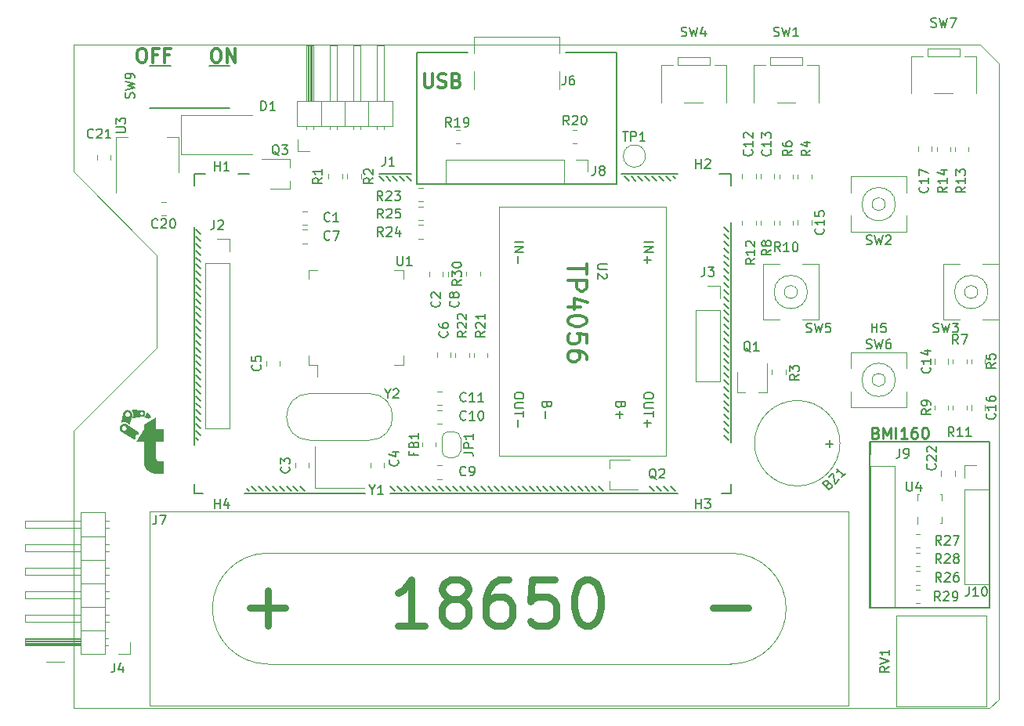
<source format=gbr>
%TF.GenerationSoftware,KiCad,Pcbnew,(7.0.0)*%
%TF.CreationDate,2023-04-30T17:40:28+02:00*%
%TF.ProjectId,STM32 Talnet console,53544d33-3220-4546-916c-6e657420636f,rev?*%
%TF.SameCoordinates,Original*%
%TF.FileFunction,Legend,Top*%
%TF.FilePolarity,Positive*%
%FSLAX46Y46*%
G04 Gerber Fmt 4.6, Leading zero omitted, Abs format (unit mm)*
G04 Created by KiCad (PCBNEW (7.0.0)) date 2023-04-30 17:40:28*
%MOMM*%
%LPD*%
G01*
G04 APERTURE LIST*
%ADD10C,0.150000*%
%ADD11C,0.000000*%
%ADD12C,0.270000*%
%ADD13C,0.300000*%
%ADD14C,0.750000*%
%ADD15C,0.120000*%
%ADD16C,0.100000*%
%TA.AperFunction,Profile*%
%ADD17C,0.100000*%
%TD*%
G04 APERTURE END LIST*
D10*
X135957100Y-59000000D02*
X135457100Y-58500000D01*
X78207100Y-42250000D02*
X79457100Y-42250000D01*
X78957100Y-57000000D02*
X78457100Y-56500000D01*
X84457100Y-76000000D02*
X84957100Y-76500000D01*
X78457100Y-60250000D02*
X78957100Y-60750000D01*
X130457100Y-42250000D02*
X124407100Y-42250000D01*
D11*
G36*
X71653422Y-68131225D02*
G01*
X72439382Y-68131225D01*
X72439699Y-68138573D01*
X72440376Y-68145821D01*
X72441404Y-68152960D01*
X72442774Y-68159980D01*
X72444477Y-68166874D01*
X72446505Y-68173633D01*
X72448848Y-68180247D01*
X72451498Y-68186709D01*
X72454446Y-68193009D01*
X72457683Y-68199139D01*
X72461200Y-68205090D01*
X72464988Y-68210853D01*
X72469039Y-68216420D01*
X72473343Y-68221782D01*
X72477892Y-68226931D01*
X72482677Y-68231857D01*
X72487688Y-68236551D01*
X72492918Y-68241006D01*
X72498357Y-68245213D01*
X72503997Y-68249162D01*
X72509828Y-68252845D01*
X72515842Y-68256254D01*
X72522029Y-68259379D01*
X72528382Y-68262212D01*
X72534890Y-68264745D01*
X72541546Y-68266968D01*
X72548340Y-68268873D01*
X72555264Y-68270451D01*
X72562308Y-68271693D01*
X72569464Y-68272592D01*
X72576723Y-68273137D01*
X72584077Y-68273321D01*
X72591430Y-68273137D01*
X72598689Y-68272592D01*
X72605845Y-68271693D01*
X72612889Y-68270451D01*
X72619813Y-68268873D01*
X72626607Y-68266968D01*
X72633263Y-68264745D01*
X72639771Y-68262212D01*
X72646124Y-68259379D01*
X72652311Y-68256254D01*
X72658325Y-68252845D01*
X72664156Y-68249162D01*
X72669796Y-68245212D01*
X72675235Y-68241006D01*
X72680465Y-68236551D01*
X72685476Y-68231856D01*
X72690261Y-68226930D01*
X72694810Y-68221782D01*
X72699114Y-68216420D01*
X72703165Y-68210853D01*
X72706953Y-68205090D01*
X72710470Y-68199139D01*
X72713707Y-68193009D01*
X72716655Y-68186709D01*
X72719305Y-68180247D01*
X72721648Y-68173633D01*
X72723676Y-68166874D01*
X72725379Y-68159980D01*
X72726749Y-68152960D01*
X72727777Y-68145821D01*
X72728453Y-68138573D01*
X72728770Y-68131224D01*
X72728589Y-68123991D01*
X72728050Y-68116808D01*
X72727157Y-68109687D01*
X72725917Y-68102639D01*
X72724334Y-68095679D01*
X72722413Y-68088816D01*
X72720160Y-68082064D01*
X72717579Y-68075435D01*
X72714676Y-68068941D01*
X72711455Y-68062593D01*
X72707921Y-68056405D01*
X72704081Y-68050388D01*
X72699938Y-68044554D01*
X72695498Y-68038915D01*
X72690765Y-68033484D01*
X72685746Y-68028273D01*
X72680473Y-68023318D01*
X72674983Y-68018654D01*
X72669290Y-68014284D01*
X72663405Y-68010214D01*
X72657340Y-68006448D01*
X72651108Y-68002992D01*
X72644721Y-67999850D01*
X72638191Y-67997028D01*
X72631531Y-67994529D01*
X72624751Y-67992360D01*
X72617866Y-67990525D01*
X72610886Y-67989028D01*
X72603824Y-67987876D01*
X72596692Y-67987072D01*
X72589502Y-67986622D01*
X72582267Y-67986530D01*
X72582264Y-67986530D01*
X72582261Y-67986530D01*
X72582255Y-67986531D01*
X72574877Y-67986810D01*
X72567599Y-67987452D01*
X72560429Y-67988448D01*
X72553377Y-67989789D01*
X72546451Y-67991467D01*
X72539660Y-67993472D01*
X72533013Y-67995795D01*
X72526519Y-67998428D01*
X72520186Y-68001361D01*
X72514024Y-68004586D01*
X72508040Y-68008094D01*
X72502245Y-68011875D01*
X72496646Y-68015921D01*
X72491253Y-68020223D01*
X72486074Y-68024772D01*
X72481119Y-68029558D01*
X72476395Y-68034574D01*
X72471913Y-68039810D01*
X72467680Y-68045257D01*
X72463705Y-68050907D01*
X72459998Y-68056749D01*
X72456567Y-68062776D01*
X72453421Y-68068979D01*
X72450569Y-68075348D01*
X72448019Y-68081875D01*
X72445780Y-68088550D01*
X72443862Y-68095365D01*
X72442273Y-68102311D01*
X72441021Y-68109379D01*
X72440117Y-68116560D01*
X72439567Y-68123845D01*
X72439382Y-68131225D01*
X71653422Y-68131225D01*
X71649203Y-68108969D01*
X71637148Y-68064129D01*
X71621682Y-68020161D01*
X71602819Y-67977268D01*
X71580574Y-67935654D01*
X71554963Y-67895524D01*
X71526001Y-67857081D01*
X71523390Y-67853664D01*
X71521042Y-67850104D01*
X71518961Y-67846418D01*
X71517148Y-67842619D01*
X71515606Y-67838722D01*
X71514335Y-67834742D01*
X71513340Y-67830694D01*
X71512620Y-67826591D01*
X71512179Y-67822450D01*
X71512019Y-67818284D01*
X71512142Y-67814108D01*
X71512549Y-67809937D01*
X71513243Y-67805785D01*
X71514226Y-67801667D01*
X71515499Y-67797599D01*
X71517066Y-67793593D01*
X71518908Y-67789707D01*
X71520997Y-67785990D01*
X71523320Y-67782451D01*
X71525867Y-67779099D01*
X71528624Y-67775943D01*
X71531580Y-67772991D01*
X71534723Y-67770251D01*
X71538040Y-67767733D01*
X71541520Y-67765444D01*
X71545150Y-67763393D01*
X71548918Y-67761589D01*
X71552812Y-67760041D01*
X71556821Y-67758756D01*
X71560931Y-67757743D01*
X71565131Y-67757012D01*
X71569410Y-67756570D01*
X71569409Y-67756570D01*
X71570572Y-67756537D01*
X71571735Y-67756526D01*
X71572898Y-67756537D01*
X71574060Y-67756570D01*
X72586143Y-67761738D01*
X72604105Y-67762256D01*
X72621852Y-67763622D01*
X72639364Y-67765816D01*
X72656621Y-67768819D01*
X72673602Y-67772612D01*
X72690287Y-67777176D01*
X72706655Y-67782491D01*
X72722685Y-67788538D01*
X72738358Y-67795299D01*
X72753652Y-67802754D01*
X72768547Y-67810884D01*
X72783022Y-67819670D01*
X72797057Y-67829092D01*
X72810631Y-67839132D01*
X72823725Y-67849770D01*
X72836316Y-67860988D01*
X72848386Y-67872765D01*
X72859912Y-67885084D01*
X72870876Y-67897924D01*
X72881255Y-67911267D01*
X72891030Y-67925094D01*
X72900180Y-67939384D01*
X72908684Y-67954121D01*
X72916523Y-67969283D01*
X72923675Y-67984852D01*
X72930120Y-68000808D01*
X72935838Y-68017134D01*
X72940807Y-68033809D01*
X72945007Y-68050814D01*
X72948419Y-68068130D01*
X72951020Y-68085739D01*
X72952792Y-68103620D01*
X72953705Y-68121566D01*
X72953756Y-68139365D01*
X72952963Y-68156997D01*
X72951343Y-68174438D01*
X72948914Y-68191667D01*
X72945693Y-68208662D01*
X72941697Y-68225401D01*
X72936945Y-68241862D01*
X72931453Y-68258023D01*
X72925239Y-68273862D01*
X72918321Y-68289356D01*
X72910715Y-68304485D01*
X72902440Y-68319226D01*
X72893512Y-68333556D01*
X72883950Y-68347455D01*
X72873770Y-68360899D01*
X72862991Y-68373868D01*
X72851629Y-68386338D01*
X72839702Y-68398289D01*
X72827227Y-68409697D01*
X72814223Y-68420542D01*
X72800705Y-68430800D01*
X72786693Y-68440451D01*
X72772203Y-68449472D01*
X72757253Y-68457840D01*
X72741859Y-68465535D01*
X72726041Y-68472534D01*
X72709814Y-68478814D01*
X72693198Y-68484355D01*
X72676208Y-68489134D01*
X72658862Y-68493129D01*
X72641179Y-68496318D01*
X71641239Y-68652640D01*
X71639031Y-68652946D01*
X71636823Y-68653171D01*
X71634620Y-68653317D01*
X71632422Y-68653383D01*
X71630231Y-68653371D01*
X71628050Y-68653281D01*
X71625880Y-68653114D01*
X71623722Y-68652871D01*
X71621580Y-68652553D01*
X71619454Y-68652161D01*
X71617347Y-68651695D01*
X71615261Y-68651157D01*
X71613196Y-68650546D01*
X71611156Y-68649864D01*
X71609142Y-68649112D01*
X71607156Y-68648291D01*
X71605200Y-68647401D01*
X71603276Y-68646443D01*
X71601385Y-68645418D01*
X71599529Y-68644326D01*
X71597711Y-68643169D01*
X71595932Y-68641948D01*
X71594194Y-68640663D01*
X71592499Y-68639314D01*
X71590849Y-68637904D01*
X71589245Y-68636432D01*
X71587690Y-68634900D01*
X71586186Y-68633308D01*
X71584733Y-68631656D01*
X71583335Y-68629947D01*
X71581993Y-68628181D01*
X71580708Y-68626358D01*
X71578347Y-68622588D01*
X71576281Y-68618696D01*
X71574511Y-68614697D01*
X71573039Y-68610607D01*
X71571864Y-68606443D01*
X71570987Y-68602221D01*
X71570408Y-68597957D01*
X71570129Y-68593667D01*
X71570148Y-68589369D01*
X71570468Y-68585078D01*
X71571088Y-68580811D01*
X71572009Y-68576583D01*
X71573231Y-68572411D01*
X71574755Y-68568312D01*
X71576582Y-68564302D01*
X71578711Y-68560397D01*
X71601620Y-68518067D01*
X71620963Y-68474567D01*
X71636757Y-68430102D01*
X71649016Y-68384877D01*
X71657756Y-68339095D01*
X71662992Y-68292959D01*
X71664739Y-68246675D01*
X71663013Y-68200446D01*
X71657829Y-68154476D01*
X71653422Y-68131225D01*
G37*
D10*
X135457100Y-69000000D02*
X135957100Y-69500000D01*
X78207100Y-76750000D02*
X78207100Y-75750000D01*
X135457100Y-48750000D02*
X135957100Y-49250000D01*
X99707100Y-42500000D02*
X100207100Y-43000000D01*
X135957100Y-66500000D02*
X135457100Y-66000000D01*
X78957100Y-51750000D02*
X78457100Y-51250000D01*
X102297100Y-43289000D02*
X102297100Y-29089000D01*
X89457100Y-76500000D02*
X88957100Y-76000000D01*
X109957100Y-76000000D02*
X110457100Y-76500000D01*
X136207100Y-47500000D02*
X136207100Y-71250000D01*
X89707100Y-76000000D02*
X90207100Y-76500000D01*
X78457100Y-49750000D02*
X78957100Y-50250000D01*
X111207100Y-76500000D02*
X110707100Y-76000000D01*
X151207100Y-71155000D02*
X164207100Y-71155000D01*
X164207100Y-71155000D02*
X164207100Y-89155000D01*
X164207100Y-89155000D02*
X151207100Y-89155000D01*
X151207100Y-89155000D02*
X151207100Y-71155000D01*
X135457100Y-64500000D02*
X135957100Y-65000000D01*
X116457100Y-76500000D02*
X115957100Y-76000000D01*
X128707100Y-76500000D02*
X128207100Y-76000000D01*
X106707100Y-76500000D02*
X106207100Y-76000000D01*
X84207100Y-76500000D02*
X83957100Y-76250000D01*
X78457100Y-68500000D02*
X78957100Y-69000000D01*
X99457100Y-76750000D02*
X130457100Y-76750000D01*
X78957100Y-67500000D02*
X78457100Y-67000000D01*
X135457100Y-60750000D02*
X135957100Y-61250000D01*
X135457100Y-65250000D02*
X135957100Y-65750000D01*
X111457100Y-76000000D02*
X111957100Y-76500000D01*
X78457100Y-53500000D02*
X78957100Y-54000000D01*
X135457100Y-53250000D02*
X135957100Y-53750000D01*
X78457100Y-58750000D02*
X78957100Y-59250000D01*
X78457100Y-52750000D02*
X78957100Y-53250000D01*
X135457100Y-70500000D02*
X135957100Y-71000000D01*
X87957100Y-76500000D02*
X87457100Y-76000000D01*
X84207100Y-42250000D02*
X82957100Y-42250000D01*
X134957100Y-42250000D02*
X136207100Y-42250000D01*
X96707100Y-76750000D02*
X83707100Y-76750000D01*
X117457100Y-76000000D02*
X117957100Y-76500000D01*
X135457100Y-49500000D02*
X135957100Y-50000000D01*
X125457100Y-42500000D02*
X125957100Y-43000000D01*
X135457100Y-63000000D02*
X135957100Y-63500000D01*
X98207100Y-42250000D02*
X101707100Y-42250000D01*
X127957100Y-76500000D02*
X127457100Y-76000000D01*
X78957100Y-62250000D02*
X78457100Y-61750000D01*
X135457100Y-66750000D02*
X135957100Y-67250000D01*
X118957100Y-76000000D02*
X119457100Y-76500000D01*
X135957100Y-51500000D02*
X135457100Y-51000000D01*
X136207100Y-42250000D02*
X136207100Y-43500000D01*
D11*
G36*
X70191676Y-69741979D02*
G01*
X70437437Y-69741979D01*
X70437574Y-69750210D01*
X70437983Y-69758396D01*
X70438661Y-69766532D01*
X70439604Y-69774612D01*
X70440809Y-69782631D01*
X70442273Y-69790582D01*
X70443993Y-69798460D01*
X70445965Y-69806260D01*
X70448187Y-69813976D01*
X70450654Y-69821602D01*
X70453365Y-69829133D01*
X70456315Y-69836563D01*
X70459501Y-69843887D01*
X70462920Y-69851098D01*
X70466569Y-69858192D01*
X70470444Y-69865162D01*
X70474543Y-69872004D01*
X70478862Y-69878711D01*
X70483398Y-69885278D01*
X70488147Y-69891699D01*
X70493107Y-69897968D01*
X70498273Y-69904081D01*
X70503644Y-69910031D01*
X70509215Y-69915813D01*
X70514984Y-69921421D01*
X70520947Y-69926849D01*
X70527101Y-69932093D01*
X70533443Y-69937146D01*
X70539969Y-69942003D01*
X70546676Y-69946658D01*
X70553561Y-69951105D01*
X70560621Y-69955339D01*
X70575112Y-69963075D01*
X70589966Y-69969780D01*
X70605131Y-69975453D01*
X70620554Y-69980095D01*
X70636186Y-69983705D01*
X70651972Y-69986283D01*
X70667862Y-69987831D01*
X70683805Y-69988346D01*
X70699747Y-69987831D01*
X70715637Y-69986283D01*
X70731424Y-69983705D01*
X70747055Y-69980095D01*
X70762479Y-69975453D01*
X70777643Y-69969780D01*
X70792497Y-69963075D01*
X70806988Y-69955339D01*
X70820933Y-69946658D01*
X70834167Y-69937146D01*
X70846662Y-69926849D01*
X70858394Y-69915813D01*
X70869336Y-69904081D01*
X70879462Y-69891699D01*
X70888747Y-69878711D01*
X70897165Y-69865162D01*
X70904689Y-69851098D01*
X70911295Y-69836563D01*
X70916955Y-69821602D01*
X70921644Y-69806260D01*
X70925336Y-69790582D01*
X70928005Y-69774612D01*
X70929626Y-69758396D01*
X70930172Y-69741979D01*
X70929861Y-69729669D01*
X70928941Y-69717445D01*
X70927420Y-69705326D01*
X70925308Y-69693334D01*
X70922612Y-69681489D01*
X70919342Y-69669811D01*
X70915505Y-69658321D01*
X70911112Y-69647040D01*
X70906169Y-69635988D01*
X70900687Y-69625187D01*
X70894672Y-69614656D01*
X70888135Y-69604416D01*
X70881084Y-69594489D01*
X70873527Y-69584894D01*
X70865473Y-69575652D01*
X70856931Y-69566784D01*
X70847957Y-69558353D01*
X70838615Y-69550415D01*
X70828926Y-69542979D01*
X70818911Y-69536052D01*
X70808590Y-69529644D01*
X70797985Y-69523762D01*
X70787115Y-69518415D01*
X70776003Y-69513611D01*
X70764668Y-69509359D01*
X70753131Y-69505667D01*
X70741413Y-69502543D01*
X70729535Y-69499996D01*
X70717517Y-69498033D01*
X70705380Y-69496665D01*
X70693145Y-69495897D01*
X70680833Y-69495740D01*
X70680761Y-69495742D01*
X70668198Y-69496210D01*
X70655804Y-69497297D01*
X70643595Y-69498987D01*
X70631586Y-69501265D01*
X70619791Y-69504117D01*
X70608227Y-69507525D01*
X70596907Y-69511476D01*
X70585847Y-69515954D01*
X70575062Y-69520944D01*
X70564567Y-69526430D01*
X70554377Y-69532398D01*
X70544507Y-69538833D01*
X70534971Y-69545718D01*
X70525786Y-69553039D01*
X70516966Y-69560781D01*
X70508526Y-69568927D01*
X70500481Y-69577464D01*
X70492846Y-69586376D01*
X70485637Y-69595648D01*
X70478867Y-69605264D01*
X70472553Y-69615209D01*
X70466709Y-69625468D01*
X70461350Y-69636026D01*
X70456492Y-69646867D01*
X70452148Y-69657977D01*
X70448336Y-69669340D01*
X70445068Y-69680940D01*
X70442361Y-69692764D01*
X70440229Y-69704794D01*
X70438688Y-69717017D01*
X70437752Y-69729417D01*
X70437437Y-69741979D01*
X70191676Y-69741979D01*
X70191588Y-69724624D01*
X70194672Y-69684467D01*
X70201116Y-69644296D01*
X70210990Y-69604296D01*
X70217186Y-69584570D01*
X70224148Y-69565254D01*
X70231856Y-69546362D01*
X70240291Y-69527909D01*
X70259260Y-69492380D01*
X70280894Y-69458786D01*
X70305036Y-69427244D01*
X70331524Y-69397873D01*
X70360200Y-69370790D01*
X70390904Y-69346113D01*
X70423476Y-69323961D01*
X70457756Y-69304451D01*
X70493587Y-69287703D01*
X70530807Y-69273833D01*
X70569257Y-69262960D01*
X70608778Y-69255202D01*
X70628890Y-69252527D01*
X70649210Y-69250676D01*
X70669718Y-69249663D01*
X70690393Y-69249502D01*
X70707100Y-69250000D01*
X70723747Y-69251061D01*
X70740320Y-69252682D01*
X70756805Y-69254859D01*
X70773189Y-69257587D01*
X70789458Y-69260863D01*
X70805599Y-69264684D01*
X70821598Y-69269044D01*
X70837441Y-69273940D01*
X70853114Y-69279367D01*
X70868605Y-69285323D01*
X70883898Y-69291803D01*
X70898982Y-69298803D01*
X70913841Y-69306319D01*
X70928462Y-69314347D01*
X70942833Y-69322883D01*
X72252572Y-70132136D01*
X72246112Y-70241690D01*
X72231643Y-70345818D01*
X72222858Y-70367781D01*
X72206580Y-70384834D01*
X72185134Y-70394652D01*
X72161363Y-70395427D01*
X72152208Y-70394163D01*
X72143063Y-70393245D01*
X72133936Y-70392671D01*
X72124835Y-70392437D01*
X72115769Y-70392538D01*
X72106745Y-70392972D01*
X72097773Y-70393734D01*
X72088859Y-70394821D01*
X72080013Y-70396229D01*
X72071242Y-70397954D01*
X72062556Y-70399992D01*
X72053961Y-70402340D01*
X72045466Y-70404994D01*
X72037080Y-70407950D01*
X72028810Y-70411204D01*
X72020665Y-70414753D01*
X72012653Y-70418593D01*
X72004783Y-70422720D01*
X71997061Y-70427130D01*
X71989498Y-70431820D01*
X71982100Y-70436786D01*
X71974877Y-70442024D01*
X71967835Y-70447530D01*
X71960984Y-70453301D01*
X71954332Y-70459332D01*
X71947887Y-70465621D01*
X71941657Y-70472163D01*
X71935650Y-70478955D01*
X71929875Y-70485992D01*
X71924339Y-70493271D01*
X71919052Y-70500789D01*
X71914020Y-70508542D01*
X71904866Y-70524537D01*
X71897005Y-70541003D01*
X71890435Y-70557866D01*
X71885154Y-70575054D01*
X71881159Y-70592496D01*
X71878450Y-70610118D01*
X71877024Y-70627850D01*
X71876878Y-70645618D01*
X71878011Y-70663350D01*
X71880421Y-70680975D01*
X71884106Y-70698419D01*
X71889064Y-70715612D01*
X71895293Y-70732480D01*
X71902791Y-70748952D01*
X71911555Y-70764955D01*
X71921584Y-70780417D01*
X71931144Y-70802121D01*
X71931920Y-70825892D01*
X71923651Y-70848113D01*
X71907373Y-70865683D01*
X71824949Y-70920460D01*
X71734516Y-70970327D01*
X70424777Y-70161074D01*
X70390670Y-70137962D01*
X70358997Y-70112427D01*
X70329829Y-70084654D01*
X70303238Y-70054829D01*
X70279294Y-70023137D01*
X70258068Y-69989763D01*
X70239633Y-69954893D01*
X70224058Y-69918712D01*
X70211415Y-69881405D01*
X70201776Y-69843157D01*
X70195211Y-69804154D01*
X70191791Y-69764581D01*
X70191676Y-69741979D01*
G37*
G36*
X70541735Y-68246463D02*
G01*
X70802531Y-68246463D01*
X70802668Y-68254694D01*
X70803077Y-68262880D01*
X70803755Y-68271016D01*
X70804698Y-68279097D01*
X70805903Y-68287115D01*
X70807367Y-68295066D01*
X70809087Y-68302945D01*
X70811059Y-68310744D01*
X70813281Y-68318460D01*
X70815748Y-68326086D01*
X70818459Y-68333617D01*
X70821409Y-68341047D01*
X70824595Y-68348371D01*
X70828014Y-68355582D01*
X70831663Y-68362676D01*
X70835538Y-68369647D01*
X70839637Y-68376488D01*
X70843956Y-68383195D01*
X70848492Y-68389762D01*
X70853241Y-68396183D01*
X70858201Y-68402452D01*
X70863367Y-68408565D01*
X70868738Y-68414515D01*
X70874309Y-68420297D01*
X70880078Y-68425905D01*
X70886041Y-68431334D01*
X70892195Y-68436577D01*
X70898537Y-68441630D01*
X70905063Y-68446487D01*
X70911770Y-68451142D01*
X70918655Y-68455589D01*
X70925715Y-68459823D01*
X70940206Y-68467559D01*
X70955060Y-68474264D01*
X70970225Y-68479937D01*
X70985648Y-68484578D01*
X71001280Y-68488189D01*
X71017066Y-68490767D01*
X71032956Y-68492314D01*
X71048899Y-68492830D01*
X71064841Y-68492314D01*
X71080731Y-68490767D01*
X71096518Y-68488189D01*
X71112149Y-68484578D01*
X71127573Y-68479937D01*
X71142737Y-68474264D01*
X71157591Y-68467559D01*
X71172082Y-68459823D01*
X71186027Y-68451142D01*
X71199261Y-68441630D01*
X71211756Y-68431334D01*
X71223488Y-68420297D01*
X71234430Y-68408565D01*
X71244556Y-68396183D01*
X71253841Y-68383195D01*
X71262259Y-68369647D01*
X71269783Y-68355582D01*
X71276389Y-68341047D01*
X71282049Y-68326086D01*
X71286738Y-68310744D01*
X71290430Y-68295066D01*
X71293099Y-68279097D01*
X71294720Y-68262880D01*
X71295266Y-68246463D01*
X71294967Y-68234145D01*
X71294059Y-68221911D01*
X71292549Y-68209783D01*
X71290446Y-68197781D01*
X71287759Y-68185925D01*
X71284497Y-68174237D01*
X71280668Y-68162737D01*
X71276280Y-68151445D01*
X71271343Y-68140382D01*
X71265865Y-68129569D01*
X71259854Y-68119027D01*
X71253320Y-68108777D01*
X71246270Y-68098838D01*
X71238714Y-68089232D01*
X71230660Y-68079979D01*
X71222117Y-68071100D01*
X71213141Y-68062659D01*
X71203796Y-68054712D01*
X71194104Y-68047266D01*
X71184085Y-68040331D01*
X71173760Y-68033915D01*
X71163150Y-68028025D01*
X71152275Y-68022671D01*
X71141157Y-68017861D01*
X71129815Y-68013604D01*
X71118272Y-68009906D01*
X71106547Y-68006778D01*
X71094661Y-68004227D01*
X71082635Y-68002263D01*
X71070491Y-68000892D01*
X71058248Y-68000124D01*
X71045927Y-67999966D01*
X71045923Y-67999966D01*
X71033350Y-68000432D01*
X71020947Y-68001517D01*
X71008729Y-68003206D01*
X70996711Y-68005484D01*
X70984909Y-68008336D01*
X70973336Y-68011746D01*
X70962008Y-68015699D01*
X70950941Y-68020180D01*
X70940149Y-68025174D01*
X70929647Y-68030665D01*
X70919451Y-68036639D01*
X70909575Y-68043079D01*
X70900035Y-68049971D01*
X70890845Y-68057300D01*
X70882021Y-68065049D01*
X70873577Y-68073205D01*
X70865529Y-68081751D01*
X70857892Y-68090673D01*
X70850681Y-68099955D01*
X70843910Y-68109582D01*
X70837596Y-68119539D01*
X70831752Y-68129810D01*
X70826395Y-68140380D01*
X70821538Y-68151234D01*
X70817198Y-68162357D01*
X70813389Y-68173734D01*
X70810126Y-68185349D01*
X70807424Y-68197187D01*
X70805299Y-68209232D01*
X70803765Y-68221470D01*
X70802837Y-68233885D01*
X70802531Y-68246463D01*
X70541735Y-68246463D01*
X70570246Y-68129674D01*
X70575596Y-68109548D01*
X70581742Y-68089804D01*
X70588661Y-68070458D01*
X70596336Y-68051525D01*
X70604746Y-68033022D01*
X70613872Y-68014964D01*
X70634191Y-67980247D01*
X70657135Y-67947502D01*
X70682546Y-67916855D01*
X70710268Y-67888434D01*
X70740141Y-67862365D01*
X70772008Y-67838775D01*
X70805712Y-67817791D01*
X70841094Y-67799541D01*
X70877997Y-67784151D01*
X70916263Y-67771747D01*
X70935857Y-67766705D01*
X70955733Y-67762458D01*
X70975871Y-67759020D01*
X70996251Y-67756409D01*
X71016854Y-67754640D01*
X71037659Y-67753728D01*
X71066291Y-67753900D01*
X71094695Y-67755719D01*
X71122806Y-67759154D01*
X71150562Y-67764177D01*
X71177900Y-67770759D01*
X71204757Y-67778869D01*
X71231070Y-67788479D01*
X71256775Y-67799560D01*
X71281810Y-67812082D01*
X71306111Y-67826015D01*
X71329617Y-67841331D01*
X71352262Y-67858000D01*
X71373985Y-67875993D01*
X71394723Y-67895281D01*
X71414412Y-67915833D01*
X71432990Y-67937621D01*
X71450272Y-67960450D01*
X71466109Y-67984099D01*
X71480485Y-68008499D01*
X71493384Y-68033584D01*
X71504792Y-68059285D01*
X71514695Y-68085534D01*
X71523075Y-68112264D01*
X71529919Y-68139406D01*
X71535212Y-68166893D01*
X71538938Y-68194656D01*
X71541083Y-68222629D01*
X71541630Y-68250743D01*
X71540566Y-68278930D01*
X71537875Y-68307122D01*
X71533542Y-68335252D01*
X71527552Y-68363251D01*
X71304826Y-69275599D01*
X71303670Y-69279761D01*
X71302239Y-69283796D01*
X71300544Y-69287694D01*
X71298596Y-69291445D01*
X71296404Y-69295037D01*
X71293981Y-69298460D01*
X71291336Y-69301705D01*
X71288480Y-69304759D01*
X71285423Y-69307613D01*
X71282177Y-69310255D01*
X71278752Y-69312676D01*
X71275157Y-69314864D01*
X71271405Y-69316810D01*
X71267506Y-69318502D01*
X71263470Y-69319929D01*
X71259307Y-69321082D01*
X71255074Y-69321942D01*
X71250829Y-69322499D01*
X71246587Y-69322759D01*
X71242360Y-69322726D01*
X71238165Y-69322405D01*
X71234014Y-69321800D01*
X71229922Y-69320917D01*
X71225904Y-69319759D01*
X71221974Y-69318331D01*
X71218145Y-69316639D01*
X71214433Y-69314686D01*
X71210851Y-69312478D01*
X71207414Y-69310018D01*
X71204136Y-69307312D01*
X71201032Y-69304364D01*
X71198114Y-69301179D01*
X71161277Y-69261515D01*
X71121867Y-69225312D01*
X71080118Y-69192629D01*
X71036262Y-69163522D01*
X70990533Y-69138048D01*
X70943162Y-69116263D01*
X70894384Y-69098225D01*
X70844431Y-69083990D01*
X70793536Y-69073616D01*
X70741932Y-69067158D01*
X70689851Y-69064674D01*
X70637528Y-69066221D01*
X70585194Y-69071855D01*
X70533083Y-69081634D01*
X70481428Y-69095614D01*
X70430461Y-69113852D01*
X70426405Y-69115335D01*
X70422293Y-69116521D01*
X70418138Y-69117413D01*
X70413955Y-69118013D01*
X70409759Y-69118323D01*
X70405566Y-69118347D01*
X70401389Y-69118086D01*
X70397244Y-69117543D01*
X70393145Y-69116721D01*
X70389107Y-69115621D01*
X70385145Y-69114247D01*
X70381273Y-69112600D01*
X70377507Y-69110684D01*
X70373862Y-69108500D01*
X70370351Y-69106051D01*
X70366990Y-69103340D01*
X70363827Y-69100401D01*
X70360902Y-69097276D01*
X70358219Y-69093979D01*
X70355785Y-69090526D01*
X70353602Y-69086929D01*
X70351676Y-69083204D01*
X70350011Y-69079365D01*
X70348611Y-69075425D01*
X70347482Y-69071400D01*
X70346627Y-69067303D01*
X70346051Y-69063150D01*
X70345760Y-69058953D01*
X70345756Y-69054727D01*
X70346045Y-69050487D01*
X70346632Y-69046247D01*
X70347520Y-69042021D01*
X70541735Y-68246463D01*
G37*
D10*
X135457100Y-63750000D02*
X135957100Y-64250000D01*
X78457100Y-58000000D02*
X78957100Y-58500000D01*
X78457100Y-48250000D02*
X78957100Y-48750000D01*
X123897100Y-43289000D02*
X102297100Y-43289000D01*
X120207100Y-76500000D02*
X119707100Y-76000000D01*
X98957100Y-42500000D02*
X99457100Y-43000000D01*
X135457100Y-51750000D02*
X135957100Y-52250000D01*
D11*
G36*
X74138502Y-69863986D02*
G01*
X74956064Y-69863986D01*
X74956064Y-71186903D01*
X74138502Y-71186903D01*
X74138502Y-72996652D01*
X74140120Y-73029341D01*
X74144916Y-73061476D01*
X74152798Y-73092840D01*
X74163677Y-73123217D01*
X74177464Y-73152390D01*
X74194068Y-73180142D01*
X74213400Y-73206255D01*
X74235370Y-73230513D01*
X74259629Y-73252483D01*
X74285742Y-73271815D01*
X74313493Y-73288419D01*
X74342666Y-73302206D01*
X74373043Y-73313086D01*
X74404408Y-73320968D01*
X74436543Y-73325763D01*
X74469231Y-73327382D01*
X74956064Y-73327382D01*
X74956064Y-74650298D01*
X74138502Y-74650298D01*
X74072902Y-74648672D01*
X74007748Y-74643825D01*
X73943147Y-74635800D01*
X73879208Y-74624644D01*
X73816040Y-74610400D01*
X73753751Y-74593115D01*
X73692450Y-74572833D01*
X73632244Y-74549597D01*
X73573242Y-74523455D01*
X73515553Y-74494450D01*
X73459285Y-74462627D01*
X73404547Y-74428032D01*
X73351447Y-74390710D01*
X73300093Y-74350704D01*
X73250594Y-74308062D01*
X73203059Y-74262825D01*
X73157822Y-74215289D01*
X73115179Y-74165790D01*
X73075173Y-74114437D01*
X73037851Y-74061337D01*
X73003256Y-74006599D01*
X72971433Y-73950331D01*
X72942429Y-73892641D01*
X72916286Y-73833640D01*
X72893051Y-73773434D01*
X72872769Y-73712133D01*
X72855483Y-73649843D01*
X72841240Y-73586675D01*
X72830083Y-73522737D01*
X72822059Y-73458135D01*
X72817211Y-73392981D01*
X72815585Y-73327382D01*
X72815585Y-71186903D01*
X71998022Y-71186903D01*
X72815585Y-69863986D01*
X72815585Y-69358631D01*
X74138502Y-68541069D01*
X74138502Y-69863986D01*
G37*
D10*
X108207100Y-76500000D02*
X107707100Y-76000000D01*
X135957100Y-62750000D02*
X135457100Y-62250000D01*
X129457100Y-76500000D02*
X128957100Y-76000000D01*
X78457100Y-66250000D02*
X78957100Y-66750000D01*
X78457100Y-69250000D02*
X78957100Y-69750000D01*
X135457100Y-50250000D02*
X135957100Y-50750000D01*
X78207100Y-42250000D02*
X78207100Y-43500000D01*
X135457100Y-60000000D02*
X135957100Y-60500000D01*
X127707100Y-42500000D02*
X128207100Y-43000000D01*
X135457100Y-68250000D02*
X135957100Y-68750000D01*
X78457100Y-55750000D02*
X78957100Y-56250000D01*
X136207100Y-76750000D02*
X135207101Y-76750000D01*
X103957100Y-76000000D02*
X104457100Y-76500000D01*
X109707100Y-76500000D02*
X109207100Y-76000000D01*
X78457100Y-52000000D02*
X78957100Y-52500000D01*
X135957100Y-70250000D02*
X135457100Y-69750000D01*
X78457100Y-59500000D02*
X78957100Y-60000000D01*
X108957100Y-76500000D02*
X108457100Y-76000000D01*
X135457100Y-57750000D02*
X135957100Y-58250000D01*
D11*
G36*
X73110265Y-68029603D02*
G01*
X73114430Y-68030036D01*
X73118564Y-68030754D01*
X73122653Y-68031755D01*
X73126681Y-68033039D01*
X73130633Y-68034607D01*
X73134495Y-68036459D01*
X73138252Y-68038595D01*
X73515422Y-68270807D01*
X73455977Y-68412822D01*
X73597993Y-68472268D01*
X73538547Y-68614283D01*
X73396532Y-68554838D01*
X73337087Y-68696854D01*
X72906963Y-68591148D01*
X72902806Y-68589970D01*
X72898777Y-68588519D01*
X72894886Y-68586804D01*
X72891144Y-68584836D01*
X72887561Y-68582626D01*
X72884149Y-68580185D01*
X72880917Y-68577523D01*
X72877876Y-68574650D01*
X72875037Y-68571578D01*
X72872410Y-68568317D01*
X72870006Y-68564878D01*
X72867836Y-68561271D01*
X72865909Y-68557508D01*
X72864237Y-68553598D01*
X72862830Y-68549553D01*
X72861699Y-68545383D01*
X72860862Y-68541144D01*
X72860327Y-68536895D01*
X72860089Y-68532650D01*
X72860145Y-68528422D01*
X72860489Y-68524227D01*
X72861116Y-68520078D01*
X72862022Y-68515990D01*
X72863203Y-68511977D01*
X72864652Y-68508053D01*
X72866366Y-68504233D01*
X72868340Y-68500530D01*
X72870569Y-68496959D01*
X72873049Y-68493535D01*
X72875774Y-68490271D01*
X72878741Y-68487182D01*
X72881943Y-68484281D01*
X72902605Y-68465756D01*
X72921997Y-68446154D01*
X72940090Y-68425542D01*
X72956858Y-68403986D01*
X72972272Y-68381551D01*
X72986305Y-68358305D01*
X72998929Y-68334313D01*
X73010117Y-68309643D01*
X73019840Y-68284359D01*
X73028070Y-68258528D01*
X73034781Y-68232217D01*
X73039944Y-68205492D01*
X73043532Y-68178419D01*
X73045517Y-68151064D01*
X73045871Y-68123493D01*
X73044566Y-68095773D01*
X73044437Y-68093611D01*
X73044384Y-68091456D01*
X73044407Y-68089310D01*
X73044503Y-68087175D01*
X73044673Y-68085052D01*
X73044915Y-68082943D01*
X73045229Y-68080849D01*
X73045614Y-68078773D01*
X73046069Y-68076716D01*
X73046593Y-68074679D01*
X73047186Y-68072665D01*
X73047846Y-68070674D01*
X73048572Y-68068710D01*
X73049364Y-68066772D01*
X73050221Y-68064864D01*
X73051142Y-68062986D01*
X73052126Y-68061140D01*
X73053172Y-68059329D01*
X73054280Y-68057553D01*
X73055448Y-68055814D01*
X73056677Y-68054114D01*
X73057964Y-68052455D01*
X73059309Y-68050839D01*
X73060711Y-68049266D01*
X73062169Y-68047739D01*
X73063683Y-68046260D01*
X73065252Y-68044829D01*
X73066874Y-68043449D01*
X73068549Y-68042121D01*
X73070276Y-68040848D01*
X73072055Y-68039630D01*
X73073883Y-68038469D01*
X73077648Y-68036349D01*
X73081517Y-68034512D01*
X73085475Y-68032959D01*
X73089508Y-68031690D01*
X73093601Y-68030705D01*
X73097738Y-68030004D01*
X73101904Y-68029586D01*
X73106085Y-68029453D01*
X73110265Y-68029603D01*
G37*
D10*
X85957100Y-76000000D02*
X86457100Y-76500000D01*
X135457100Y-48000000D02*
X135957100Y-48500000D01*
X123897100Y-29089000D02*
X123897100Y-43289000D01*
X121707100Y-76500000D02*
X121207100Y-76000000D01*
X115707100Y-76500000D02*
X115207100Y-76000000D01*
X78457100Y-63250000D02*
X78957100Y-63750000D01*
X135957100Y-55250000D02*
X135457100Y-54750000D01*
X135457100Y-61500000D02*
X135957100Y-62000000D01*
X78457100Y-61000000D02*
X78957100Y-61500000D01*
X124707100Y-42500000D02*
X125207100Y-43000000D01*
X121957100Y-76000000D02*
X122457100Y-76500000D01*
X78457100Y-62500000D02*
X78957100Y-63000000D01*
X78207100Y-71500000D02*
X78207100Y-48000000D01*
X102207100Y-76500000D02*
X101707100Y-76000000D01*
X78457100Y-49000000D02*
X78957100Y-49500000D01*
X98207100Y-42500000D02*
X98707100Y-43000000D01*
X101179100Y-42500000D02*
X101679100Y-43000000D01*
X88207100Y-76000000D02*
X88707100Y-76500000D01*
X114207100Y-76500000D02*
X113707100Y-76000000D01*
X106957100Y-76000000D02*
X107457100Y-76500000D01*
X78457100Y-70750000D02*
X78707100Y-71000000D01*
X112707100Y-76500000D02*
X112207100Y-76000000D01*
X78457100Y-70000000D02*
X78957100Y-70500000D01*
X117207100Y-76500000D02*
X116707100Y-76000000D01*
X78457100Y-54250000D02*
X78957100Y-54750000D01*
X78457100Y-64750000D02*
X78957100Y-65250000D01*
X126207100Y-42500000D02*
X126707100Y-43000000D01*
X114457100Y-76000000D02*
X114957100Y-76500000D01*
X85707100Y-76500000D02*
X85207100Y-76000000D01*
X135457100Y-56250000D02*
X135957100Y-56750000D01*
X135457100Y-52500000D02*
X135957100Y-53000000D01*
X123897100Y-29089000D02*
X118397100Y-29089000D01*
X126957100Y-42500000D02*
X127457100Y-43000000D01*
X118707100Y-76500000D02*
X118207100Y-76000000D01*
X102457100Y-76000000D02*
X102957100Y-76500000D01*
X78457100Y-55000000D02*
X78957100Y-55500000D01*
X99957100Y-76500000D02*
X99457100Y-76000000D01*
X78457100Y-65500000D02*
X78957100Y-66000000D01*
X136207100Y-75750000D02*
X136207100Y-76750000D01*
X100207100Y-76000000D02*
X100707100Y-76500000D01*
X103707100Y-76500000D02*
X103207100Y-76000000D01*
X112957100Y-76000000D02*
X113457100Y-76500000D01*
X135457100Y-55500000D02*
X135957100Y-56000000D01*
X100457100Y-42500000D02*
X100957100Y-43000000D01*
X120457100Y-76000000D02*
X120957100Y-76500000D01*
X78457100Y-64000000D02*
X78957100Y-64500000D01*
X79207100Y-76750000D02*
X78207100Y-76750000D01*
X135457100Y-57000000D02*
X135957100Y-57500000D01*
X129707100Y-76000000D02*
X130207100Y-76500000D01*
X135457100Y-67500000D02*
X135957100Y-68000000D01*
X135457100Y-59250000D02*
X135957100Y-59750000D01*
X128457100Y-42500000D02*
X128957100Y-43000000D01*
X102297100Y-29089000D02*
X107797100Y-29089000D01*
X105457100Y-76000000D02*
X105957100Y-76500000D01*
X101457100Y-76500000D02*
X100957100Y-76000000D01*
X78457100Y-50500000D02*
X78957100Y-51000000D01*
X78457100Y-67750000D02*
X78957100Y-68250000D01*
X86707100Y-76000000D02*
X87207100Y-76500000D01*
X78457100Y-57250000D02*
X78957100Y-57750000D01*
X129957100Y-42500000D02*
X130207100Y-42750000D01*
X105207100Y-76500000D02*
X104707100Y-76000000D01*
X135457100Y-54000000D02*
X135957100Y-54500000D01*
X129207100Y-42500000D02*
X129707100Y-43000000D01*
D12*
X151892814Y-70212285D02*
X152064242Y-70269428D01*
X152064242Y-70269428D02*
X152121385Y-70326571D01*
X152121385Y-70326571D02*
X152178528Y-70440857D01*
X152178528Y-70440857D02*
X152178528Y-70612285D01*
X152178528Y-70612285D02*
X152121385Y-70726571D01*
X152121385Y-70726571D02*
X152064242Y-70783714D01*
X152064242Y-70783714D02*
X151949957Y-70840857D01*
X151949957Y-70840857D02*
X151492814Y-70840857D01*
X151492814Y-70840857D02*
X151492814Y-69640857D01*
X151492814Y-69640857D02*
X151892814Y-69640857D01*
X151892814Y-69640857D02*
X152007100Y-69698000D01*
X152007100Y-69698000D02*
X152064242Y-69755142D01*
X152064242Y-69755142D02*
X152121385Y-69869428D01*
X152121385Y-69869428D02*
X152121385Y-69983714D01*
X152121385Y-69983714D02*
X152064242Y-70098000D01*
X152064242Y-70098000D02*
X152007100Y-70155142D01*
X152007100Y-70155142D02*
X151892814Y-70212285D01*
X151892814Y-70212285D02*
X151492814Y-70212285D01*
X152692814Y-70840857D02*
X152692814Y-69640857D01*
X152692814Y-69640857D02*
X153092814Y-70498000D01*
X153092814Y-70498000D02*
X153492814Y-69640857D01*
X153492814Y-69640857D02*
X153492814Y-70840857D01*
X154064243Y-70840857D02*
X154064243Y-69640857D01*
X155264243Y-70840857D02*
X154578529Y-70840857D01*
X154921386Y-70840857D02*
X154921386Y-69640857D01*
X154921386Y-69640857D02*
X154807100Y-69812285D01*
X154807100Y-69812285D02*
X154692815Y-69926571D01*
X154692815Y-69926571D02*
X154578529Y-69983714D01*
X156292815Y-69640857D02*
X156064243Y-69640857D01*
X156064243Y-69640857D02*
X155949957Y-69698000D01*
X155949957Y-69698000D02*
X155892815Y-69755142D01*
X155892815Y-69755142D02*
X155778529Y-69926571D01*
X155778529Y-69926571D02*
X155721386Y-70155142D01*
X155721386Y-70155142D02*
X155721386Y-70612285D01*
X155721386Y-70612285D02*
X155778529Y-70726571D01*
X155778529Y-70726571D02*
X155835672Y-70783714D01*
X155835672Y-70783714D02*
X155949957Y-70840857D01*
X155949957Y-70840857D02*
X156178529Y-70840857D01*
X156178529Y-70840857D02*
X156292815Y-70783714D01*
X156292815Y-70783714D02*
X156349957Y-70726571D01*
X156349957Y-70726571D02*
X156407100Y-70612285D01*
X156407100Y-70612285D02*
X156407100Y-70326571D01*
X156407100Y-70326571D02*
X156349957Y-70212285D01*
X156349957Y-70212285D02*
X156292815Y-70155142D01*
X156292815Y-70155142D02*
X156178529Y-70098000D01*
X156178529Y-70098000D02*
X155949957Y-70098000D01*
X155949957Y-70098000D02*
X155835672Y-70155142D01*
X155835672Y-70155142D02*
X155778529Y-70212285D01*
X155778529Y-70212285D02*
X155721386Y-70326571D01*
X157149957Y-69640857D02*
X157264243Y-69640857D01*
X157264243Y-69640857D02*
X157378529Y-69698000D01*
X157378529Y-69698000D02*
X157435672Y-69755142D01*
X157435672Y-69755142D02*
X157492814Y-69869428D01*
X157492814Y-69869428D02*
X157549957Y-70098000D01*
X157549957Y-70098000D02*
X157549957Y-70383714D01*
X157549957Y-70383714D02*
X157492814Y-70612285D01*
X157492814Y-70612285D02*
X157435672Y-70726571D01*
X157435672Y-70726571D02*
X157378529Y-70783714D01*
X157378529Y-70783714D02*
X157264243Y-70840857D01*
X157264243Y-70840857D02*
X157149957Y-70840857D01*
X157149957Y-70840857D02*
X157035672Y-70783714D01*
X157035672Y-70783714D02*
X156978529Y-70726571D01*
X156978529Y-70726571D02*
X156921386Y-70612285D01*
X156921386Y-70612285D02*
X156864243Y-70383714D01*
X156864243Y-70383714D02*
X156864243Y-70098000D01*
X156864243Y-70098000D02*
X156921386Y-69869428D01*
X156921386Y-69869428D02*
X156978529Y-69755142D01*
X156978529Y-69755142D02*
X157035672Y-69698000D01*
X157035672Y-69698000D02*
X157149957Y-69640857D01*
D13*
X80485957Y-28703571D02*
X80771671Y-28703571D01*
X80771671Y-28703571D02*
X80914528Y-28775000D01*
X80914528Y-28775000D02*
X81057385Y-28917857D01*
X81057385Y-28917857D02*
X81128814Y-29203571D01*
X81128814Y-29203571D02*
X81128814Y-29703571D01*
X81128814Y-29703571D02*
X81057385Y-29989285D01*
X81057385Y-29989285D02*
X80914528Y-30132142D01*
X80914528Y-30132142D02*
X80771671Y-30203571D01*
X80771671Y-30203571D02*
X80485957Y-30203571D01*
X80485957Y-30203571D02*
X80343100Y-30132142D01*
X80343100Y-30132142D02*
X80200242Y-29989285D01*
X80200242Y-29989285D02*
X80128814Y-29703571D01*
X80128814Y-29703571D02*
X80128814Y-29203571D01*
X80128814Y-29203571D02*
X80200242Y-28917857D01*
X80200242Y-28917857D02*
X80343100Y-28775000D01*
X80343100Y-28775000D02*
X80485957Y-28703571D01*
X81771671Y-30203571D02*
X81771671Y-28703571D01*
X81771671Y-28703571D02*
X82628814Y-30203571D01*
X82628814Y-30203571D02*
X82628814Y-28703571D01*
X103112242Y-31413071D02*
X103112242Y-32627357D01*
X103112242Y-32627357D02*
X103183671Y-32770214D01*
X103183671Y-32770214D02*
X103255100Y-32841642D01*
X103255100Y-32841642D02*
X103397957Y-32913071D01*
X103397957Y-32913071D02*
X103683671Y-32913071D01*
X103683671Y-32913071D02*
X103826528Y-32841642D01*
X103826528Y-32841642D02*
X103897957Y-32770214D01*
X103897957Y-32770214D02*
X103969385Y-32627357D01*
X103969385Y-32627357D02*
X103969385Y-31413071D01*
X104612243Y-32841642D02*
X104826529Y-32913071D01*
X104826529Y-32913071D02*
X105183671Y-32913071D01*
X105183671Y-32913071D02*
X105326529Y-32841642D01*
X105326529Y-32841642D02*
X105397957Y-32770214D01*
X105397957Y-32770214D02*
X105469386Y-32627357D01*
X105469386Y-32627357D02*
X105469386Y-32484500D01*
X105469386Y-32484500D02*
X105397957Y-32341642D01*
X105397957Y-32341642D02*
X105326529Y-32270214D01*
X105326529Y-32270214D02*
X105183671Y-32198785D01*
X105183671Y-32198785D02*
X104897957Y-32127357D01*
X104897957Y-32127357D02*
X104755100Y-32055928D01*
X104755100Y-32055928D02*
X104683671Y-31984500D01*
X104683671Y-31984500D02*
X104612243Y-31841642D01*
X104612243Y-31841642D02*
X104612243Y-31698785D01*
X104612243Y-31698785D02*
X104683671Y-31555928D01*
X104683671Y-31555928D02*
X104755100Y-31484500D01*
X104755100Y-31484500D02*
X104897957Y-31413071D01*
X104897957Y-31413071D02*
X105255100Y-31413071D01*
X105255100Y-31413071D02*
X105469386Y-31484500D01*
X106612242Y-32127357D02*
X106826528Y-32198785D01*
X106826528Y-32198785D02*
X106897957Y-32270214D01*
X106897957Y-32270214D02*
X106969385Y-32413071D01*
X106969385Y-32413071D02*
X106969385Y-32627357D01*
X106969385Y-32627357D02*
X106897957Y-32770214D01*
X106897957Y-32770214D02*
X106826528Y-32841642D01*
X106826528Y-32841642D02*
X106683671Y-32913071D01*
X106683671Y-32913071D02*
X106112242Y-32913071D01*
X106112242Y-32913071D02*
X106112242Y-31413071D01*
X106112242Y-31413071D02*
X106612242Y-31413071D01*
X106612242Y-31413071D02*
X106755100Y-31484500D01*
X106755100Y-31484500D02*
X106826528Y-31555928D01*
X106826528Y-31555928D02*
X106897957Y-31698785D01*
X106897957Y-31698785D02*
X106897957Y-31841642D01*
X106897957Y-31841642D02*
X106826528Y-31984500D01*
X106826528Y-31984500D02*
X106755100Y-32055928D01*
X106755100Y-32055928D02*
X106612242Y-32127357D01*
X106612242Y-32127357D02*
X106112242Y-32127357D01*
X72449957Y-28673571D02*
X72735671Y-28673571D01*
X72735671Y-28673571D02*
X72878528Y-28745000D01*
X72878528Y-28745000D02*
X73021385Y-28887857D01*
X73021385Y-28887857D02*
X73092814Y-29173571D01*
X73092814Y-29173571D02*
X73092814Y-29673571D01*
X73092814Y-29673571D02*
X73021385Y-29959285D01*
X73021385Y-29959285D02*
X72878528Y-30102142D01*
X72878528Y-30102142D02*
X72735671Y-30173571D01*
X72735671Y-30173571D02*
X72449957Y-30173571D01*
X72449957Y-30173571D02*
X72307100Y-30102142D01*
X72307100Y-30102142D02*
X72164242Y-29959285D01*
X72164242Y-29959285D02*
X72092814Y-29673571D01*
X72092814Y-29673571D02*
X72092814Y-29173571D01*
X72092814Y-29173571D02*
X72164242Y-28887857D01*
X72164242Y-28887857D02*
X72307100Y-28745000D01*
X72307100Y-28745000D02*
X72449957Y-28673571D01*
X74235671Y-29387857D02*
X73735671Y-29387857D01*
X73735671Y-30173571D02*
X73735671Y-28673571D01*
X73735671Y-28673571D02*
X74449957Y-28673571D01*
X75521385Y-29387857D02*
X75021385Y-29387857D01*
X75021385Y-30173571D02*
X75021385Y-28673571D01*
X75021385Y-28673571D02*
X75735671Y-28673571D01*
D10*
%TO.C,R26*%
X158964242Y-86322380D02*
X158630909Y-85846190D01*
X158392814Y-86322380D02*
X158392814Y-85322380D01*
X158392814Y-85322380D02*
X158773766Y-85322380D01*
X158773766Y-85322380D02*
X158869004Y-85370000D01*
X158869004Y-85370000D02*
X158916623Y-85417619D01*
X158916623Y-85417619D02*
X158964242Y-85512857D01*
X158964242Y-85512857D02*
X158964242Y-85655714D01*
X158964242Y-85655714D02*
X158916623Y-85750952D01*
X158916623Y-85750952D02*
X158869004Y-85798571D01*
X158869004Y-85798571D02*
X158773766Y-85846190D01*
X158773766Y-85846190D02*
X158392814Y-85846190D01*
X159345195Y-85417619D02*
X159392814Y-85370000D01*
X159392814Y-85370000D02*
X159488052Y-85322380D01*
X159488052Y-85322380D02*
X159726147Y-85322380D01*
X159726147Y-85322380D02*
X159821385Y-85370000D01*
X159821385Y-85370000D02*
X159869004Y-85417619D01*
X159869004Y-85417619D02*
X159916623Y-85512857D01*
X159916623Y-85512857D02*
X159916623Y-85608095D01*
X159916623Y-85608095D02*
X159869004Y-85750952D01*
X159869004Y-85750952D02*
X159297576Y-86322380D01*
X159297576Y-86322380D02*
X159916623Y-86322380D01*
X160773766Y-85322380D02*
X160583290Y-85322380D01*
X160583290Y-85322380D02*
X160488052Y-85370000D01*
X160488052Y-85370000D02*
X160440433Y-85417619D01*
X160440433Y-85417619D02*
X160345195Y-85560476D01*
X160345195Y-85560476D02*
X160297576Y-85750952D01*
X160297576Y-85750952D02*
X160297576Y-86131904D01*
X160297576Y-86131904D02*
X160345195Y-86227142D01*
X160345195Y-86227142D02*
X160392814Y-86274761D01*
X160392814Y-86274761D02*
X160488052Y-86322380D01*
X160488052Y-86322380D02*
X160678528Y-86322380D01*
X160678528Y-86322380D02*
X160773766Y-86274761D01*
X160773766Y-86274761D02*
X160821385Y-86227142D01*
X160821385Y-86227142D02*
X160869004Y-86131904D01*
X160869004Y-86131904D02*
X160869004Y-85893809D01*
X160869004Y-85893809D02*
X160821385Y-85798571D01*
X160821385Y-85798571D02*
X160773766Y-85750952D01*
X160773766Y-85750952D02*
X160678528Y-85703333D01*
X160678528Y-85703333D02*
X160488052Y-85703333D01*
X160488052Y-85703333D02*
X160392814Y-85750952D01*
X160392814Y-85750952D02*
X160345195Y-85798571D01*
X160345195Y-85798571D02*
X160297576Y-85893809D01*
%TO.C,U3*%
X69824480Y-37761904D02*
X70634004Y-37761904D01*
X70634004Y-37761904D02*
X70729242Y-37714285D01*
X70729242Y-37714285D02*
X70776861Y-37666666D01*
X70776861Y-37666666D02*
X70824480Y-37571428D01*
X70824480Y-37571428D02*
X70824480Y-37380952D01*
X70824480Y-37380952D02*
X70776861Y-37285714D01*
X70776861Y-37285714D02*
X70729242Y-37238095D01*
X70729242Y-37238095D02*
X70634004Y-37190476D01*
X70634004Y-37190476D02*
X69824480Y-37190476D01*
X69824480Y-36809523D02*
X69824480Y-36190476D01*
X69824480Y-36190476D02*
X70205433Y-36523809D01*
X70205433Y-36523809D02*
X70205433Y-36380952D01*
X70205433Y-36380952D02*
X70253052Y-36285714D01*
X70253052Y-36285714D02*
X70300671Y-36238095D01*
X70300671Y-36238095D02*
X70395909Y-36190476D01*
X70395909Y-36190476D02*
X70634004Y-36190476D01*
X70634004Y-36190476D02*
X70729242Y-36238095D01*
X70729242Y-36238095D02*
X70776861Y-36285714D01*
X70776861Y-36285714D02*
X70824480Y-36380952D01*
X70824480Y-36380952D02*
X70824480Y-36666666D01*
X70824480Y-36666666D02*
X70776861Y-36761904D01*
X70776861Y-36761904D02*
X70729242Y-36809523D01*
%TO.C,SW5*%
X144373767Y-59319761D02*
X144516624Y-59367380D01*
X144516624Y-59367380D02*
X144754719Y-59367380D01*
X144754719Y-59367380D02*
X144849957Y-59319761D01*
X144849957Y-59319761D02*
X144897576Y-59272142D01*
X144897576Y-59272142D02*
X144945195Y-59176904D01*
X144945195Y-59176904D02*
X144945195Y-59081666D01*
X144945195Y-59081666D02*
X144897576Y-58986428D01*
X144897576Y-58986428D02*
X144849957Y-58938809D01*
X144849957Y-58938809D02*
X144754719Y-58891190D01*
X144754719Y-58891190D02*
X144564243Y-58843571D01*
X144564243Y-58843571D02*
X144469005Y-58795952D01*
X144469005Y-58795952D02*
X144421386Y-58748333D01*
X144421386Y-58748333D02*
X144373767Y-58653095D01*
X144373767Y-58653095D02*
X144373767Y-58557857D01*
X144373767Y-58557857D02*
X144421386Y-58462619D01*
X144421386Y-58462619D02*
X144469005Y-58415000D01*
X144469005Y-58415000D02*
X144564243Y-58367380D01*
X144564243Y-58367380D02*
X144802338Y-58367380D01*
X144802338Y-58367380D02*
X144945195Y-58415000D01*
X145278529Y-58367380D02*
X145516624Y-59367380D01*
X145516624Y-59367380D02*
X145707100Y-58653095D01*
X145707100Y-58653095D02*
X145897576Y-59367380D01*
X145897576Y-59367380D02*
X146135672Y-58367380D01*
X146992814Y-58367380D02*
X146516624Y-58367380D01*
X146516624Y-58367380D02*
X146469005Y-58843571D01*
X146469005Y-58843571D02*
X146516624Y-58795952D01*
X146516624Y-58795952D02*
X146611862Y-58748333D01*
X146611862Y-58748333D02*
X146849957Y-58748333D01*
X146849957Y-58748333D02*
X146945195Y-58795952D01*
X146945195Y-58795952D02*
X146992814Y-58843571D01*
X146992814Y-58843571D02*
X147040433Y-58938809D01*
X147040433Y-58938809D02*
X147040433Y-59176904D01*
X147040433Y-59176904D02*
X146992814Y-59272142D01*
X146992814Y-59272142D02*
X146945195Y-59319761D01*
X146945195Y-59319761D02*
X146849957Y-59367380D01*
X146849957Y-59367380D02*
X146611862Y-59367380D01*
X146611862Y-59367380D02*
X146516624Y-59319761D01*
X146516624Y-59319761D02*
X146469005Y-59272142D01*
%TO.C,C22*%
X158299242Y-73597857D02*
X158346861Y-73645476D01*
X158346861Y-73645476D02*
X158394480Y-73788333D01*
X158394480Y-73788333D02*
X158394480Y-73883571D01*
X158394480Y-73883571D02*
X158346861Y-74026428D01*
X158346861Y-74026428D02*
X158251623Y-74121666D01*
X158251623Y-74121666D02*
X158156385Y-74169285D01*
X158156385Y-74169285D02*
X157965909Y-74216904D01*
X157965909Y-74216904D02*
X157823052Y-74216904D01*
X157823052Y-74216904D02*
X157632576Y-74169285D01*
X157632576Y-74169285D02*
X157537338Y-74121666D01*
X157537338Y-74121666D02*
X157442100Y-74026428D01*
X157442100Y-74026428D02*
X157394480Y-73883571D01*
X157394480Y-73883571D02*
X157394480Y-73788333D01*
X157394480Y-73788333D02*
X157442100Y-73645476D01*
X157442100Y-73645476D02*
X157489719Y-73597857D01*
X157489719Y-73216904D02*
X157442100Y-73169285D01*
X157442100Y-73169285D02*
X157394480Y-73074047D01*
X157394480Y-73074047D02*
X157394480Y-72835952D01*
X157394480Y-72835952D02*
X157442100Y-72740714D01*
X157442100Y-72740714D02*
X157489719Y-72693095D01*
X157489719Y-72693095D02*
X157584957Y-72645476D01*
X157584957Y-72645476D02*
X157680195Y-72645476D01*
X157680195Y-72645476D02*
X157823052Y-72693095D01*
X157823052Y-72693095D02*
X158394480Y-73264523D01*
X158394480Y-73264523D02*
X158394480Y-72645476D01*
X157489719Y-72264523D02*
X157442100Y-72216904D01*
X157442100Y-72216904D02*
X157394480Y-72121666D01*
X157394480Y-72121666D02*
X157394480Y-71883571D01*
X157394480Y-71883571D02*
X157442100Y-71788333D01*
X157442100Y-71788333D02*
X157489719Y-71740714D01*
X157489719Y-71740714D02*
X157584957Y-71693095D01*
X157584957Y-71693095D02*
X157680195Y-71693095D01*
X157680195Y-71693095D02*
X157823052Y-71740714D01*
X157823052Y-71740714D02*
X158394480Y-72312142D01*
X158394480Y-72312142D02*
X158394480Y-71693095D01*
%TO.C,R28*%
X158964242Y-84322380D02*
X158630909Y-83846190D01*
X158392814Y-84322380D02*
X158392814Y-83322380D01*
X158392814Y-83322380D02*
X158773766Y-83322380D01*
X158773766Y-83322380D02*
X158869004Y-83370000D01*
X158869004Y-83370000D02*
X158916623Y-83417619D01*
X158916623Y-83417619D02*
X158964242Y-83512857D01*
X158964242Y-83512857D02*
X158964242Y-83655714D01*
X158964242Y-83655714D02*
X158916623Y-83750952D01*
X158916623Y-83750952D02*
X158869004Y-83798571D01*
X158869004Y-83798571D02*
X158773766Y-83846190D01*
X158773766Y-83846190D02*
X158392814Y-83846190D01*
X159345195Y-83417619D02*
X159392814Y-83370000D01*
X159392814Y-83370000D02*
X159488052Y-83322380D01*
X159488052Y-83322380D02*
X159726147Y-83322380D01*
X159726147Y-83322380D02*
X159821385Y-83370000D01*
X159821385Y-83370000D02*
X159869004Y-83417619D01*
X159869004Y-83417619D02*
X159916623Y-83512857D01*
X159916623Y-83512857D02*
X159916623Y-83608095D01*
X159916623Y-83608095D02*
X159869004Y-83750952D01*
X159869004Y-83750952D02*
X159297576Y-84322380D01*
X159297576Y-84322380D02*
X159916623Y-84322380D01*
X160488052Y-83750952D02*
X160392814Y-83703333D01*
X160392814Y-83703333D02*
X160345195Y-83655714D01*
X160345195Y-83655714D02*
X160297576Y-83560476D01*
X160297576Y-83560476D02*
X160297576Y-83512857D01*
X160297576Y-83512857D02*
X160345195Y-83417619D01*
X160345195Y-83417619D02*
X160392814Y-83370000D01*
X160392814Y-83370000D02*
X160488052Y-83322380D01*
X160488052Y-83322380D02*
X160678528Y-83322380D01*
X160678528Y-83322380D02*
X160773766Y-83370000D01*
X160773766Y-83370000D02*
X160821385Y-83417619D01*
X160821385Y-83417619D02*
X160869004Y-83512857D01*
X160869004Y-83512857D02*
X160869004Y-83560476D01*
X160869004Y-83560476D02*
X160821385Y-83655714D01*
X160821385Y-83655714D02*
X160773766Y-83703333D01*
X160773766Y-83703333D02*
X160678528Y-83750952D01*
X160678528Y-83750952D02*
X160488052Y-83750952D01*
X160488052Y-83750952D02*
X160392814Y-83798571D01*
X160392814Y-83798571D02*
X160345195Y-83846190D01*
X160345195Y-83846190D02*
X160297576Y-83941428D01*
X160297576Y-83941428D02*
X160297576Y-84131904D01*
X160297576Y-84131904D02*
X160345195Y-84227142D01*
X160345195Y-84227142D02*
X160392814Y-84274761D01*
X160392814Y-84274761D02*
X160488052Y-84322380D01*
X160488052Y-84322380D02*
X160678528Y-84322380D01*
X160678528Y-84322380D02*
X160773766Y-84274761D01*
X160773766Y-84274761D02*
X160821385Y-84227142D01*
X160821385Y-84227142D02*
X160869004Y-84131904D01*
X160869004Y-84131904D02*
X160869004Y-83941428D01*
X160869004Y-83941428D02*
X160821385Y-83846190D01*
X160821385Y-83846190D02*
X160773766Y-83798571D01*
X160773766Y-83798571D02*
X160678528Y-83750952D01*
%TO.C,C17*%
X157479242Y-43642857D02*
X157526861Y-43690476D01*
X157526861Y-43690476D02*
X157574480Y-43833333D01*
X157574480Y-43833333D02*
X157574480Y-43928571D01*
X157574480Y-43928571D02*
X157526861Y-44071428D01*
X157526861Y-44071428D02*
X157431623Y-44166666D01*
X157431623Y-44166666D02*
X157336385Y-44214285D01*
X157336385Y-44214285D02*
X157145909Y-44261904D01*
X157145909Y-44261904D02*
X157003052Y-44261904D01*
X157003052Y-44261904D02*
X156812576Y-44214285D01*
X156812576Y-44214285D02*
X156717338Y-44166666D01*
X156717338Y-44166666D02*
X156622100Y-44071428D01*
X156622100Y-44071428D02*
X156574480Y-43928571D01*
X156574480Y-43928571D02*
X156574480Y-43833333D01*
X156574480Y-43833333D02*
X156622100Y-43690476D01*
X156622100Y-43690476D02*
X156669719Y-43642857D01*
X157574480Y-42690476D02*
X157574480Y-43261904D01*
X157574480Y-42976190D02*
X156574480Y-42976190D01*
X156574480Y-42976190D02*
X156717338Y-43071428D01*
X156717338Y-43071428D02*
X156812576Y-43166666D01*
X156812576Y-43166666D02*
X156860195Y-43261904D01*
X156574480Y-42357142D02*
X156574480Y-41690476D01*
X156574480Y-41690476D02*
X157574480Y-42119047D01*
%TO.C,R3*%
X143574480Y-63916666D02*
X143098290Y-64249999D01*
X143574480Y-64488094D02*
X142574480Y-64488094D01*
X142574480Y-64488094D02*
X142574480Y-64107142D01*
X142574480Y-64107142D02*
X142622100Y-64011904D01*
X142622100Y-64011904D02*
X142669719Y-63964285D01*
X142669719Y-63964285D02*
X142764957Y-63916666D01*
X142764957Y-63916666D02*
X142907814Y-63916666D01*
X142907814Y-63916666D02*
X143003052Y-63964285D01*
X143003052Y-63964285D02*
X143050671Y-64011904D01*
X143050671Y-64011904D02*
X143098290Y-64107142D01*
X143098290Y-64107142D02*
X143098290Y-64488094D01*
X142574480Y-63583332D02*
X142574480Y-62964285D01*
X142574480Y-62964285D02*
X142955433Y-63297618D01*
X142955433Y-63297618D02*
X142955433Y-63154761D01*
X142955433Y-63154761D02*
X143003052Y-63059523D01*
X143003052Y-63059523D02*
X143050671Y-63011904D01*
X143050671Y-63011904D02*
X143145909Y-62964285D01*
X143145909Y-62964285D02*
X143384004Y-62964285D01*
X143384004Y-62964285D02*
X143479242Y-63011904D01*
X143479242Y-63011904D02*
X143526861Y-63059523D01*
X143526861Y-63059523D02*
X143574480Y-63154761D01*
X143574480Y-63154761D02*
X143574480Y-63440475D01*
X143574480Y-63440475D02*
X143526861Y-63535713D01*
X143526861Y-63535713D02*
X143479242Y-63583332D01*
%TO.C,R19*%
X106004242Y-37131380D02*
X105670909Y-36655190D01*
X105432814Y-37131380D02*
X105432814Y-36131380D01*
X105432814Y-36131380D02*
X105813766Y-36131380D01*
X105813766Y-36131380D02*
X105909004Y-36179000D01*
X105909004Y-36179000D02*
X105956623Y-36226619D01*
X105956623Y-36226619D02*
X106004242Y-36321857D01*
X106004242Y-36321857D02*
X106004242Y-36464714D01*
X106004242Y-36464714D02*
X105956623Y-36559952D01*
X105956623Y-36559952D02*
X105909004Y-36607571D01*
X105909004Y-36607571D02*
X105813766Y-36655190D01*
X105813766Y-36655190D02*
X105432814Y-36655190D01*
X106956623Y-37131380D02*
X106385195Y-37131380D01*
X106670909Y-37131380D02*
X106670909Y-36131380D01*
X106670909Y-36131380D02*
X106575671Y-36274238D01*
X106575671Y-36274238D02*
X106480433Y-36369476D01*
X106480433Y-36369476D02*
X106385195Y-36417095D01*
X107432814Y-37131380D02*
X107623290Y-37131380D01*
X107623290Y-37131380D02*
X107718528Y-37083761D01*
X107718528Y-37083761D02*
X107766147Y-37036142D01*
X107766147Y-37036142D02*
X107861385Y-36893285D01*
X107861385Y-36893285D02*
X107909004Y-36702809D01*
X107909004Y-36702809D02*
X107909004Y-36321857D01*
X107909004Y-36321857D02*
X107861385Y-36226619D01*
X107861385Y-36226619D02*
X107813766Y-36179000D01*
X107813766Y-36179000D02*
X107718528Y-36131380D01*
X107718528Y-36131380D02*
X107528052Y-36131380D01*
X107528052Y-36131380D02*
X107432814Y-36179000D01*
X107432814Y-36179000D02*
X107385195Y-36226619D01*
X107385195Y-36226619D02*
X107337576Y-36321857D01*
X107337576Y-36321857D02*
X107337576Y-36559952D01*
X107337576Y-36559952D02*
X107385195Y-36655190D01*
X107385195Y-36655190D02*
X107432814Y-36702809D01*
X107432814Y-36702809D02*
X107528052Y-36750428D01*
X107528052Y-36750428D02*
X107718528Y-36750428D01*
X107718528Y-36750428D02*
X107813766Y-36702809D01*
X107813766Y-36702809D02*
X107861385Y-36655190D01*
X107861385Y-36655190D02*
X107909004Y-36559952D01*
%TO.C,J2*%
X80398766Y-47222380D02*
X80398766Y-47936666D01*
X80398766Y-47936666D02*
X80351147Y-48079523D01*
X80351147Y-48079523D02*
X80255909Y-48174761D01*
X80255909Y-48174761D02*
X80113052Y-48222380D01*
X80113052Y-48222380D02*
X80017814Y-48222380D01*
X80827338Y-47317619D02*
X80874957Y-47270000D01*
X80874957Y-47270000D02*
X80970195Y-47222380D01*
X80970195Y-47222380D02*
X81208290Y-47222380D01*
X81208290Y-47222380D02*
X81303528Y-47270000D01*
X81303528Y-47270000D02*
X81351147Y-47317619D01*
X81351147Y-47317619D02*
X81398766Y-47412857D01*
X81398766Y-47412857D02*
X81398766Y-47508095D01*
X81398766Y-47508095D02*
X81351147Y-47650952D01*
X81351147Y-47650952D02*
X80779719Y-48222380D01*
X80779719Y-48222380D02*
X81398766Y-48222380D01*
%TO.C,C7*%
X92885870Y-49297428D02*
X92838251Y-49345047D01*
X92838251Y-49345047D02*
X92695394Y-49392666D01*
X92695394Y-49392666D02*
X92600156Y-49392666D01*
X92600156Y-49392666D02*
X92457299Y-49345047D01*
X92457299Y-49345047D02*
X92362061Y-49249809D01*
X92362061Y-49249809D02*
X92314442Y-49154571D01*
X92314442Y-49154571D02*
X92266823Y-48964095D01*
X92266823Y-48964095D02*
X92266823Y-48821238D01*
X92266823Y-48821238D02*
X92314442Y-48630762D01*
X92314442Y-48630762D02*
X92362061Y-48535524D01*
X92362061Y-48535524D02*
X92457299Y-48440286D01*
X92457299Y-48440286D02*
X92600156Y-48392666D01*
X92600156Y-48392666D02*
X92695394Y-48392666D01*
X92695394Y-48392666D02*
X92838251Y-48440286D01*
X92838251Y-48440286D02*
X92885870Y-48487905D01*
X93219204Y-48392666D02*
X93885870Y-48392666D01*
X93885870Y-48392666D02*
X93457299Y-49392666D01*
%TO.C,C15*%
X146229242Y-48142857D02*
X146276861Y-48190476D01*
X146276861Y-48190476D02*
X146324480Y-48333333D01*
X146324480Y-48333333D02*
X146324480Y-48428571D01*
X146324480Y-48428571D02*
X146276861Y-48571428D01*
X146276861Y-48571428D02*
X146181623Y-48666666D01*
X146181623Y-48666666D02*
X146086385Y-48714285D01*
X146086385Y-48714285D02*
X145895909Y-48761904D01*
X145895909Y-48761904D02*
X145753052Y-48761904D01*
X145753052Y-48761904D02*
X145562576Y-48714285D01*
X145562576Y-48714285D02*
X145467338Y-48666666D01*
X145467338Y-48666666D02*
X145372100Y-48571428D01*
X145372100Y-48571428D02*
X145324480Y-48428571D01*
X145324480Y-48428571D02*
X145324480Y-48333333D01*
X145324480Y-48333333D02*
X145372100Y-48190476D01*
X145372100Y-48190476D02*
X145419719Y-48142857D01*
X146324480Y-47190476D02*
X146324480Y-47761904D01*
X146324480Y-47476190D02*
X145324480Y-47476190D01*
X145324480Y-47476190D02*
X145467338Y-47571428D01*
X145467338Y-47571428D02*
X145562576Y-47666666D01*
X145562576Y-47666666D02*
X145610195Y-47761904D01*
X145324480Y-46285714D02*
X145324480Y-46761904D01*
X145324480Y-46761904D02*
X145800671Y-46809523D01*
X145800671Y-46809523D02*
X145753052Y-46761904D01*
X145753052Y-46761904D02*
X145705433Y-46666666D01*
X145705433Y-46666666D02*
X145705433Y-46428571D01*
X145705433Y-46428571D02*
X145753052Y-46333333D01*
X145753052Y-46333333D02*
X145800671Y-46285714D01*
X145800671Y-46285714D02*
X145895909Y-46238095D01*
X145895909Y-46238095D02*
X146134004Y-46238095D01*
X146134004Y-46238095D02*
X146229242Y-46285714D01*
X146229242Y-46285714D02*
X146276861Y-46333333D01*
X146276861Y-46333333D02*
X146324480Y-46428571D01*
X146324480Y-46428571D02*
X146324480Y-46666666D01*
X146324480Y-46666666D02*
X146276861Y-46761904D01*
X146276861Y-46761904D02*
X146229242Y-46809523D01*
%TO.C,J10*%
X161977576Y-86867380D02*
X161977576Y-87581666D01*
X161977576Y-87581666D02*
X161929957Y-87724523D01*
X161929957Y-87724523D02*
X161834719Y-87819761D01*
X161834719Y-87819761D02*
X161691862Y-87867380D01*
X161691862Y-87867380D02*
X161596624Y-87867380D01*
X162977576Y-87867380D02*
X162406148Y-87867380D01*
X162691862Y-87867380D02*
X162691862Y-86867380D01*
X162691862Y-86867380D02*
X162596624Y-87010238D01*
X162596624Y-87010238D02*
X162501386Y-87105476D01*
X162501386Y-87105476D02*
X162406148Y-87153095D01*
X163596624Y-86867380D02*
X163691862Y-86867380D01*
X163691862Y-86867380D02*
X163787100Y-86915000D01*
X163787100Y-86915000D02*
X163834719Y-86962619D01*
X163834719Y-86962619D02*
X163882338Y-87057857D01*
X163882338Y-87057857D02*
X163929957Y-87248333D01*
X163929957Y-87248333D02*
X163929957Y-87486428D01*
X163929957Y-87486428D02*
X163882338Y-87676904D01*
X163882338Y-87676904D02*
X163834719Y-87772142D01*
X163834719Y-87772142D02*
X163787100Y-87819761D01*
X163787100Y-87819761D02*
X163691862Y-87867380D01*
X163691862Y-87867380D02*
X163596624Y-87867380D01*
X163596624Y-87867380D02*
X163501386Y-87819761D01*
X163501386Y-87819761D02*
X163453767Y-87772142D01*
X163453767Y-87772142D02*
X163406148Y-87676904D01*
X163406148Y-87676904D02*
X163358529Y-87486428D01*
X163358529Y-87486428D02*
X163358529Y-87248333D01*
X163358529Y-87248333D02*
X163406148Y-87057857D01*
X163406148Y-87057857D02*
X163453767Y-86962619D01*
X163453767Y-86962619D02*
X163501386Y-86915000D01*
X163501386Y-86915000D02*
X163596624Y-86867380D01*
%TO.C,C8*%
X106742706Y-56000200D02*
X106790325Y-56047819D01*
X106790325Y-56047819D02*
X106837944Y-56190676D01*
X106837944Y-56190676D02*
X106837944Y-56285914D01*
X106837944Y-56285914D02*
X106790325Y-56428771D01*
X106790325Y-56428771D02*
X106695087Y-56524009D01*
X106695087Y-56524009D02*
X106599849Y-56571628D01*
X106599849Y-56571628D02*
X106409373Y-56619247D01*
X106409373Y-56619247D02*
X106266516Y-56619247D01*
X106266516Y-56619247D02*
X106076040Y-56571628D01*
X106076040Y-56571628D02*
X105980802Y-56524009D01*
X105980802Y-56524009D02*
X105885564Y-56428771D01*
X105885564Y-56428771D02*
X105837944Y-56285914D01*
X105837944Y-56285914D02*
X105837944Y-56190676D01*
X105837944Y-56190676D02*
X105885564Y-56047819D01*
X105885564Y-56047819D02*
X105933183Y-56000200D01*
X106266516Y-55428771D02*
X106218897Y-55524009D01*
X106218897Y-55524009D02*
X106171278Y-55571628D01*
X106171278Y-55571628D02*
X106076040Y-55619247D01*
X106076040Y-55619247D02*
X106028421Y-55619247D01*
X106028421Y-55619247D02*
X105933183Y-55571628D01*
X105933183Y-55571628D02*
X105885564Y-55524009D01*
X105885564Y-55524009D02*
X105837944Y-55428771D01*
X105837944Y-55428771D02*
X105837944Y-55238295D01*
X105837944Y-55238295D02*
X105885564Y-55143057D01*
X105885564Y-55143057D02*
X105933183Y-55095438D01*
X105933183Y-55095438D02*
X106028421Y-55047819D01*
X106028421Y-55047819D02*
X106076040Y-55047819D01*
X106076040Y-55047819D02*
X106171278Y-55095438D01*
X106171278Y-55095438D02*
X106218897Y-55143057D01*
X106218897Y-55143057D02*
X106266516Y-55238295D01*
X106266516Y-55238295D02*
X106266516Y-55428771D01*
X106266516Y-55428771D02*
X106314135Y-55524009D01*
X106314135Y-55524009D02*
X106361754Y-55571628D01*
X106361754Y-55571628D02*
X106456992Y-55619247D01*
X106456992Y-55619247D02*
X106647468Y-55619247D01*
X106647468Y-55619247D02*
X106742706Y-55571628D01*
X106742706Y-55571628D02*
X106790325Y-55524009D01*
X106790325Y-55524009D02*
X106837944Y-55428771D01*
X106837944Y-55428771D02*
X106837944Y-55238295D01*
X106837944Y-55238295D02*
X106790325Y-55143057D01*
X106790325Y-55143057D02*
X106742706Y-55095438D01*
X106742706Y-55095438D02*
X106647468Y-55047819D01*
X106647468Y-55047819D02*
X106456992Y-55047819D01*
X106456992Y-55047819D02*
X106361754Y-55095438D01*
X106361754Y-55095438D02*
X106314135Y-55143057D01*
X106314135Y-55143057D02*
X106266516Y-55238295D01*
%TO.C,C13*%
X140479242Y-39642857D02*
X140526861Y-39690476D01*
X140526861Y-39690476D02*
X140574480Y-39833333D01*
X140574480Y-39833333D02*
X140574480Y-39928571D01*
X140574480Y-39928571D02*
X140526861Y-40071428D01*
X140526861Y-40071428D02*
X140431623Y-40166666D01*
X140431623Y-40166666D02*
X140336385Y-40214285D01*
X140336385Y-40214285D02*
X140145909Y-40261904D01*
X140145909Y-40261904D02*
X140003052Y-40261904D01*
X140003052Y-40261904D02*
X139812576Y-40214285D01*
X139812576Y-40214285D02*
X139717338Y-40166666D01*
X139717338Y-40166666D02*
X139622100Y-40071428D01*
X139622100Y-40071428D02*
X139574480Y-39928571D01*
X139574480Y-39928571D02*
X139574480Y-39833333D01*
X139574480Y-39833333D02*
X139622100Y-39690476D01*
X139622100Y-39690476D02*
X139669719Y-39642857D01*
X140574480Y-38690476D02*
X140574480Y-39261904D01*
X140574480Y-38976190D02*
X139574480Y-38976190D01*
X139574480Y-38976190D02*
X139717338Y-39071428D01*
X139717338Y-39071428D02*
X139812576Y-39166666D01*
X139812576Y-39166666D02*
X139860195Y-39261904D01*
X139574480Y-38357142D02*
X139574480Y-37738095D01*
X139574480Y-37738095D02*
X139955433Y-38071428D01*
X139955433Y-38071428D02*
X139955433Y-37928571D01*
X139955433Y-37928571D02*
X140003052Y-37833333D01*
X140003052Y-37833333D02*
X140050671Y-37785714D01*
X140050671Y-37785714D02*
X140145909Y-37738095D01*
X140145909Y-37738095D02*
X140384004Y-37738095D01*
X140384004Y-37738095D02*
X140479242Y-37785714D01*
X140479242Y-37785714D02*
X140526861Y-37833333D01*
X140526861Y-37833333D02*
X140574480Y-37928571D01*
X140574480Y-37928571D02*
X140574480Y-38214285D01*
X140574480Y-38214285D02*
X140526861Y-38309523D01*
X140526861Y-38309523D02*
X140479242Y-38357142D01*
%TO.C,R24*%
X98646242Y-48973380D02*
X98312909Y-48497190D01*
X98074814Y-48973380D02*
X98074814Y-47973380D01*
X98074814Y-47973380D02*
X98455766Y-47973380D01*
X98455766Y-47973380D02*
X98551004Y-48021000D01*
X98551004Y-48021000D02*
X98598623Y-48068619D01*
X98598623Y-48068619D02*
X98646242Y-48163857D01*
X98646242Y-48163857D02*
X98646242Y-48306714D01*
X98646242Y-48306714D02*
X98598623Y-48401952D01*
X98598623Y-48401952D02*
X98551004Y-48449571D01*
X98551004Y-48449571D02*
X98455766Y-48497190D01*
X98455766Y-48497190D02*
X98074814Y-48497190D01*
X99027195Y-48068619D02*
X99074814Y-48021000D01*
X99074814Y-48021000D02*
X99170052Y-47973380D01*
X99170052Y-47973380D02*
X99408147Y-47973380D01*
X99408147Y-47973380D02*
X99503385Y-48021000D01*
X99503385Y-48021000D02*
X99551004Y-48068619D01*
X99551004Y-48068619D02*
X99598623Y-48163857D01*
X99598623Y-48163857D02*
X99598623Y-48259095D01*
X99598623Y-48259095D02*
X99551004Y-48401952D01*
X99551004Y-48401952D02*
X98979576Y-48973380D01*
X98979576Y-48973380D02*
X99598623Y-48973380D01*
X100455766Y-48306714D02*
X100455766Y-48973380D01*
X100217671Y-47925761D02*
X99979576Y-48640047D01*
X99979576Y-48640047D02*
X100598623Y-48640047D01*
%TO.C,Q1*%
X138361861Y-61462619D02*
X138266623Y-61415000D01*
X138266623Y-61415000D02*
X138171385Y-61319761D01*
X138171385Y-61319761D02*
X138028528Y-61176904D01*
X138028528Y-61176904D02*
X137933290Y-61129285D01*
X137933290Y-61129285D02*
X137838052Y-61129285D01*
X137885671Y-61367380D02*
X137790433Y-61319761D01*
X137790433Y-61319761D02*
X137695195Y-61224523D01*
X137695195Y-61224523D02*
X137647576Y-61034047D01*
X137647576Y-61034047D02*
X137647576Y-60700714D01*
X137647576Y-60700714D02*
X137695195Y-60510238D01*
X137695195Y-60510238D02*
X137790433Y-60415000D01*
X137790433Y-60415000D02*
X137885671Y-60367380D01*
X137885671Y-60367380D02*
X138076147Y-60367380D01*
X138076147Y-60367380D02*
X138171385Y-60415000D01*
X138171385Y-60415000D02*
X138266623Y-60510238D01*
X138266623Y-60510238D02*
X138314242Y-60700714D01*
X138314242Y-60700714D02*
X138314242Y-61034047D01*
X138314242Y-61034047D02*
X138266623Y-61224523D01*
X138266623Y-61224523D02*
X138171385Y-61319761D01*
X138171385Y-61319761D02*
X138076147Y-61367380D01*
X138076147Y-61367380D02*
X137885671Y-61367380D01*
X139266623Y-61367380D02*
X138695195Y-61367380D01*
X138980909Y-61367380D02*
X138980909Y-60367380D01*
X138980909Y-60367380D02*
X138885671Y-60510238D01*
X138885671Y-60510238D02*
X138790433Y-60605476D01*
X138790433Y-60605476D02*
X138695195Y-60653095D01*
%TO.C,C21*%
X67314242Y-38272142D02*
X67266623Y-38319761D01*
X67266623Y-38319761D02*
X67123766Y-38367380D01*
X67123766Y-38367380D02*
X67028528Y-38367380D01*
X67028528Y-38367380D02*
X66885671Y-38319761D01*
X66885671Y-38319761D02*
X66790433Y-38224523D01*
X66790433Y-38224523D02*
X66742814Y-38129285D01*
X66742814Y-38129285D02*
X66695195Y-37938809D01*
X66695195Y-37938809D02*
X66695195Y-37795952D01*
X66695195Y-37795952D02*
X66742814Y-37605476D01*
X66742814Y-37605476D02*
X66790433Y-37510238D01*
X66790433Y-37510238D02*
X66885671Y-37415000D01*
X66885671Y-37415000D02*
X67028528Y-37367380D01*
X67028528Y-37367380D02*
X67123766Y-37367380D01*
X67123766Y-37367380D02*
X67266623Y-37415000D01*
X67266623Y-37415000D02*
X67314242Y-37462619D01*
X67695195Y-37462619D02*
X67742814Y-37415000D01*
X67742814Y-37415000D02*
X67838052Y-37367380D01*
X67838052Y-37367380D02*
X68076147Y-37367380D01*
X68076147Y-37367380D02*
X68171385Y-37415000D01*
X68171385Y-37415000D02*
X68219004Y-37462619D01*
X68219004Y-37462619D02*
X68266623Y-37557857D01*
X68266623Y-37557857D02*
X68266623Y-37653095D01*
X68266623Y-37653095D02*
X68219004Y-37795952D01*
X68219004Y-37795952D02*
X67647576Y-38367380D01*
X67647576Y-38367380D02*
X68266623Y-38367380D01*
X69219004Y-38367380D02*
X68647576Y-38367380D01*
X68933290Y-38367380D02*
X68933290Y-37367380D01*
X68933290Y-37367380D02*
X68838052Y-37510238D01*
X68838052Y-37510238D02*
X68742814Y-37605476D01*
X68742814Y-37605476D02*
X68647576Y-37653095D01*
%TO.C,SW1*%
X140873767Y-27319761D02*
X141016624Y-27367380D01*
X141016624Y-27367380D02*
X141254719Y-27367380D01*
X141254719Y-27367380D02*
X141349957Y-27319761D01*
X141349957Y-27319761D02*
X141397576Y-27272142D01*
X141397576Y-27272142D02*
X141445195Y-27176904D01*
X141445195Y-27176904D02*
X141445195Y-27081666D01*
X141445195Y-27081666D02*
X141397576Y-26986428D01*
X141397576Y-26986428D02*
X141349957Y-26938809D01*
X141349957Y-26938809D02*
X141254719Y-26891190D01*
X141254719Y-26891190D02*
X141064243Y-26843571D01*
X141064243Y-26843571D02*
X140969005Y-26795952D01*
X140969005Y-26795952D02*
X140921386Y-26748333D01*
X140921386Y-26748333D02*
X140873767Y-26653095D01*
X140873767Y-26653095D02*
X140873767Y-26557857D01*
X140873767Y-26557857D02*
X140921386Y-26462619D01*
X140921386Y-26462619D02*
X140969005Y-26415000D01*
X140969005Y-26415000D02*
X141064243Y-26367380D01*
X141064243Y-26367380D02*
X141302338Y-26367380D01*
X141302338Y-26367380D02*
X141445195Y-26415000D01*
X141778529Y-26367380D02*
X142016624Y-27367380D01*
X142016624Y-27367380D02*
X142207100Y-26653095D01*
X142207100Y-26653095D02*
X142397576Y-27367380D01*
X142397576Y-27367380D02*
X142635672Y-26367380D01*
X143540433Y-27367380D02*
X142969005Y-27367380D01*
X143254719Y-27367380D02*
X143254719Y-26367380D01*
X143254719Y-26367380D02*
X143159481Y-26510238D01*
X143159481Y-26510238D02*
X143064243Y-26605476D01*
X143064243Y-26605476D02*
X142969005Y-26653095D01*
%TO.C,R1*%
X92074480Y-42664666D02*
X91598290Y-42997999D01*
X92074480Y-43236094D02*
X91074480Y-43236094D01*
X91074480Y-43236094D02*
X91074480Y-42855142D01*
X91074480Y-42855142D02*
X91122100Y-42759904D01*
X91122100Y-42759904D02*
X91169719Y-42712285D01*
X91169719Y-42712285D02*
X91264957Y-42664666D01*
X91264957Y-42664666D02*
X91407814Y-42664666D01*
X91407814Y-42664666D02*
X91503052Y-42712285D01*
X91503052Y-42712285D02*
X91550671Y-42759904D01*
X91550671Y-42759904D02*
X91598290Y-42855142D01*
X91598290Y-42855142D02*
X91598290Y-43236094D01*
X92074480Y-41712285D02*
X92074480Y-42283713D01*
X92074480Y-41997999D02*
X91074480Y-41997999D01*
X91074480Y-41997999D02*
X91217338Y-42093237D01*
X91217338Y-42093237D02*
X91312576Y-42188475D01*
X91312576Y-42188475D02*
X91360195Y-42283713D01*
%TO.C,D1*%
X85469005Y-35367380D02*
X85469005Y-34367380D01*
X85469005Y-34367380D02*
X85707100Y-34367380D01*
X85707100Y-34367380D02*
X85849957Y-34415000D01*
X85849957Y-34415000D02*
X85945195Y-34510238D01*
X85945195Y-34510238D02*
X85992814Y-34605476D01*
X85992814Y-34605476D02*
X86040433Y-34795952D01*
X86040433Y-34795952D02*
X86040433Y-34938809D01*
X86040433Y-34938809D02*
X85992814Y-35129285D01*
X85992814Y-35129285D02*
X85945195Y-35224523D01*
X85945195Y-35224523D02*
X85849957Y-35319761D01*
X85849957Y-35319761D02*
X85707100Y-35367380D01*
X85707100Y-35367380D02*
X85469005Y-35367380D01*
X86992814Y-35367380D02*
X86421386Y-35367380D01*
X86707100Y-35367380D02*
X86707100Y-34367380D01*
X86707100Y-34367380D02*
X86611862Y-34510238D01*
X86611862Y-34510238D02*
X86516624Y-34605476D01*
X86516624Y-34605476D02*
X86421386Y-34653095D01*
%TO.C,C20*%
X74285466Y-48002152D02*
X74237847Y-48049771D01*
X74237847Y-48049771D02*
X74094990Y-48097390D01*
X74094990Y-48097390D02*
X73999752Y-48097390D01*
X73999752Y-48097390D02*
X73856895Y-48049771D01*
X73856895Y-48049771D02*
X73761657Y-47954533D01*
X73761657Y-47954533D02*
X73714038Y-47859295D01*
X73714038Y-47859295D02*
X73666419Y-47668819D01*
X73666419Y-47668819D02*
X73666419Y-47525962D01*
X73666419Y-47525962D02*
X73714038Y-47335486D01*
X73714038Y-47335486D02*
X73761657Y-47240248D01*
X73761657Y-47240248D02*
X73856895Y-47145010D01*
X73856895Y-47145010D02*
X73999752Y-47097390D01*
X73999752Y-47097390D02*
X74094990Y-47097390D01*
X74094990Y-47097390D02*
X74237847Y-47145010D01*
X74237847Y-47145010D02*
X74285466Y-47192629D01*
X74666419Y-47192629D02*
X74714038Y-47145010D01*
X74714038Y-47145010D02*
X74809276Y-47097390D01*
X74809276Y-47097390D02*
X75047371Y-47097390D01*
X75047371Y-47097390D02*
X75142609Y-47145010D01*
X75142609Y-47145010D02*
X75190228Y-47192629D01*
X75190228Y-47192629D02*
X75237847Y-47287867D01*
X75237847Y-47287867D02*
X75237847Y-47383105D01*
X75237847Y-47383105D02*
X75190228Y-47525962D01*
X75190228Y-47525962D02*
X74618800Y-48097390D01*
X74618800Y-48097390D02*
X75237847Y-48097390D01*
X75856895Y-47097390D02*
X75952133Y-47097390D01*
X75952133Y-47097390D02*
X76047371Y-47145010D01*
X76047371Y-47145010D02*
X76094990Y-47192629D01*
X76094990Y-47192629D02*
X76142609Y-47287867D01*
X76142609Y-47287867D02*
X76190228Y-47478343D01*
X76190228Y-47478343D02*
X76190228Y-47716438D01*
X76190228Y-47716438D02*
X76142609Y-47906914D01*
X76142609Y-47906914D02*
X76094990Y-48002152D01*
X76094990Y-48002152D02*
X76047371Y-48049771D01*
X76047371Y-48049771D02*
X75952133Y-48097390D01*
X75952133Y-48097390D02*
X75856895Y-48097390D01*
X75856895Y-48097390D02*
X75761657Y-48049771D01*
X75761657Y-48049771D02*
X75714038Y-48002152D01*
X75714038Y-48002152D02*
X75666419Y-47906914D01*
X75666419Y-47906914D02*
X75618800Y-47716438D01*
X75618800Y-47716438D02*
X75618800Y-47478343D01*
X75618800Y-47478343D02*
X75666419Y-47287867D01*
X75666419Y-47287867D02*
X75714038Y-47192629D01*
X75714038Y-47192629D02*
X75761657Y-47145010D01*
X75761657Y-47145010D02*
X75856895Y-47097390D01*
%TO.C,C16*%
X164729242Y-68142857D02*
X164776861Y-68190476D01*
X164776861Y-68190476D02*
X164824480Y-68333333D01*
X164824480Y-68333333D02*
X164824480Y-68428571D01*
X164824480Y-68428571D02*
X164776861Y-68571428D01*
X164776861Y-68571428D02*
X164681623Y-68666666D01*
X164681623Y-68666666D02*
X164586385Y-68714285D01*
X164586385Y-68714285D02*
X164395909Y-68761904D01*
X164395909Y-68761904D02*
X164253052Y-68761904D01*
X164253052Y-68761904D02*
X164062576Y-68714285D01*
X164062576Y-68714285D02*
X163967338Y-68666666D01*
X163967338Y-68666666D02*
X163872100Y-68571428D01*
X163872100Y-68571428D02*
X163824480Y-68428571D01*
X163824480Y-68428571D02*
X163824480Y-68333333D01*
X163824480Y-68333333D02*
X163872100Y-68190476D01*
X163872100Y-68190476D02*
X163919719Y-68142857D01*
X164824480Y-67190476D02*
X164824480Y-67761904D01*
X164824480Y-67476190D02*
X163824480Y-67476190D01*
X163824480Y-67476190D02*
X163967338Y-67571428D01*
X163967338Y-67571428D02*
X164062576Y-67666666D01*
X164062576Y-67666666D02*
X164110195Y-67761904D01*
X163824480Y-66333333D02*
X163824480Y-66523809D01*
X163824480Y-66523809D02*
X163872100Y-66619047D01*
X163872100Y-66619047D02*
X163919719Y-66666666D01*
X163919719Y-66666666D02*
X164062576Y-66761904D01*
X164062576Y-66761904D02*
X164253052Y-66809523D01*
X164253052Y-66809523D02*
X164634004Y-66809523D01*
X164634004Y-66809523D02*
X164729242Y-66761904D01*
X164729242Y-66761904D02*
X164776861Y-66714285D01*
X164776861Y-66714285D02*
X164824480Y-66619047D01*
X164824480Y-66619047D02*
X164824480Y-66428571D01*
X164824480Y-66428571D02*
X164776861Y-66333333D01*
X164776861Y-66333333D02*
X164729242Y-66285714D01*
X164729242Y-66285714D02*
X164634004Y-66238095D01*
X164634004Y-66238095D02*
X164395909Y-66238095D01*
X164395909Y-66238095D02*
X164300671Y-66285714D01*
X164300671Y-66285714D02*
X164253052Y-66333333D01*
X164253052Y-66333333D02*
X164205433Y-66428571D01*
X164205433Y-66428571D02*
X164205433Y-66619047D01*
X164205433Y-66619047D02*
X164253052Y-66714285D01*
X164253052Y-66714285D02*
X164300671Y-66761904D01*
X164300671Y-66761904D02*
X164395909Y-66809523D01*
%TO.C,J9*%
X154473766Y-71922380D02*
X154473766Y-72636666D01*
X154473766Y-72636666D02*
X154426147Y-72779523D01*
X154426147Y-72779523D02*
X154330909Y-72874761D01*
X154330909Y-72874761D02*
X154188052Y-72922380D01*
X154188052Y-72922380D02*
X154092814Y-72922380D01*
X154997576Y-72922380D02*
X155188052Y-72922380D01*
X155188052Y-72922380D02*
X155283290Y-72874761D01*
X155283290Y-72874761D02*
X155330909Y-72827142D01*
X155330909Y-72827142D02*
X155426147Y-72684285D01*
X155426147Y-72684285D02*
X155473766Y-72493809D01*
X155473766Y-72493809D02*
X155473766Y-72112857D01*
X155473766Y-72112857D02*
X155426147Y-72017619D01*
X155426147Y-72017619D02*
X155378528Y-71970000D01*
X155378528Y-71970000D02*
X155283290Y-71922380D01*
X155283290Y-71922380D02*
X155092814Y-71922380D01*
X155092814Y-71922380D02*
X154997576Y-71970000D01*
X154997576Y-71970000D02*
X154949957Y-72017619D01*
X154949957Y-72017619D02*
X154902338Y-72112857D01*
X154902338Y-72112857D02*
X154902338Y-72350952D01*
X154902338Y-72350952D02*
X154949957Y-72446190D01*
X154949957Y-72446190D02*
X154997576Y-72493809D01*
X154997576Y-72493809D02*
X155092814Y-72541428D01*
X155092814Y-72541428D02*
X155283290Y-72541428D01*
X155283290Y-72541428D02*
X155378528Y-72493809D01*
X155378528Y-72493809D02*
X155426147Y-72446190D01*
X155426147Y-72446190D02*
X155473766Y-72350952D01*
%TO.C,J3*%
X133398766Y-52297380D02*
X133398766Y-53011666D01*
X133398766Y-53011666D02*
X133351147Y-53154523D01*
X133351147Y-53154523D02*
X133255909Y-53249761D01*
X133255909Y-53249761D02*
X133113052Y-53297380D01*
X133113052Y-53297380D02*
X133017814Y-53297380D01*
X133779719Y-52297380D02*
X134398766Y-52297380D01*
X134398766Y-52297380D02*
X134065433Y-52678333D01*
X134065433Y-52678333D02*
X134208290Y-52678333D01*
X134208290Y-52678333D02*
X134303528Y-52725952D01*
X134303528Y-52725952D02*
X134351147Y-52773571D01*
X134351147Y-52773571D02*
X134398766Y-52868809D01*
X134398766Y-52868809D02*
X134398766Y-53106904D01*
X134398766Y-53106904D02*
X134351147Y-53202142D01*
X134351147Y-53202142D02*
X134303528Y-53249761D01*
X134303528Y-53249761D02*
X134208290Y-53297380D01*
X134208290Y-53297380D02*
X133922576Y-53297380D01*
X133922576Y-53297380D02*
X133827338Y-53249761D01*
X133827338Y-53249761D02*
X133779719Y-53202142D01*
%TO.C,R29*%
X158832632Y-88387392D02*
X158499299Y-87911202D01*
X158261204Y-88387392D02*
X158261204Y-87387392D01*
X158261204Y-87387392D02*
X158642156Y-87387392D01*
X158642156Y-87387392D02*
X158737394Y-87435012D01*
X158737394Y-87435012D02*
X158785013Y-87482631D01*
X158785013Y-87482631D02*
X158832632Y-87577869D01*
X158832632Y-87577869D02*
X158832632Y-87720726D01*
X158832632Y-87720726D02*
X158785013Y-87815964D01*
X158785013Y-87815964D02*
X158737394Y-87863583D01*
X158737394Y-87863583D02*
X158642156Y-87911202D01*
X158642156Y-87911202D02*
X158261204Y-87911202D01*
X159213585Y-87482631D02*
X159261204Y-87435012D01*
X159261204Y-87435012D02*
X159356442Y-87387392D01*
X159356442Y-87387392D02*
X159594537Y-87387392D01*
X159594537Y-87387392D02*
X159689775Y-87435012D01*
X159689775Y-87435012D02*
X159737394Y-87482631D01*
X159737394Y-87482631D02*
X159785013Y-87577869D01*
X159785013Y-87577869D02*
X159785013Y-87673107D01*
X159785013Y-87673107D02*
X159737394Y-87815964D01*
X159737394Y-87815964D02*
X159165966Y-88387392D01*
X159165966Y-88387392D02*
X159785013Y-88387392D01*
X160261204Y-88387392D02*
X160451680Y-88387392D01*
X160451680Y-88387392D02*
X160546918Y-88339773D01*
X160546918Y-88339773D02*
X160594537Y-88292154D01*
X160594537Y-88292154D02*
X160689775Y-88149297D01*
X160689775Y-88149297D02*
X160737394Y-87958821D01*
X160737394Y-87958821D02*
X160737394Y-87577869D01*
X160737394Y-87577869D02*
X160689775Y-87482631D01*
X160689775Y-87482631D02*
X160642156Y-87435012D01*
X160642156Y-87435012D02*
X160546918Y-87387392D01*
X160546918Y-87387392D02*
X160356442Y-87387392D01*
X160356442Y-87387392D02*
X160261204Y-87435012D01*
X160261204Y-87435012D02*
X160213585Y-87482631D01*
X160213585Y-87482631D02*
X160165966Y-87577869D01*
X160165966Y-87577869D02*
X160165966Y-87815964D01*
X160165966Y-87815964D02*
X160213585Y-87911202D01*
X160213585Y-87911202D02*
X160261204Y-87958821D01*
X160261204Y-87958821D02*
X160356442Y-88006440D01*
X160356442Y-88006440D02*
X160546918Y-88006440D01*
X160546918Y-88006440D02*
X160642156Y-87958821D01*
X160642156Y-87958821D02*
X160689775Y-87911202D01*
X160689775Y-87911202D02*
X160737394Y-87815964D01*
%TO.C,R27*%
X158964242Y-82322380D02*
X158630909Y-81846190D01*
X158392814Y-82322380D02*
X158392814Y-81322380D01*
X158392814Y-81322380D02*
X158773766Y-81322380D01*
X158773766Y-81322380D02*
X158869004Y-81370000D01*
X158869004Y-81370000D02*
X158916623Y-81417619D01*
X158916623Y-81417619D02*
X158964242Y-81512857D01*
X158964242Y-81512857D02*
X158964242Y-81655714D01*
X158964242Y-81655714D02*
X158916623Y-81750952D01*
X158916623Y-81750952D02*
X158869004Y-81798571D01*
X158869004Y-81798571D02*
X158773766Y-81846190D01*
X158773766Y-81846190D02*
X158392814Y-81846190D01*
X159345195Y-81417619D02*
X159392814Y-81370000D01*
X159392814Y-81370000D02*
X159488052Y-81322380D01*
X159488052Y-81322380D02*
X159726147Y-81322380D01*
X159726147Y-81322380D02*
X159821385Y-81370000D01*
X159821385Y-81370000D02*
X159869004Y-81417619D01*
X159869004Y-81417619D02*
X159916623Y-81512857D01*
X159916623Y-81512857D02*
X159916623Y-81608095D01*
X159916623Y-81608095D02*
X159869004Y-81750952D01*
X159869004Y-81750952D02*
X159297576Y-82322380D01*
X159297576Y-82322380D02*
X159916623Y-82322380D01*
X160249957Y-81322380D02*
X160916623Y-81322380D01*
X160916623Y-81322380D02*
X160488052Y-82322380D01*
%TO.C,FB1*%
X101950671Y-72333333D02*
X101950671Y-72666666D01*
X102474480Y-72666666D02*
X101474480Y-72666666D01*
X101474480Y-72666666D02*
X101474480Y-72190476D01*
X101950671Y-71476190D02*
X101998290Y-71333333D01*
X101998290Y-71333333D02*
X102045909Y-71285714D01*
X102045909Y-71285714D02*
X102141147Y-71238095D01*
X102141147Y-71238095D02*
X102284004Y-71238095D01*
X102284004Y-71238095D02*
X102379242Y-71285714D01*
X102379242Y-71285714D02*
X102426861Y-71333333D01*
X102426861Y-71333333D02*
X102474480Y-71428571D01*
X102474480Y-71428571D02*
X102474480Y-71809523D01*
X102474480Y-71809523D02*
X101474480Y-71809523D01*
X101474480Y-71809523D02*
X101474480Y-71476190D01*
X101474480Y-71476190D02*
X101522100Y-71380952D01*
X101522100Y-71380952D02*
X101569719Y-71333333D01*
X101569719Y-71333333D02*
X101664957Y-71285714D01*
X101664957Y-71285714D02*
X101760195Y-71285714D01*
X101760195Y-71285714D02*
X101855433Y-71333333D01*
X101855433Y-71333333D02*
X101903052Y-71380952D01*
X101903052Y-71380952D02*
X101950671Y-71476190D01*
X101950671Y-71476190D02*
X101950671Y-71809523D01*
X102474480Y-70285714D02*
X102474480Y-70857142D01*
X102474480Y-70571428D02*
X101474480Y-70571428D01*
X101474480Y-70571428D02*
X101617338Y-70666666D01*
X101617338Y-70666666D02*
X101712576Y-70761904D01*
X101712576Y-70761904D02*
X101760195Y-70857142D01*
%TO.C,JP1*%
X107374480Y-72333333D02*
X108088766Y-72333333D01*
X108088766Y-72333333D02*
X108231623Y-72380952D01*
X108231623Y-72380952D02*
X108326861Y-72476190D01*
X108326861Y-72476190D02*
X108374480Y-72619047D01*
X108374480Y-72619047D02*
X108374480Y-72714285D01*
X108374480Y-71857142D02*
X107374480Y-71857142D01*
X107374480Y-71857142D02*
X107374480Y-71476190D01*
X107374480Y-71476190D02*
X107422100Y-71380952D01*
X107422100Y-71380952D02*
X107469719Y-71333333D01*
X107469719Y-71333333D02*
X107564957Y-71285714D01*
X107564957Y-71285714D02*
X107707814Y-71285714D01*
X107707814Y-71285714D02*
X107803052Y-71333333D01*
X107803052Y-71333333D02*
X107850671Y-71380952D01*
X107850671Y-71380952D02*
X107898290Y-71476190D01*
X107898290Y-71476190D02*
X107898290Y-71857142D01*
X108374480Y-70333333D02*
X108374480Y-70904761D01*
X108374480Y-70619047D02*
X107374480Y-70619047D01*
X107374480Y-70619047D02*
X107517338Y-70714285D01*
X107517338Y-70714285D02*
X107612576Y-70809523D01*
X107612576Y-70809523D02*
X107660195Y-70904761D01*
%TO.C,R23*%
X98606242Y-45101380D02*
X98272909Y-44625190D01*
X98034814Y-45101380D02*
X98034814Y-44101380D01*
X98034814Y-44101380D02*
X98415766Y-44101380D01*
X98415766Y-44101380D02*
X98511004Y-44149000D01*
X98511004Y-44149000D02*
X98558623Y-44196619D01*
X98558623Y-44196619D02*
X98606242Y-44291857D01*
X98606242Y-44291857D02*
X98606242Y-44434714D01*
X98606242Y-44434714D02*
X98558623Y-44529952D01*
X98558623Y-44529952D02*
X98511004Y-44577571D01*
X98511004Y-44577571D02*
X98415766Y-44625190D01*
X98415766Y-44625190D02*
X98034814Y-44625190D01*
X98987195Y-44196619D02*
X99034814Y-44149000D01*
X99034814Y-44149000D02*
X99130052Y-44101380D01*
X99130052Y-44101380D02*
X99368147Y-44101380D01*
X99368147Y-44101380D02*
X99463385Y-44149000D01*
X99463385Y-44149000D02*
X99511004Y-44196619D01*
X99511004Y-44196619D02*
X99558623Y-44291857D01*
X99558623Y-44291857D02*
X99558623Y-44387095D01*
X99558623Y-44387095D02*
X99511004Y-44529952D01*
X99511004Y-44529952D02*
X98939576Y-45101380D01*
X98939576Y-45101380D02*
X99558623Y-45101380D01*
X99891957Y-44101380D02*
X100511004Y-44101380D01*
X100511004Y-44101380D02*
X100177671Y-44482333D01*
X100177671Y-44482333D02*
X100320528Y-44482333D01*
X100320528Y-44482333D02*
X100415766Y-44529952D01*
X100415766Y-44529952D02*
X100463385Y-44577571D01*
X100463385Y-44577571D02*
X100511004Y-44672809D01*
X100511004Y-44672809D02*
X100511004Y-44910904D01*
X100511004Y-44910904D02*
X100463385Y-45006142D01*
X100463385Y-45006142D02*
X100415766Y-45053761D01*
X100415766Y-45053761D02*
X100320528Y-45101380D01*
X100320528Y-45101380D02*
X100034814Y-45101380D01*
X100034814Y-45101380D02*
X99939576Y-45053761D01*
X99939576Y-45053761D02*
X99891957Y-45006142D01*
%TO.C,J6*%
X118345766Y-31617380D02*
X118345766Y-32331666D01*
X118345766Y-32331666D02*
X118298147Y-32474523D01*
X118298147Y-32474523D02*
X118202909Y-32569761D01*
X118202909Y-32569761D02*
X118060052Y-32617380D01*
X118060052Y-32617380D02*
X117964814Y-32617380D01*
X119250528Y-31617380D02*
X119060052Y-31617380D01*
X119060052Y-31617380D02*
X118964814Y-31665000D01*
X118964814Y-31665000D02*
X118917195Y-31712619D01*
X118917195Y-31712619D02*
X118821957Y-31855476D01*
X118821957Y-31855476D02*
X118774338Y-32045952D01*
X118774338Y-32045952D02*
X118774338Y-32426904D01*
X118774338Y-32426904D02*
X118821957Y-32522142D01*
X118821957Y-32522142D02*
X118869576Y-32569761D01*
X118869576Y-32569761D02*
X118964814Y-32617380D01*
X118964814Y-32617380D02*
X119155290Y-32617380D01*
X119155290Y-32617380D02*
X119250528Y-32569761D01*
X119250528Y-32569761D02*
X119298147Y-32522142D01*
X119298147Y-32522142D02*
X119345766Y-32426904D01*
X119345766Y-32426904D02*
X119345766Y-32188809D01*
X119345766Y-32188809D02*
X119298147Y-32093571D01*
X119298147Y-32093571D02*
X119250528Y-32045952D01*
X119250528Y-32045952D02*
X119155290Y-31998333D01*
X119155290Y-31998333D02*
X118964814Y-31998333D01*
X118964814Y-31998333D02*
X118869576Y-32045952D01*
X118869576Y-32045952D02*
X118821957Y-32093571D01*
X118821957Y-32093571D02*
X118774338Y-32188809D01*
%TO.C,C6*%
X105570242Y-59273666D02*
X105617861Y-59321285D01*
X105617861Y-59321285D02*
X105665480Y-59464142D01*
X105665480Y-59464142D02*
X105665480Y-59559380D01*
X105665480Y-59559380D02*
X105617861Y-59702237D01*
X105617861Y-59702237D02*
X105522623Y-59797475D01*
X105522623Y-59797475D02*
X105427385Y-59845094D01*
X105427385Y-59845094D02*
X105236909Y-59892713D01*
X105236909Y-59892713D02*
X105094052Y-59892713D01*
X105094052Y-59892713D02*
X104903576Y-59845094D01*
X104903576Y-59845094D02*
X104808338Y-59797475D01*
X104808338Y-59797475D02*
X104713100Y-59702237D01*
X104713100Y-59702237D02*
X104665480Y-59559380D01*
X104665480Y-59559380D02*
X104665480Y-59464142D01*
X104665480Y-59464142D02*
X104713100Y-59321285D01*
X104713100Y-59321285D02*
X104760719Y-59273666D01*
X104665480Y-58416523D02*
X104665480Y-58606999D01*
X104665480Y-58606999D02*
X104713100Y-58702237D01*
X104713100Y-58702237D02*
X104760719Y-58749856D01*
X104760719Y-58749856D02*
X104903576Y-58845094D01*
X104903576Y-58845094D02*
X105094052Y-58892713D01*
X105094052Y-58892713D02*
X105475004Y-58892713D01*
X105475004Y-58892713D02*
X105570242Y-58845094D01*
X105570242Y-58845094D02*
X105617861Y-58797475D01*
X105617861Y-58797475D02*
X105665480Y-58702237D01*
X105665480Y-58702237D02*
X105665480Y-58511761D01*
X105665480Y-58511761D02*
X105617861Y-58416523D01*
X105617861Y-58416523D02*
X105570242Y-58368904D01*
X105570242Y-58368904D02*
X105475004Y-58321285D01*
X105475004Y-58321285D02*
X105236909Y-58321285D01*
X105236909Y-58321285D02*
X105141671Y-58368904D01*
X105141671Y-58368904D02*
X105094052Y-58416523D01*
X105094052Y-58416523D02*
X105046433Y-58511761D01*
X105046433Y-58511761D02*
X105046433Y-58702237D01*
X105046433Y-58702237D02*
X105094052Y-58797475D01*
X105094052Y-58797475D02*
X105141671Y-58845094D01*
X105141671Y-58845094D02*
X105236909Y-58892713D01*
%TO.C,R21*%
X109665480Y-59249857D02*
X109189290Y-59583190D01*
X109665480Y-59821285D02*
X108665480Y-59821285D01*
X108665480Y-59821285D02*
X108665480Y-59440333D01*
X108665480Y-59440333D02*
X108713100Y-59345095D01*
X108713100Y-59345095D02*
X108760719Y-59297476D01*
X108760719Y-59297476D02*
X108855957Y-59249857D01*
X108855957Y-59249857D02*
X108998814Y-59249857D01*
X108998814Y-59249857D02*
X109094052Y-59297476D01*
X109094052Y-59297476D02*
X109141671Y-59345095D01*
X109141671Y-59345095D02*
X109189290Y-59440333D01*
X109189290Y-59440333D02*
X109189290Y-59821285D01*
X108760719Y-58868904D02*
X108713100Y-58821285D01*
X108713100Y-58821285D02*
X108665480Y-58726047D01*
X108665480Y-58726047D02*
X108665480Y-58487952D01*
X108665480Y-58487952D02*
X108713100Y-58392714D01*
X108713100Y-58392714D02*
X108760719Y-58345095D01*
X108760719Y-58345095D02*
X108855957Y-58297476D01*
X108855957Y-58297476D02*
X108951195Y-58297476D01*
X108951195Y-58297476D02*
X109094052Y-58345095D01*
X109094052Y-58345095D02*
X109665480Y-58916523D01*
X109665480Y-58916523D02*
X109665480Y-58297476D01*
X109665480Y-57345095D02*
X109665480Y-57916523D01*
X109665480Y-57630809D02*
X108665480Y-57630809D01*
X108665480Y-57630809D02*
X108808338Y-57726047D01*
X108808338Y-57726047D02*
X108903576Y-57821285D01*
X108903576Y-57821285D02*
X108951195Y-57916523D01*
%TO.C,H1*%
X80445195Y-41867380D02*
X80445195Y-40867380D01*
X80445195Y-41343571D02*
X81016623Y-41343571D01*
X81016623Y-41867380D02*
X81016623Y-40867380D01*
X82016623Y-41867380D02*
X81445195Y-41867380D01*
X81730909Y-41867380D02*
X81730909Y-40867380D01*
X81730909Y-40867380D02*
X81635671Y-41010238D01*
X81635671Y-41010238D02*
X81540433Y-41105476D01*
X81540433Y-41105476D02*
X81445195Y-41153095D01*
%TO.C,J4*%
X69623766Y-95117380D02*
X69623766Y-95831666D01*
X69623766Y-95831666D02*
X69576147Y-95974523D01*
X69576147Y-95974523D02*
X69480909Y-96069761D01*
X69480909Y-96069761D02*
X69338052Y-96117380D01*
X69338052Y-96117380D02*
X69242814Y-96117380D01*
X70528528Y-95450714D02*
X70528528Y-96117380D01*
X70290433Y-95069761D02*
X70052338Y-95784047D01*
X70052338Y-95784047D02*
X70671385Y-95784047D01*
%TO.C,J1*%
X98873766Y-40367380D02*
X98873766Y-41081666D01*
X98873766Y-41081666D02*
X98826147Y-41224523D01*
X98826147Y-41224523D02*
X98730909Y-41319761D01*
X98730909Y-41319761D02*
X98588052Y-41367380D01*
X98588052Y-41367380D02*
X98492814Y-41367380D01*
X99873766Y-41367380D02*
X99302338Y-41367380D01*
X99588052Y-41367380D02*
X99588052Y-40367380D01*
X99588052Y-40367380D02*
X99492814Y-40510238D01*
X99492814Y-40510238D02*
X99397576Y-40605476D01*
X99397576Y-40605476D02*
X99302338Y-40653095D01*
%TO.C,SW2*%
X150873767Y-49819761D02*
X151016624Y-49867380D01*
X151016624Y-49867380D02*
X151254719Y-49867380D01*
X151254719Y-49867380D02*
X151349957Y-49819761D01*
X151349957Y-49819761D02*
X151397576Y-49772142D01*
X151397576Y-49772142D02*
X151445195Y-49676904D01*
X151445195Y-49676904D02*
X151445195Y-49581666D01*
X151445195Y-49581666D02*
X151397576Y-49486428D01*
X151397576Y-49486428D02*
X151349957Y-49438809D01*
X151349957Y-49438809D02*
X151254719Y-49391190D01*
X151254719Y-49391190D02*
X151064243Y-49343571D01*
X151064243Y-49343571D02*
X150969005Y-49295952D01*
X150969005Y-49295952D02*
X150921386Y-49248333D01*
X150921386Y-49248333D02*
X150873767Y-49153095D01*
X150873767Y-49153095D02*
X150873767Y-49057857D01*
X150873767Y-49057857D02*
X150921386Y-48962619D01*
X150921386Y-48962619D02*
X150969005Y-48915000D01*
X150969005Y-48915000D02*
X151064243Y-48867380D01*
X151064243Y-48867380D02*
X151302338Y-48867380D01*
X151302338Y-48867380D02*
X151445195Y-48915000D01*
X151778529Y-48867380D02*
X152016624Y-49867380D01*
X152016624Y-49867380D02*
X152207100Y-49153095D01*
X152207100Y-49153095D02*
X152397576Y-49867380D01*
X152397576Y-49867380D02*
X152635672Y-48867380D01*
X152969005Y-48962619D02*
X153016624Y-48915000D01*
X153016624Y-48915000D02*
X153111862Y-48867380D01*
X153111862Y-48867380D02*
X153349957Y-48867380D01*
X153349957Y-48867380D02*
X153445195Y-48915000D01*
X153445195Y-48915000D02*
X153492814Y-48962619D01*
X153492814Y-48962619D02*
X153540433Y-49057857D01*
X153540433Y-49057857D02*
X153540433Y-49153095D01*
X153540433Y-49153095D02*
X153492814Y-49295952D01*
X153492814Y-49295952D02*
X152921386Y-49867380D01*
X152921386Y-49867380D02*
X153540433Y-49867380D01*
%TO.C,R22*%
X107665480Y-59249857D02*
X107189290Y-59583190D01*
X107665480Y-59821285D02*
X106665480Y-59821285D01*
X106665480Y-59821285D02*
X106665480Y-59440333D01*
X106665480Y-59440333D02*
X106713100Y-59345095D01*
X106713100Y-59345095D02*
X106760719Y-59297476D01*
X106760719Y-59297476D02*
X106855957Y-59249857D01*
X106855957Y-59249857D02*
X106998814Y-59249857D01*
X106998814Y-59249857D02*
X107094052Y-59297476D01*
X107094052Y-59297476D02*
X107141671Y-59345095D01*
X107141671Y-59345095D02*
X107189290Y-59440333D01*
X107189290Y-59440333D02*
X107189290Y-59821285D01*
X106760719Y-58868904D02*
X106713100Y-58821285D01*
X106713100Y-58821285D02*
X106665480Y-58726047D01*
X106665480Y-58726047D02*
X106665480Y-58487952D01*
X106665480Y-58487952D02*
X106713100Y-58392714D01*
X106713100Y-58392714D02*
X106760719Y-58345095D01*
X106760719Y-58345095D02*
X106855957Y-58297476D01*
X106855957Y-58297476D02*
X106951195Y-58297476D01*
X106951195Y-58297476D02*
X107094052Y-58345095D01*
X107094052Y-58345095D02*
X107665480Y-58916523D01*
X107665480Y-58916523D02*
X107665480Y-58297476D01*
X106760719Y-57916523D02*
X106713100Y-57868904D01*
X106713100Y-57868904D02*
X106665480Y-57773666D01*
X106665480Y-57773666D02*
X106665480Y-57535571D01*
X106665480Y-57535571D02*
X106713100Y-57440333D01*
X106713100Y-57440333D02*
X106760719Y-57392714D01*
X106760719Y-57392714D02*
X106855957Y-57345095D01*
X106855957Y-57345095D02*
X106951195Y-57345095D01*
X106951195Y-57345095D02*
X107094052Y-57392714D01*
X107094052Y-57392714D02*
X107665480Y-57964142D01*
X107665480Y-57964142D02*
X107665480Y-57345095D01*
%TO.C,RV1*%
X153319480Y-95495238D02*
X152843290Y-95828571D01*
X153319480Y-96066666D02*
X152319480Y-96066666D01*
X152319480Y-96066666D02*
X152319480Y-95685714D01*
X152319480Y-95685714D02*
X152367100Y-95590476D01*
X152367100Y-95590476D02*
X152414719Y-95542857D01*
X152414719Y-95542857D02*
X152509957Y-95495238D01*
X152509957Y-95495238D02*
X152652814Y-95495238D01*
X152652814Y-95495238D02*
X152748052Y-95542857D01*
X152748052Y-95542857D02*
X152795671Y-95590476D01*
X152795671Y-95590476D02*
X152843290Y-95685714D01*
X152843290Y-95685714D02*
X152843290Y-96066666D01*
X152319480Y-95209523D02*
X153319480Y-94876190D01*
X153319480Y-94876190D02*
X152319480Y-94542857D01*
X153319480Y-93685714D02*
X153319480Y-94257142D01*
X153319480Y-93971428D02*
X152319480Y-93971428D01*
X152319480Y-93971428D02*
X152462338Y-94066666D01*
X152462338Y-94066666D02*
X152557576Y-94161904D01*
X152557576Y-94161904D02*
X152605195Y-94257142D01*
%TO.C,SW9*%
X71726861Y-34033332D02*
X71774480Y-33890475D01*
X71774480Y-33890475D02*
X71774480Y-33652380D01*
X71774480Y-33652380D02*
X71726861Y-33557142D01*
X71726861Y-33557142D02*
X71679242Y-33509523D01*
X71679242Y-33509523D02*
X71584004Y-33461904D01*
X71584004Y-33461904D02*
X71488766Y-33461904D01*
X71488766Y-33461904D02*
X71393528Y-33509523D01*
X71393528Y-33509523D02*
X71345909Y-33557142D01*
X71345909Y-33557142D02*
X71298290Y-33652380D01*
X71298290Y-33652380D02*
X71250671Y-33842856D01*
X71250671Y-33842856D02*
X71203052Y-33938094D01*
X71203052Y-33938094D02*
X71155433Y-33985713D01*
X71155433Y-33985713D02*
X71060195Y-34033332D01*
X71060195Y-34033332D02*
X70964957Y-34033332D01*
X70964957Y-34033332D02*
X70869719Y-33985713D01*
X70869719Y-33985713D02*
X70822100Y-33938094D01*
X70822100Y-33938094D02*
X70774480Y-33842856D01*
X70774480Y-33842856D02*
X70774480Y-33604761D01*
X70774480Y-33604761D02*
X70822100Y-33461904D01*
X70774480Y-33128570D02*
X71774480Y-32890475D01*
X71774480Y-32890475D02*
X71060195Y-32699999D01*
X71060195Y-32699999D02*
X71774480Y-32509523D01*
X71774480Y-32509523D02*
X70774480Y-32271428D01*
X71774480Y-31842856D02*
X71774480Y-31652380D01*
X71774480Y-31652380D02*
X71726861Y-31557142D01*
X71726861Y-31557142D02*
X71679242Y-31509523D01*
X71679242Y-31509523D02*
X71536385Y-31414285D01*
X71536385Y-31414285D02*
X71345909Y-31366666D01*
X71345909Y-31366666D02*
X70964957Y-31366666D01*
X70964957Y-31366666D02*
X70869719Y-31414285D01*
X70869719Y-31414285D02*
X70822100Y-31461904D01*
X70822100Y-31461904D02*
X70774480Y-31557142D01*
X70774480Y-31557142D02*
X70774480Y-31747618D01*
X70774480Y-31747618D02*
X70822100Y-31842856D01*
X70822100Y-31842856D02*
X70869719Y-31890475D01*
X70869719Y-31890475D02*
X70964957Y-31938094D01*
X70964957Y-31938094D02*
X71203052Y-31938094D01*
X71203052Y-31938094D02*
X71298290Y-31890475D01*
X71298290Y-31890475D02*
X71345909Y-31842856D01*
X71345909Y-31842856D02*
X71393528Y-31747618D01*
X71393528Y-31747618D02*
X71393528Y-31557142D01*
X71393528Y-31557142D02*
X71345909Y-31461904D01*
X71345909Y-31461904D02*
X71298290Y-31414285D01*
X71298290Y-31414285D02*
X71203052Y-31366666D01*
%TO.C,R13*%
X161574480Y-43642857D02*
X161098290Y-43976190D01*
X161574480Y-44214285D02*
X160574480Y-44214285D01*
X160574480Y-44214285D02*
X160574480Y-43833333D01*
X160574480Y-43833333D02*
X160622100Y-43738095D01*
X160622100Y-43738095D02*
X160669719Y-43690476D01*
X160669719Y-43690476D02*
X160764957Y-43642857D01*
X160764957Y-43642857D02*
X160907814Y-43642857D01*
X160907814Y-43642857D02*
X161003052Y-43690476D01*
X161003052Y-43690476D02*
X161050671Y-43738095D01*
X161050671Y-43738095D02*
X161098290Y-43833333D01*
X161098290Y-43833333D02*
X161098290Y-44214285D01*
X161574480Y-42690476D02*
X161574480Y-43261904D01*
X161574480Y-42976190D02*
X160574480Y-42976190D01*
X160574480Y-42976190D02*
X160717338Y-43071428D01*
X160717338Y-43071428D02*
X160812576Y-43166666D01*
X160812576Y-43166666D02*
X160860195Y-43261904D01*
X160574480Y-42357142D02*
X160574480Y-41738095D01*
X160574480Y-41738095D02*
X160955433Y-42071428D01*
X160955433Y-42071428D02*
X160955433Y-41928571D01*
X160955433Y-41928571D02*
X161003052Y-41833333D01*
X161003052Y-41833333D02*
X161050671Y-41785714D01*
X161050671Y-41785714D02*
X161145909Y-41738095D01*
X161145909Y-41738095D02*
X161384004Y-41738095D01*
X161384004Y-41738095D02*
X161479242Y-41785714D01*
X161479242Y-41785714D02*
X161526861Y-41833333D01*
X161526861Y-41833333D02*
X161574480Y-41928571D01*
X161574480Y-41928571D02*
X161574480Y-42214285D01*
X161574480Y-42214285D02*
X161526861Y-42309523D01*
X161526861Y-42309523D02*
X161479242Y-42357142D01*
%TO.C,R20*%
X118729242Y-36931380D02*
X118395909Y-36455190D01*
X118157814Y-36931380D02*
X118157814Y-35931380D01*
X118157814Y-35931380D02*
X118538766Y-35931380D01*
X118538766Y-35931380D02*
X118634004Y-35979000D01*
X118634004Y-35979000D02*
X118681623Y-36026619D01*
X118681623Y-36026619D02*
X118729242Y-36121857D01*
X118729242Y-36121857D02*
X118729242Y-36264714D01*
X118729242Y-36264714D02*
X118681623Y-36359952D01*
X118681623Y-36359952D02*
X118634004Y-36407571D01*
X118634004Y-36407571D02*
X118538766Y-36455190D01*
X118538766Y-36455190D02*
X118157814Y-36455190D01*
X119110195Y-36026619D02*
X119157814Y-35979000D01*
X119157814Y-35979000D02*
X119253052Y-35931380D01*
X119253052Y-35931380D02*
X119491147Y-35931380D01*
X119491147Y-35931380D02*
X119586385Y-35979000D01*
X119586385Y-35979000D02*
X119634004Y-36026619D01*
X119634004Y-36026619D02*
X119681623Y-36121857D01*
X119681623Y-36121857D02*
X119681623Y-36217095D01*
X119681623Y-36217095D02*
X119634004Y-36359952D01*
X119634004Y-36359952D02*
X119062576Y-36931380D01*
X119062576Y-36931380D02*
X119681623Y-36931380D01*
X120300671Y-35931380D02*
X120395909Y-35931380D01*
X120395909Y-35931380D02*
X120491147Y-35979000D01*
X120491147Y-35979000D02*
X120538766Y-36026619D01*
X120538766Y-36026619D02*
X120586385Y-36121857D01*
X120586385Y-36121857D02*
X120634004Y-36312333D01*
X120634004Y-36312333D02*
X120634004Y-36550428D01*
X120634004Y-36550428D02*
X120586385Y-36740904D01*
X120586385Y-36740904D02*
X120538766Y-36836142D01*
X120538766Y-36836142D02*
X120491147Y-36883761D01*
X120491147Y-36883761D02*
X120395909Y-36931380D01*
X120395909Y-36931380D02*
X120300671Y-36931380D01*
X120300671Y-36931380D02*
X120205433Y-36883761D01*
X120205433Y-36883761D02*
X120157814Y-36836142D01*
X120157814Y-36836142D02*
X120110195Y-36740904D01*
X120110195Y-36740904D02*
X120062576Y-36550428D01*
X120062576Y-36550428D02*
X120062576Y-36312333D01*
X120062576Y-36312333D02*
X120110195Y-36121857D01*
X120110195Y-36121857D02*
X120157814Y-36026619D01*
X120157814Y-36026619D02*
X120205433Y-35979000D01*
X120205433Y-35979000D02*
X120300671Y-35931380D01*
%TO.C,TP1*%
X124545195Y-37669380D02*
X125116623Y-37669380D01*
X124830909Y-38669380D02*
X124830909Y-37669380D01*
X125449957Y-38669380D02*
X125449957Y-37669380D01*
X125449957Y-37669380D02*
X125830909Y-37669380D01*
X125830909Y-37669380D02*
X125926147Y-37717000D01*
X125926147Y-37717000D02*
X125973766Y-37764619D01*
X125973766Y-37764619D02*
X126021385Y-37859857D01*
X126021385Y-37859857D02*
X126021385Y-38002714D01*
X126021385Y-38002714D02*
X125973766Y-38097952D01*
X125973766Y-38097952D02*
X125926147Y-38145571D01*
X125926147Y-38145571D02*
X125830909Y-38193190D01*
X125830909Y-38193190D02*
X125449957Y-38193190D01*
X126973766Y-38669380D02*
X126402338Y-38669380D01*
X126688052Y-38669380D02*
X126688052Y-37669380D01*
X126688052Y-37669380D02*
X126592814Y-37812238D01*
X126592814Y-37812238D02*
X126497576Y-37907476D01*
X126497576Y-37907476D02*
X126402338Y-37955095D01*
%TO.C,H3*%
X132445195Y-78367380D02*
X132445195Y-77367380D01*
X132445195Y-77843571D02*
X133016623Y-77843571D01*
X133016623Y-78367380D02*
X133016623Y-77367380D01*
X133397576Y-77367380D02*
X134016623Y-77367380D01*
X134016623Y-77367380D02*
X133683290Y-77748333D01*
X133683290Y-77748333D02*
X133826147Y-77748333D01*
X133826147Y-77748333D02*
X133921385Y-77795952D01*
X133921385Y-77795952D02*
X133969004Y-77843571D01*
X133969004Y-77843571D02*
X134016623Y-77938809D01*
X134016623Y-77938809D02*
X134016623Y-78176904D01*
X134016623Y-78176904D02*
X133969004Y-78272142D01*
X133969004Y-78272142D02*
X133921385Y-78319761D01*
X133921385Y-78319761D02*
X133826147Y-78367380D01*
X133826147Y-78367380D02*
X133540433Y-78367380D01*
X133540433Y-78367380D02*
X133445195Y-78319761D01*
X133445195Y-78319761D02*
X133397576Y-78272142D01*
%TO.C,C11*%
X107601742Y-66772142D02*
X107554123Y-66819761D01*
X107554123Y-66819761D02*
X107411266Y-66867380D01*
X107411266Y-66867380D02*
X107316028Y-66867380D01*
X107316028Y-66867380D02*
X107173171Y-66819761D01*
X107173171Y-66819761D02*
X107077933Y-66724523D01*
X107077933Y-66724523D02*
X107030314Y-66629285D01*
X107030314Y-66629285D02*
X106982695Y-66438809D01*
X106982695Y-66438809D02*
X106982695Y-66295952D01*
X106982695Y-66295952D02*
X107030314Y-66105476D01*
X107030314Y-66105476D02*
X107077933Y-66010238D01*
X107077933Y-66010238D02*
X107173171Y-65915000D01*
X107173171Y-65915000D02*
X107316028Y-65867380D01*
X107316028Y-65867380D02*
X107411266Y-65867380D01*
X107411266Y-65867380D02*
X107554123Y-65915000D01*
X107554123Y-65915000D02*
X107601742Y-65962619D01*
X108554123Y-66867380D02*
X107982695Y-66867380D01*
X108268409Y-66867380D02*
X108268409Y-65867380D01*
X108268409Y-65867380D02*
X108173171Y-66010238D01*
X108173171Y-66010238D02*
X108077933Y-66105476D01*
X108077933Y-66105476D02*
X107982695Y-66153095D01*
X109506504Y-66867380D02*
X108935076Y-66867380D01*
X109220790Y-66867380D02*
X109220790Y-65867380D01*
X109220790Y-65867380D02*
X109125552Y-66010238D01*
X109125552Y-66010238D02*
X109030314Y-66105476D01*
X109030314Y-66105476D02*
X108935076Y-66153095D01*
%TO.C,J8*%
X121595766Y-41367380D02*
X121595766Y-42081666D01*
X121595766Y-42081666D02*
X121548147Y-42224523D01*
X121548147Y-42224523D02*
X121452909Y-42319761D01*
X121452909Y-42319761D02*
X121310052Y-42367380D01*
X121310052Y-42367380D02*
X121214814Y-42367380D01*
X122214814Y-41795952D02*
X122119576Y-41748333D01*
X122119576Y-41748333D02*
X122071957Y-41700714D01*
X122071957Y-41700714D02*
X122024338Y-41605476D01*
X122024338Y-41605476D02*
X122024338Y-41557857D01*
X122024338Y-41557857D02*
X122071957Y-41462619D01*
X122071957Y-41462619D02*
X122119576Y-41415000D01*
X122119576Y-41415000D02*
X122214814Y-41367380D01*
X122214814Y-41367380D02*
X122405290Y-41367380D01*
X122405290Y-41367380D02*
X122500528Y-41415000D01*
X122500528Y-41415000D02*
X122548147Y-41462619D01*
X122548147Y-41462619D02*
X122595766Y-41557857D01*
X122595766Y-41557857D02*
X122595766Y-41605476D01*
X122595766Y-41605476D02*
X122548147Y-41700714D01*
X122548147Y-41700714D02*
X122500528Y-41748333D01*
X122500528Y-41748333D02*
X122405290Y-41795952D01*
X122405290Y-41795952D02*
X122214814Y-41795952D01*
X122214814Y-41795952D02*
X122119576Y-41843571D01*
X122119576Y-41843571D02*
X122071957Y-41891190D01*
X122071957Y-41891190D02*
X122024338Y-41986428D01*
X122024338Y-41986428D02*
X122024338Y-42176904D01*
X122024338Y-42176904D02*
X122071957Y-42272142D01*
X122071957Y-42272142D02*
X122119576Y-42319761D01*
X122119576Y-42319761D02*
X122214814Y-42367380D01*
X122214814Y-42367380D02*
X122405290Y-42367380D01*
X122405290Y-42367380D02*
X122500528Y-42319761D01*
X122500528Y-42319761D02*
X122548147Y-42272142D01*
X122548147Y-42272142D02*
X122595766Y-42176904D01*
X122595766Y-42176904D02*
X122595766Y-41986428D01*
X122595766Y-41986428D02*
X122548147Y-41891190D01*
X122548147Y-41891190D02*
X122500528Y-41843571D01*
X122500528Y-41843571D02*
X122405290Y-41795952D01*
%TO.C,SW3*%
X158123767Y-59319761D02*
X158266624Y-59367380D01*
X158266624Y-59367380D02*
X158504719Y-59367380D01*
X158504719Y-59367380D02*
X158599957Y-59319761D01*
X158599957Y-59319761D02*
X158647576Y-59272142D01*
X158647576Y-59272142D02*
X158695195Y-59176904D01*
X158695195Y-59176904D02*
X158695195Y-59081666D01*
X158695195Y-59081666D02*
X158647576Y-58986428D01*
X158647576Y-58986428D02*
X158599957Y-58938809D01*
X158599957Y-58938809D02*
X158504719Y-58891190D01*
X158504719Y-58891190D02*
X158314243Y-58843571D01*
X158314243Y-58843571D02*
X158219005Y-58795952D01*
X158219005Y-58795952D02*
X158171386Y-58748333D01*
X158171386Y-58748333D02*
X158123767Y-58653095D01*
X158123767Y-58653095D02*
X158123767Y-58557857D01*
X158123767Y-58557857D02*
X158171386Y-58462619D01*
X158171386Y-58462619D02*
X158219005Y-58415000D01*
X158219005Y-58415000D02*
X158314243Y-58367380D01*
X158314243Y-58367380D02*
X158552338Y-58367380D01*
X158552338Y-58367380D02*
X158695195Y-58415000D01*
X159028529Y-58367380D02*
X159266624Y-59367380D01*
X159266624Y-59367380D02*
X159457100Y-58653095D01*
X159457100Y-58653095D02*
X159647576Y-59367380D01*
X159647576Y-59367380D02*
X159885672Y-58367380D01*
X160171386Y-58367380D02*
X160790433Y-58367380D01*
X160790433Y-58367380D02*
X160457100Y-58748333D01*
X160457100Y-58748333D02*
X160599957Y-58748333D01*
X160599957Y-58748333D02*
X160695195Y-58795952D01*
X160695195Y-58795952D02*
X160742814Y-58843571D01*
X160742814Y-58843571D02*
X160790433Y-58938809D01*
X160790433Y-58938809D02*
X160790433Y-59176904D01*
X160790433Y-59176904D02*
X160742814Y-59272142D01*
X160742814Y-59272142D02*
X160695195Y-59319761D01*
X160695195Y-59319761D02*
X160599957Y-59367380D01*
X160599957Y-59367380D02*
X160314243Y-59367380D01*
X160314243Y-59367380D02*
X160219005Y-59319761D01*
X160219005Y-59319761D02*
X160171386Y-59272142D01*
%TO.C,J7*%
X74123766Y-79117380D02*
X74123766Y-79831666D01*
X74123766Y-79831666D02*
X74076147Y-79974523D01*
X74076147Y-79974523D02*
X73980909Y-80069761D01*
X73980909Y-80069761D02*
X73838052Y-80117380D01*
X73838052Y-80117380D02*
X73742814Y-80117380D01*
X74504719Y-79117380D02*
X75171385Y-79117380D01*
X75171385Y-79117380D02*
X74742814Y-80117380D01*
D14*
X134302338Y-89157142D02*
X138111862Y-89157142D01*
X103111861Y-91061904D02*
X100254718Y-91061904D01*
X101683290Y-91061904D02*
X101683290Y-86061904D01*
X101683290Y-86061904D02*
X101207099Y-86776190D01*
X101207099Y-86776190D02*
X100730909Y-87252380D01*
X100730909Y-87252380D02*
X100254718Y-87490476D01*
X105969004Y-88204761D02*
X105492814Y-87966666D01*
X105492814Y-87966666D02*
X105254719Y-87728571D01*
X105254719Y-87728571D02*
X105016623Y-87252380D01*
X105016623Y-87252380D02*
X105016623Y-87014285D01*
X105016623Y-87014285D02*
X105254719Y-86538095D01*
X105254719Y-86538095D02*
X105492814Y-86300000D01*
X105492814Y-86300000D02*
X105969004Y-86061904D01*
X105969004Y-86061904D02*
X106921385Y-86061904D01*
X106921385Y-86061904D02*
X107397576Y-86300000D01*
X107397576Y-86300000D02*
X107635671Y-86538095D01*
X107635671Y-86538095D02*
X107873766Y-87014285D01*
X107873766Y-87014285D02*
X107873766Y-87252380D01*
X107873766Y-87252380D02*
X107635671Y-87728571D01*
X107635671Y-87728571D02*
X107397576Y-87966666D01*
X107397576Y-87966666D02*
X106921385Y-88204761D01*
X106921385Y-88204761D02*
X105969004Y-88204761D01*
X105969004Y-88204761D02*
X105492814Y-88442857D01*
X105492814Y-88442857D02*
X105254719Y-88680952D01*
X105254719Y-88680952D02*
X105016623Y-89157142D01*
X105016623Y-89157142D02*
X105016623Y-90109523D01*
X105016623Y-90109523D02*
X105254719Y-90585714D01*
X105254719Y-90585714D02*
X105492814Y-90823809D01*
X105492814Y-90823809D02*
X105969004Y-91061904D01*
X105969004Y-91061904D02*
X106921385Y-91061904D01*
X106921385Y-91061904D02*
X107397576Y-90823809D01*
X107397576Y-90823809D02*
X107635671Y-90585714D01*
X107635671Y-90585714D02*
X107873766Y-90109523D01*
X107873766Y-90109523D02*
X107873766Y-89157142D01*
X107873766Y-89157142D02*
X107635671Y-88680952D01*
X107635671Y-88680952D02*
X107397576Y-88442857D01*
X107397576Y-88442857D02*
X106921385Y-88204761D01*
X112159481Y-86061904D02*
X111207100Y-86061904D01*
X111207100Y-86061904D02*
X110730909Y-86300000D01*
X110730909Y-86300000D02*
X110492814Y-86538095D01*
X110492814Y-86538095D02*
X110016624Y-87252380D01*
X110016624Y-87252380D02*
X109778528Y-88204761D01*
X109778528Y-88204761D02*
X109778528Y-90109523D01*
X109778528Y-90109523D02*
X110016624Y-90585714D01*
X110016624Y-90585714D02*
X110254719Y-90823809D01*
X110254719Y-90823809D02*
X110730909Y-91061904D01*
X110730909Y-91061904D02*
X111683290Y-91061904D01*
X111683290Y-91061904D02*
X112159481Y-90823809D01*
X112159481Y-90823809D02*
X112397576Y-90585714D01*
X112397576Y-90585714D02*
X112635671Y-90109523D01*
X112635671Y-90109523D02*
X112635671Y-88919047D01*
X112635671Y-88919047D02*
X112397576Y-88442857D01*
X112397576Y-88442857D02*
X112159481Y-88204761D01*
X112159481Y-88204761D02*
X111683290Y-87966666D01*
X111683290Y-87966666D02*
X110730909Y-87966666D01*
X110730909Y-87966666D02*
X110254719Y-88204761D01*
X110254719Y-88204761D02*
X110016624Y-88442857D01*
X110016624Y-88442857D02*
X109778528Y-88919047D01*
X117159481Y-86061904D02*
X114778529Y-86061904D01*
X114778529Y-86061904D02*
X114540433Y-88442857D01*
X114540433Y-88442857D02*
X114778529Y-88204761D01*
X114778529Y-88204761D02*
X115254719Y-87966666D01*
X115254719Y-87966666D02*
X116445195Y-87966666D01*
X116445195Y-87966666D02*
X116921386Y-88204761D01*
X116921386Y-88204761D02*
X117159481Y-88442857D01*
X117159481Y-88442857D02*
X117397576Y-88919047D01*
X117397576Y-88919047D02*
X117397576Y-90109523D01*
X117397576Y-90109523D02*
X117159481Y-90585714D01*
X117159481Y-90585714D02*
X116921386Y-90823809D01*
X116921386Y-90823809D02*
X116445195Y-91061904D01*
X116445195Y-91061904D02*
X115254719Y-91061904D01*
X115254719Y-91061904D02*
X114778529Y-90823809D01*
X114778529Y-90823809D02*
X114540433Y-90585714D01*
X120492815Y-86061904D02*
X120969005Y-86061904D01*
X120969005Y-86061904D02*
X121445196Y-86300000D01*
X121445196Y-86300000D02*
X121683291Y-86538095D01*
X121683291Y-86538095D02*
X121921386Y-87014285D01*
X121921386Y-87014285D02*
X122159481Y-87966666D01*
X122159481Y-87966666D02*
X122159481Y-89157142D01*
X122159481Y-89157142D02*
X121921386Y-90109523D01*
X121921386Y-90109523D02*
X121683291Y-90585714D01*
X121683291Y-90585714D02*
X121445196Y-90823809D01*
X121445196Y-90823809D02*
X120969005Y-91061904D01*
X120969005Y-91061904D02*
X120492815Y-91061904D01*
X120492815Y-91061904D02*
X120016624Y-90823809D01*
X120016624Y-90823809D02*
X119778529Y-90585714D01*
X119778529Y-90585714D02*
X119540434Y-90109523D01*
X119540434Y-90109523D02*
X119302338Y-89157142D01*
X119302338Y-89157142D02*
X119302338Y-87966666D01*
X119302338Y-87966666D02*
X119540434Y-87014285D01*
X119540434Y-87014285D02*
X119778529Y-86538095D01*
X119778529Y-86538095D02*
X120016624Y-86300000D01*
X120016624Y-86300000D02*
X120492815Y-86061904D01*
X84302338Y-89157142D02*
X88111862Y-89157142D01*
X86207100Y-91061904D02*
X86207100Y-87252380D01*
D10*
%TO.C,H2*%
X132445195Y-41617380D02*
X132445195Y-40617380D01*
X132445195Y-41093571D02*
X133016623Y-41093571D01*
X133016623Y-41617380D02*
X133016623Y-40617380D01*
X133445195Y-40712619D02*
X133492814Y-40665000D01*
X133492814Y-40665000D02*
X133588052Y-40617380D01*
X133588052Y-40617380D02*
X133826147Y-40617380D01*
X133826147Y-40617380D02*
X133921385Y-40665000D01*
X133921385Y-40665000D02*
X133969004Y-40712619D01*
X133969004Y-40712619D02*
X134016623Y-40807857D01*
X134016623Y-40807857D02*
X134016623Y-40903095D01*
X134016623Y-40903095D02*
X133969004Y-41045952D01*
X133969004Y-41045952D02*
X133397576Y-41617380D01*
X133397576Y-41617380D02*
X134016623Y-41617380D01*
%TO.C,U4*%
X155245195Y-75522380D02*
X155245195Y-76331904D01*
X155245195Y-76331904D02*
X155292814Y-76427142D01*
X155292814Y-76427142D02*
X155340433Y-76474761D01*
X155340433Y-76474761D02*
X155435671Y-76522380D01*
X155435671Y-76522380D02*
X155626147Y-76522380D01*
X155626147Y-76522380D02*
X155721385Y-76474761D01*
X155721385Y-76474761D02*
X155769004Y-76427142D01*
X155769004Y-76427142D02*
X155816623Y-76331904D01*
X155816623Y-76331904D02*
X155816623Y-75522380D01*
X156721385Y-75855714D02*
X156721385Y-76522380D01*
X156483290Y-75474761D02*
X156245195Y-76189047D01*
X156245195Y-76189047D02*
X156864242Y-76189047D01*
%TO.C,C1*%
X92885870Y-47297428D02*
X92838251Y-47345047D01*
X92838251Y-47345047D02*
X92695394Y-47392666D01*
X92695394Y-47392666D02*
X92600156Y-47392666D01*
X92600156Y-47392666D02*
X92457299Y-47345047D01*
X92457299Y-47345047D02*
X92362061Y-47249809D01*
X92362061Y-47249809D02*
X92314442Y-47154571D01*
X92314442Y-47154571D02*
X92266823Y-46964095D01*
X92266823Y-46964095D02*
X92266823Y-46821238D01*
X92266823Y-46821238D02*
X92314442Y-46630762D01*
X92314442Y-46630762D02*
X92362061Y-46535524D01*
X92362061Y-46535524D02*
X92457299Y-46440286D01*
X92457299Y-46440286D02*
X92600156Y-46392666D01*
X92600156Y-46392666D02*
X92695394Y-46392666D01*
X92695394Y-46392666D02*
X92838251Y-46440286D01*
X92838251Y-46440286D02*
X92885870Y-46487905D01*
X93838251Y-47392666D02*
X93266823Y-47392666D01*
X93552537Y-47392666D02*
X93552537Y-46392666D01*
X93552537Y-46392666D02*
X93457299Y-46535524D01*
X93457299Y-46535524D02*
X93362061Y-46630762D01*
X93362061Y-46630762D02*
X93266823Y-46678381D01*
%TO.C,R25*%
X98646242Y-47005380D02*
X98312909Y-46529190D01*
X98074814Y-47005380D02*
X98074814Y-46005380D01*
X98074814Y-46005380D02*
X98455766Y-46005380D01*
X98455766Y-46005380D02*
X98551004Y-46053000D01*
X98551004Y-46053000D02*
X98598623Y-46100619D01*
X98598623Y-46100619D02*
X98646242Y-46195857D01*
X98646242Y-46195857D02*
X98646242Y-46338714D01*
X98646242Y-46338714D02*
X98598623Y-46433952D01*
X98598623Y-46433952D02*
X98551004Y-46481571D01*
X98551004Y-46481571D02*
X98455766Y-46529190D01*
X98455766Y-46529190D02*
X98074814Y-46529190D01*
X99027195Y-46100619D02*
X99074814Y-46053000D01*
X99074814Y-46053000D02*
X99170052Y-46005380D01*
X99170052Y-46005380D02*
X99408147Y-46005380D01*
X99408147Y-46005380D02*
X99503385Y-46053000D01*
X99503385Y-46053000D02*
X99551004Y-46100619D01*
X99551004Y-46100619D02*
X99598623Y-46195857D01*
X99598623Y-46195857D02*
X99598623Y-46291095D01*
X99598623Y-46291095D02*
X99551004Y-46433952D01*
X99551004Y-46433952D02*
X98979576Y-47005380D01*
X98979576Y-47005380D02*
X99598623Y-47005380D01*
X100503385Y-46005380D02*
X100027195Y-46005380D01*
X100027195Y-46005380D02*
X99979576Y-46481571D01*
X99979576Y-46481571D02*
X100027195Y-46433952D01*
X100027195Y-46433952D02*
X100122433Y-46386333D01*
X100122433Y-46386333D02*
X100360528Y-46386333D01*
X100360528Y-46386333D02*
X100455766Y-46433952D01*
X100455766Y-46433952D02*
X100503385Y-46481571D01*
X100503385Y-46481571D02*
X100551004Y-46576809D01*
X100551004Y-46576809D02*
X100551004Y-46814904D01*
X100551004Y-46814904D02*
X100503385Y-46910142D01*
X100503385Y-46910142D02*
X100455766Y-46957761D01*
X100455766Y-46957761D02*
X100360528Y-47005380D01*
X100360528Y-47005380D02*
X100122433Y-47005380D01*
X100122433Y-47005380D02*
X100027195Y-46957761D01*
X100027195Y-46957761D02*
X99979576Y-46910142D01*
%TO.C,SW4*%
X130873767Y-27319761D02*
X131016624Y-27367380D01*
X131016624Y-27367380D02*
X131254719Y-27367380D01*
X131254719Y-27367380D02*
X131349957Y-27319761D01*
X131349957Y-27319761D02*
X131397576Y-27272142D01*
X131397576Y-27272142D02*
X131445195Y-27176904D01*
X131445195Y-27176904D02*
X131445195Y-27081666D01*
X131445195Y-27081666D02*
X131397576Y-26986428D01*
X131397576Y-26986428D02*
X131349957Y-26938809D01*
X131349957Y-26938809D02*
X131254719Y-26891190D01*
X131254719Y-26891190D02*
X131064243Y-26843571D01*
X131064243Y-26843571D02*
X130969005Y-26795952D01*
X130969005Y-26795952D02*
X130921386Y-26748333D01*
X130921386Y-26748333D02*
X130873767Y-26653095D01*
X130873767Y-26653095D02*
X130873767Y-26557857D01*
X130873767Y-26557857D02*
X130921386Y-26462619D01*
X130921386Y-26462619D02*
X130969005Y-26415000D01*
X130969005Y-26415000D02*
X131064243Y-26367380D01*
X131064243Y-26367380D02*
X131302338Y-26367380D01*
X131302338Y-26367380D02*
X131445195Y-26415000D01*
X131778529Y-26367380D02*
X132016624Y-27367380D01*
X132016624Y-27367380D02*
X132207100Y-26653095D01*
X132207100Y-26653095D02*
X132397576Y-27367380D01*
X132397576Y-27367380D02*
X132635672Y-26367380D01*
X133445195Y-26700714D02*
X133445195Y-27367380D01*
X133207100Y-26319761D02*
X132969005Y-27034047D01*
X132969005Y-27034047D02*
X133588052Y-27034047D01*
%TO.C,R9*%
X157824480Y-67666666D02*
X157348290Y-67999999D01*
X157824480Y-68238094D02*
X156824480Y-68238094D01*
X156824480Y-68238094D02*
X156824480Y-67857142D01*
X156824480Y-67857142D02*
X156872100Y-67761904D01*
X156872100Y-67761904D02*
X156919719Y-67714285D01*
X156919719Y-67714285D02*
X157014957Y-67666666D01*
X157014957Y-67666666D02*
X157157814Y-67666666D01*
X157157814Y-67666666D02*
X157253052Y-67714285D01*
X157253052Y-67714285D02*
X157300671Y-67761904D01*
X157300671Y-67761904D02*
X157348290Y-67857142D01*
X157348290Y-67857142D02*
X157348290Y-68238094D01*
X157824480Y-67190475D02*
X157824480Y-66999999D01*
X157824480Y-66999999D02*
X157776861Y-66904761D01*
X157776861Y-66904761D02*
X157729242Y-66857142D01*
X157729242Y-66857142D02*
X157586385Y-66761904D01*
X157586385Y-66761904D02*
X157395909Y-66714285D01*
X157395909Y-66714285D02*
X157014957Y-66714285D01*
X157014957Y-66714285D02*
X156919719Y-66761904D01*
X156919719Y-66761904D02*
X156872100Y-66809523D01*
X156872100Y-66809523D02*
X156824480Y-66904761D01*
X156824480Y-66904761D02*
X156824480Y-67095237D01*
X156824480Y-67095237D02*
X156872100Y-67190475D01*
X156872100Y-67190475D02*
X156919719Y-67238094D01*
X156919719Y-67238094D02*
X157014957Y-67285713D01*
X157014957Y-67285713D02*
X157253052Y-67285713D01*
X157253052Y-67285713D02*
X157348290Y-67238094D01*
X157348290Y-67238094D02*
X157395909Y-67190475D01*
X157395909Y-67190475D02*
X157443528Y-67095237D01*
X157443528Y-67095237D02*
X157443528Y-66904761D01*
X157443528Y-66904761D02*
X157395909Y-66809523D01*
X157395909Y-66809523D02*
X157348290Y-66761904D01*
X157348290Y-66761904D02*
X157253052Y-66714285D01*
%TO.C,R2*%
X97574480Y-42664666D02*
X97098290Y-42997999D01*
X97574480Y-43236094D02*
X96574480Y-43236094D01*
X96574480Y-43236094D02*
X96574480Y-42855142D01*
X96574480Y-42855142D02*
X96622100Y-42759904D01*
X96622100Y-42759904D02*
X96669719Y-42712285D01*
X96669719Y-42712285D02*
X96764957Y-42664666D01*
X96764957Y-42664666D02*
X96907814Y-42664666D01*
X96907814Y-42664666D02*
X97003052Y-42712285D01*
X97003052Y-42712285D02*
X97050671Y-42759904D01*
X97050671Y-42759904D02*
X97098290Y-42855142D01*
X97098290Y-42855142D02*
X97098290Y-43236094D01*
X96669719Y-42283713D02*
X96622100Y-42236094D01*
X96622100Y-42236094D02*
X96574480Y-42140856D01*
X96574480Y-42140856D02*
X96574480Y-41902761D01*
X96574480Y-41902761D02*
X96622100Y-41807523D01*
X96622100Y-41807523D02*
X96669719Y-41759904D01*
X96669719Y-41759904D02*
X96764957Y-41712285D01*
X96764957Y-41712285D02*
X96860195Y-41712285D01*
X96860195Y-41712285D02*
X97003052Y-41759904D01*
X97003052Y-41759904D02*
X97574480Y-42331332D01*
X97574480Y-42331332D02*
X97574480Y-41712285D01*
%TO.C,R8*%
X140574480Y-50416666D02*
X140098290Y-50749999D01*
X140574480Y-50988094D02*
X139574480Y-50988094D01*
X139574480Y-50988094D02*
X139574480Y-50607142D01*
X139574480Y-50607142D02*
X139622100Y-50511904D01*
X139622100Y-50511904D02*
X139669719Y-50464285D01*
X139669719Y-50464285D02*
X139764957Y-50416666D01*
X139764957Y-50416666D02*
X139907814Y-50416666D01*
X139907814Y-50416666D02*
X140003052Y-50464285D01*
X140003052Y-50464285D02*
X140050671Y-50511904D01*
X140050671Y-50511904D02*
X140098290Y-50607142D01*
X140098290Y-50607142D02*
X140098290Y-50988094D01*
X140003052Y-49845237D02*
X139955433Y-49940475D01*
X139955433Y-49940475D02*
X139907814Y-49988094D01*
X139907814Y-49988094D02*
X139812576Y-50035713D01*
X139812576Y-50035713D02*
X139764957Y-50035713D01*
X139764957Y-50035713D02*
X139669719Y-49988094D01*
X139669719Y-49988094D02*
X139622100Y-49940475D01*
X139622100Y-49940475D02*
X139574480Y-49845237D01*
X139574480Y-49845237D02*
X139574480Y-49654761D01*
X139574480Y-49654761D02*
X139622100Y-49559523D01*
X139622100Y-49559523D02*
X139669719Y-49511904D01*
X139669719Y-49511904D02*
X139764957Y-49464285D01*
X139764957Y-49464285D02*
X139812576Y-49464285D01*
X139812576Y-49464285D02*
X139907814Y-49511904D01*
X139907814Y-49511904D02*
X139955433Y-49559523D01*
X139955433Y-49559523D02*
X140003052Y-49654761D01*
X140003052Y-49654761D02*
X140003052Y-49845237D01*
X140003052Y-49845237D02*
X140050671Y-49940475D01*
X140050671Y-49940475D02*
X140098290Y-49988094D01*
X140098290Y-49988094D02*
X140193528Y-50035713D01*
X140193528Y-50035713D02*
X140384004Y-50035713D01*
X140384004Y-50035713D02*
X140479242Y-49988094D01*
X140479242Y-49988094D02*
X140526861Y-49940475D01*
X140526861Y-49940475D02*
X140574480Y-49845237D01*
X140574480Y-49845237D02*
X140574480Y-49654761D01*
X140574480Y-49654761D02*
X140526861Y-49559523D01*
X140526861Y-49559523D02*
X140479242Y-49511904D01*
X140479242Y-49511904D02*
X140384004Y-49464285D01*
X140384004Y-49464285D02*
X140193528Y-49464285D01*
X140193528Y-49464285D02*
X140098290Y-49511904D01*
X140098290Y-49511904D02*
X140050671Y-49559523D01*
X140050671Y-49559523D02*
X140003052Y-49654761D01*
%TO.C,Q2*%
X128161861Y-75212619D02*
X128066623Y-75165000D01*
X128066623Y-75165000D02*
X127971385Y-75069761D01*
X127971385Y-75069761D02*
X127828528Y-74926904D01*
X127828528Y-74926904D02*
X127733290Y-74879285D01*
X127733290Y-74879285D02*
X127638052Y-74879285D01*
X127685671Y-75117380D02*
X127590433Y-75069761D01*
X127590433Y-75069761D02*
X127495195Y-74974523D01*
X127495195Y-74974523D02*
X127447576Y-74784047D01*
X127447576Y-74784047D02*
X127447576Y-74450714D01*
X127447576Y-74450714D02*
X127495195Y-74260238D01*
X127495195Y-74260238D02*
X127590433Y-74165000D01*
X127590433Y-74165000D02*
X127685671Y-74117380D01*
X127685671Y-74117380D02*
X127876147Y-74117380D01*
X127876147Y-74117380D02*
X127971385Y-74165000D01*
X127971385Y-74165000D02*
X128066623Y-74260238D01*
X128066623Y-74260238D02*
X128114242Y-74450714D01*
X128114242Y-74450714D02*
X128114242Y-74784047D01*
X128114242Y-74784047D02*
X128066623Y-74974523D01*
X128066623Y-74974523D02*
X127971385Y-75069761D01*
X127971385Y-75069761D02*
X127876147Y-75117380D01*
X127876147Y-75117380D02*
X127685671Y-75117380D01*
X128495195Y-74212619D02*
X128542814Y-74165000D01*
X128542814Y-74165000D02*
X128638052Y-74117380D01*
X128638052Y-74117380D02*
X128876147Y-74117380D01*
X128876147Y-74117380D02*
X128971385Y-74165000D01*
X128971385Y-74165000D02*
X129019004Y-74212619D01*
X129019004Y-74212619D02*
X129066623Y-74307857D01*
X129066623Y-74307857D02*
X129066623Y-74403095D01*
X129066623Y-74403095D02*
X129019004Y-74545952D01*
X129019004Y-74545952D02*
X128447576Y-75117380D01*
X128447576Y-75117380D02*
X129066623Y-75117380D01*
%TO.C,C9*%
X107577933Y-74772142D02*
X107530314Y-74819761D01*
X107530314Y-74819761D02*
X107387457Y-74867380D01*
X107387457Y-74867380D02*
X107292219Y-74867380D01*
X107292219Y-74867380D02*
X107149362Y-74819761D01*
X107149362Y-74819761D02*
X107054124Y-74724523D01*
X107054124Y-74724523D02*
X107006505Y-74629285D01*
X107006505Y-74629285D02*
X106958886Y-74438809D01*
X106958886Y-74438809D02*
X106958886Y-74295952D01*
X106958886Y-74295952D02*
X107006505Y-74105476D01*
X107006505Y-74105476D02*
X107054124Y-74010238D01*
X107054124Y-74010238D02*
X107149362Y-73915000D01*
X107149362Y-73915000D02*
X107292219Y-73867380D01*
X107292219Y-73867380D02*
X107387457Y-73867380D01*
X107387457Y-73867380D02*
X107530314Y-73915000D01*
X107530314Y-73915000D02*
X107577933Y-73962619D01*
X108054124Y-74867380D02*
X108244600Y-74867380D01*
X108244600Y-74867380D02*
X108339838Y-74819761D01*
X108339838Y-74819761D02*
X108387457Y-74772142D01*
X108387457Y-74772142D02*
X108482695Y-74629285D01*
X108482695Y-74629285D02*
X108530314Y-74438809D01*
X108530314Y-74438809D02*
X108530314Y-74057857D01*
X108530314Y-74057857D02*
X108482695Y-73962619D01*
X108482695Y-73962619D02*
X108435076Y-73915000D01*
X108435076Y-73915000D02*
X108339838Y-73867380D01*
X108339838Y-73867380D02*
X108149362Y-73867380D01*
X108149362Y-73867380D02*
X108054124Y-73915000D01*
X108054124Y-73915000D02*
X108006505Y-73962619D01*
X108006505Y-73962619D02*
X107958886Y-74057857D01*
X107958886Y-74057857D02*
X107958886Y-74295952D01*
X107958886Y-74295952D02*
X108006505Y-74391190D01*
X108006505Y-74391190D02*
X108054124Y-74438809D01*
X108054124Y-74438809D02*
X108149362Y-74486428D01*
X108149362Y-74486428D02*
X108339838Y-74486428D01*
X108339838Y-74486428D02*
X108435076Y-74438809D01*
X108435076Y-74438809D02*
X108482695Y-74391190D01*
X108482695Y-74391190D02*
X108530314Y-74295952D01*
%TO.C,R14*%
X159574480Y-43642857D02*
X159098290Y-43976190D01*
X159574480Y-44214285D02*
X158574480Y-44214285D01*
X158574480Y-44214285D02*
X158574480Y-43833333D01*
X158574480Y-43833333D02*
X158622100Y-43738095D01*
X158622100Y-43738095D02*
X158669719Y-43690476D01*
X158669719Y-43690476D02*
X158764957Y-43642857D01*
X158764957Y-43642857D02*
X158907814Y-43642857D01*
X158907814Y-43642857D02*
X159003052Y-43690476D01*
X159003052Y-43690476D02*
X159050671Y-43738095D01*
X159050671Y-43738095D02*
X159098290Y-43833333D01*
X159098290Y-43833333D02*
X159098290Y-44214285D01*
X159574480Y-42690476D02*
X159574480Y-43261904D01*
X159574480Y-42976190D02*
X158574480Y-42976190D01*
X158574480Y-42976190D02*
X158717338Y-43071428D01*
X158717338Y-43071428D02*
X158812576Y-43166666D01*
X158812576Y-43166666D02*
X158860195Y-43261904D01*
X158907814Y-41833333D02*
X159574480Y-41833333D01*
X158526861Y-42071428D02*
X159241147Y-42309523D01*
X159241147Y-42309523D02*
X159241147Y-41690476D01*
%TO.C,R6*%
X142824480Y-39666666D02*
X142348290Y-39999999D01*
X142824480Y-40238094D02*
X141824480Y-40238094D01*
X141824480Y-40238094D02*
X141824480Y-39857142D01*
X141824480Y-39857142D02*
X141872100Y-39761904D01*
X141872100Y-39761904D02*
X141919719Y-39714285D01*
X141919719Y-39714285D02*
X142014957Y-39666666D01*
X142014957Y-39666666D02*
X142157814Y-39666666D01*
X142157814Y-39666666D02*
X142253052Y-39714285D01*
X142253052Y-39714285D02*
X142300671Y-39761904D01*
X142300671Y-39761904D02*
X142348290Y-39857142D01*
X142348290Y-39857142D02*
X142348290Y-40238094D01*
X141824480Y-38809523D02*
X141824480Y-38999999D01*
X141824480Y-38999999D02*
X141872100Y-39095237D01*
X141872100Y-39095237D02*
X141919719Y-39142856D01*
X141919719Y-39142856D02*
X142062576Y-39238094D01*
X142062576Y-39238094D02*
X142253052Y-39285713D01*
X142253052Y-39285713D02*
X142634004Y-39285713D01*
X142634004Y-39285713D02*
X142729242Y-39238094D01*
X142729242Y-39238094D02*
X142776861Y-39190475D01*
X142776861Y-39190475D02*
X142824480Y-39095237D01*
X142824480Y-39095237D02*
X142824480Y-38904761D01*
X142824480Y-38904761D02*
X142776861Y-38809523D01*
X142776861Y-38809523D02*
X142729242Y-38761904D01*
X142729242Y-38761904D02*
X142634004Y-38714285D01*
X142634004Y-38714285D02*
X142395909Y-38714285D01*
X142395909Y-38714285D02*
X142300671Y-38761904D01*
X142300671Y-38761904D02*
X142253052Y-38809523D01*
X142253052Y-38809523D02*
X142205433Y-38904761D01*
X142205433Y-38904761D02*
X142205433Y-39095237D01*
X142205433Y-39095237D02*
X142253052Y-39190475D01*
X142253052Y-39190475D02*
X142300671Y-39238094D01*
X142300671Y-39238094D02*
X142395909Y-39285713D01*
%TO.C,R7*%
X160790433Y-60617380D02*
X160457100Y-60141190D01*
X160219005Y-60617380D02*
X160219005Y-59617380D01*
X160219005Y-59617380D02*
X160599957Y-59617380D01*
X160599957Y-59617380D02*
X160695195Y-59665000D01*
X160695195Y-59665000D02*
X160742814Y-59712619D01*
X160742814Y-59712619D02*
X160790433Y-59807857D01*
X160790433Y-59807857D02*
X160790433Y-59950714D01*
X160790433Y-59950714D02*
X160742814Y-60045952D01*
X160742814Y-60045952D02*
X160695195Y-60093571D01*
X160695195Y-60093571D02*
X160599957Y-60141190D01*
X160599957Y-60141190D02*
X160219005Y-60141190D01*
X161123767Y-59617380D02*
X161790433Y-59617380D01*
X161790433Y-59617380D02*
X161361862Y-60617380D01*
%TO.C,C3*%
X88479242Y-73916666D02*
X88526861Y-73964285D01*
X88526861Y-73964285D02*
X88574480Y-74107142D01*
X88574480Y-74107142D02*
X88574480Y-74202380D01*
X88574480Y-74202380D02*
X88526861Y-74345237D01*
X88526861Y-74345237D02*
X88431623Y-74440475D01*
X88431623Y-74440475D02*
X88336385Y-74488094D01*
X88336385Y-74488094D02*
X88145909Y-74535713D01*
X88145909Y-74535713D02*
X88003052Y-74535713D01*
X88003052Y-74535713D02*
X87812576Y-74488094D01*
X87812576Y-74488094D02*
X87717338Y-74440475D01*
X87717338Y-74440475D02*
X87622100Y-74345237D01*
X87622100Y-74345237D02*
X87574480Y-74202380D01*
X87574480Y-74202380D02*
X87574480Y-74107142D01*
X87574480Y-74107142D02*
X87622100Y-73964285D01*
X87622100Y-73964285D02*
X87669719Y-73916666D01*
X87574480Y-73583332D02*
X87574480Y-72964285D01*
X87574480Y-72964285D02*
X87955433Y-73297618D01*
X87955433Y-73297618D02*
X87955433Y-73154761D01*
X87955433Y-73154761D02*
X88003052Y-73059523D01*
X88003052Y-73059523D02*
X88050671Y-73011904D01*
X88050671Y-73011904D02*
X88145909Y-72964285D01*
X88145909Y-72964285D02*
X88384004Y-72964285D01*
X88384004Y-72964285D02*
X88479242Y-73011904D01*
X88479242Y-73011904D02*
X88526861Y-73059523D01*
X88526861Y-73059523D02*
X88574480Y-73154761D01*
X88574480Y-73154761D02*
X88574480Y-73440475D01*
X88574480Y-73440475D02*
X88526861Y-73535713D01*
X88526861Y-73535713D02*
X88479242Y-73583332D01*
%TO.C,R12*%
X138824480Y-51392857D02*
X138348290Y-51726190D01*
X138824480Y-51964285D02*
X137824480Y-51964285D01*
X137824480Y-51964285D02*
X137824480Y-51583333D01*
X137824480Y-51583333D02*
X137872100Y-51488095D01*
X137872100Y-51488095D02*
X137919719Y-51440476D01*
X137919719Y-51440476D02*
X138014957Y-51392857D01*
X138014957Y-51392857D02*
X138157814Y-51392857D01*
X138157814Y-51392857D02*
X138253052Y-51440476D01*
X138253052Y-51440476D02*
X138300671Y-51488095D01*
X138300671Y-51488095D02*
X138348290Y-51583333D01*
X138348290Y-51583333D02*
X138348290Y-51964285D01*
X138824480Y-50440476D02*
X138824480Y-51011904D01*
X138824480Y-50726190D02*
X137824480Y-50726190D01*
X137824480Y-50726190D02*
X137967338Y-50821428D01*
X137967338Y-50821428D02*
X138062576Y-50916666D01*
X138062576Y-50916666D02*
X138110195Y-51011904D01*
X137919719Y-50059523D02*
X137872100Y-50011904D01*
X137872100Y-50011904D02*
X137824480Y-49916666D01*
X137824480Y-49916666D02*
X137824480Y-49678571D01*
X137824480Y-49678571D02*
X137872100Y-49583333D01*
X137872100Y-49583333D02*
X137919719Y-49535714D01*
X137919719Y-49535714D02*
X138014957Y-49488095D01*
X138014957Y-49488095D02*
X138110195Y-49488095D01*
X138110195Y-49488095D02*
X138253052Y-49535714D01*
X138253052Y-49535714D02*
X138824480Y-50107142D01*
X138824480Y-50107142D02*
X138824480Y-49488095D01*
%TO.C,R30*%
X107102068Y-53689718D02*
X106625878Y-54023051D01*
X107102068Y-54261146D02*
X106102068Y-54261146D01*
X106102068Y-54261146D02*
X106102068Y-53880194D01*
X106102068Y-53880194D02*
X106149688Y-53784956D01*
X106149688Y-53784956D02*
X106197307Y-53737337D01*
X106197307Y-53737337D02*
X106292545Y-53689718D01*
X106292545Y-53689718D02*
X106435402Y-53689718D01*
X106435402Y-53689718D02*
X106530640Y-53737337D01*
X106530640Y-53737337D02*
X106578259Y-53784956D01*
X106578259Y-53784956D02*
X106625878Y-53880194D01*
X106625878Y-53880194D02*
X106625878Y-54261146D01*
X106102068Y-53356384D02*
X106102068Y-52737337D01*
X106102068Y-52737337D02*
X106483021Y-53070670D01*
X106483021Y-53070670D02*
X106483021Y-52927813D01*
X106483021Y-52927813D02*
X106530640Y-52832575D01*
X106530640Y-52832575D02*
X106578259Y-52784956D01*
X106578259Y-52784956D02*
X106673497Y-52737337D01*
X106673497Y-52737337D02*
X106911592Y-52737337D01*
X106911592Y-52737337D02*
X107006830Y-52784956D01*
X107006830Y-52784956D02*
X107054449Y-52832575D01*
X107054449Y-52832575D02*
X107102068Y-52927813D01*
X107102068Y-52927813D02*
X107102068Y-53213527D01*
X107102068Y-53213527D02*
X107054449Y-53308765D01*
X107054449Y-53308765D02*
X107006830Y-53356384D01*
X106102068Y-52118289D02*
X106102068Y-52023051D01*
X106102068Y-52023051D02*
X106149688Y-51927813D01*
X106149688Y-51927813D02*
X106197307Y-51880194D01*
X106197307Y-51880194D02*
X106292545Y-51832575D01*
X106292545Y-51832575D02*
X106483021Y-51784956D01*
X106483021Y-51784956D02*
X106721116Y-51784956D01*
X106721116Y-51784956D02*
X106911592Y-51832575D01*
X106911592Y-51832575D02*
X107006830Y-51880194D01*
X107006830Y-51880194D02*
X107054449Y-51927813D01*
X107054449Y-51927813D02*
X107102068Y-52023051D01*
X107102068Y-52023051D02*
X107102068Y-52118289D01*
X107102068Y-52118289D02*
X107054449Y-52213527D01*
X107054449Y-52213527D02*
X107006830Y-52261146D01*
X107006830Y-52261146D02*
X106911592Y-52308765D01*
X106911592Y-52308765D02*
X106721116Y-52356384D01*
X106721116Y-52356384D02*
X106483021Y-52356384D01*
X106483021Y-52356384D02*
X106292545Y-52308765D01*
X106292545Y-52308765D02*
X106197307Y-52261146D01*
X106197307Y-52261146D02*
X106149688Y-52213527D01*
X106149688Y-52213527D02*
X106102068Y-52118289D01*
%TO.C,C12*%
X138479242Y-39642857D02*
X138526861Y-39690476D01*
X138526861Y-39690476D02*
X138574480Y-39833333D01*
X138574480Y-39833333D02*
X138574480Y-39928571D01*
X138574480Y-39928571D02*
X138526861Y-40071428D01*
X138526861Y-40071428D02*
X138431623Y-40166666D01*
X138431623Y-40166666D02*
X138336385Y-40214285D01*
X138336385Y-40214285D02*
X138145909Y-40261904D01*
X138145909Y-40261904D02*
X138003052Y-40261904D01*
X138003052Y-40261904D02*
X137812576Y-40214285D01*
X137812576Y-40214285D02*
X137717338Y-40166666D01*
X137717338Y-40166666D02*
X137622100Y-40071428D01*
X137622100Y-40071428D02*
X137574480Y-39928571D01*
X137574480Y-39928571D02*
X137574480Y-39833333D01*
X137574480Y-39833333D02*
X137622100Y-39690476D01*
X137622100Y-39690476D02*
X137669719Y-39642857D01*
X138574480Y-38690476D02*
X138574480Y-39261904D01*
X138574480Y-38976190D02*
X137574480Y-38976190D01*
X137574480Y-38976190D02*
X137717338Y-39071428D01*
X137717338Y-39071428D02*
X137812576Y-39166666D01*
X137812576Y-39166666D02*
X137860195Y-39261904D01*
X137669719Y-38309523D02*
X137622100Y-38261904D01*
X137622100Y-38261904D02*
X137574480Y-38166666D01*
X137574480Y-38166666D02*
X137574480Y-37928571D01*
X137574480Y-37928571D02*
X137622100Y-37833333D01*
X137622100Y-37833333D02*
X137669719Y-37785714D01*
X137669719Y-37785714D02*
X137764957Y-37738095D01*
X137764957Y-37738095D02*
X137860195Y-37738095D01*
X137860195Y-37738095D02*
X138003052Y-37785714D01*
X138003052Y-37785714D02*
X138574480Y-38357142D01*
X138574480Y-38357142D02*
X138574480Y-37738095D01*
%TO.C,SW7*%
X157873767Y-26319761D02*
X158016624Y-26367380D01*
X158016624Y-26367380D02*
X158254719Y-26367380D01*
X158254719Y-26367380D02*
X158349957Y-26319761D01*
X158349957Y-26319761D02*
X158397576Y-26272142D01*
X158397576Y-26272142D02*
X158445195Y-26176904D01*
X158445195Y-26176904D02*
X158445195Y-26081666D01*
X158445195Y-26081666D02*
X158397576Y-25986428D01*
X158397576Y-25986428D02*
X158349957Y-25938809D01*
X158349957Y-25938809D02*
X158254719Y-25891190D01*
X158254719Y-25891190D02*
X158064243Y-25843571D01*
X158064243Y-25843571D02*
X157969005Y-25795952D01*
X157969005Y-25795952D02*
X157921386Y-25748333D01*
X157921386Y-25748333D02*
X157873767Y-25653095D01*
X157873767Y-25653095D02*
X157873767Y-25557857D01*
X157873767Y-25557857D02*
X157921386Y-25462619D01*
X157921386Y-25462619D02*
X157969005Y-25415000D01*
X157969005Y-25415000D02*
X158064243Y-25367380D01*
X158064243Y-25367380D02*
X158302338Y-25367380D01*
X158302338Y-25367380D02*
X158445195Y-25415000D01*
X158778529Y-25367380D02*
X159016624Y-26367380D01*
X159016624Y-26367380D02*
X159207100Y-25653095D01*
X159207100Y-25653095D02*
X159397576Y-26367380D01*
X159397576Y-26367380D02*
X159635672Y-25367380D01*
X159921386Y-25367380D02*
X160588052Y-25367380D01*
X160588052Y-25367380D02*
X160159481Y-26367380D01*
%TO.C,Y1*%
X97480909Y-76391190D02*
X97480909Y-76867380D01*
X97147576Y-75867380D02*
X97480909Y-76391190D01*
X97480909Y-76391190D02*
X97814242Y-75867380D01*
X98671385Y-76867380D02*
X98099957Y-76867380D01*
X98385671Y-76867380D02*
X98385671Y-75867380D01*
X98385671Y-75867380D02*
X98290433Y-76010238D01*
X98290433Y-76010238D02*
X98195195Y-76105476D01*
X98195195Y-76105476D02*
X98099957Y-76153095D01*
%TO.C,C4*%
X100229242Y-73166666D02*
X100276861Y-73214285D01*
X100276861Y-73214285D02*
X100324480Y-73357142D01*
X100324480Y-73357142D02*
X100324480Y-73452380D01*
X100324480Y-73452380D02*
X100276861Y-73595237D01*
X100276861Y-73595237D02*
X100181623Y-73690475D01*
X100181623Y-73690475D02*
X100086385Y-73738094D01*
X100086385Y-73738094D02*
X99895909Y-73785713D01*
X99895909Y-73785713D02*
X99753052Y-73785713D01*
X99753052Y-73785713D02*
X99562576Y-73738094D01*
X99562576Y-73738094D02*
X99467338Y-73690475D01*
X99467338Y-73690475D02*
X99372100Y-73595237D01*
X99372100Y-73595237D02*
X99324480Y-73452380D01*
X99324480Y-73452380D02*
X99324480Y-73357142D01*
X99324480Y-73357142D02*
X99372100Y-73214285D01*
X99372100Y-73214285D02*
X99419719Y-73166666D01*
X99657814Y-72309523D02*
X100324480Y-72309523D01*
X99276861Y-72547618D02*
X99991147Y-72785713D01*
X99991147Y-72785713D02*
X99991147Y-72166666D01*
%TO.C,Q3*%
X87411861Y-40212619D02*
X87316623Y-40165000D01*
X87316623Y-40165000D02*
X87221385Y-40069761D01*
X87221385Y-40069761D02*
X87078528Y-39926904D01*
X87078528Y-39926904D02*
X86983290Y-39879285D01*
X86983290Y-39879285D02*
X86888052Y-39879285D01*
X86935671Y-40117380D02*
X86840433Y-40069761D01*
X86840433Y-40069761D02*
X86745195Y-39974523D01*
X86745195Y-39974523D02*
X86697576Y-39784047D01*
X86697576Y-39784047D02*
X86697576Y-39450714D01*
X86697576Y-39450714D02*
X86745195Y-39260238D01*
X86745195Y-39260238D02*
X86840433Y-39165000D01*
X86840433Y-39165000D02*
X86935671Y-39117380D01*
X86935671Y-39117380D02*
X87126147Y-39117380D01*
X87126147Y-39117380D02*
X87221385Y-39165000D01*
X87221385Y-39165000D02*
X87316623Y-39260238D01*
X87316623Y-39260238D02*
X87364242Y-39450714D01*
X87364242Y-39450714D02*
X87364242Y-39784047D01*
X87364242Y-39784047D02*
X87316623Y-39974523D01*
X87316623Y-39974523D02*
X87221385Y-40069761D01*
X87221385Y-40069761D02*
X87126147Y-40117380D01*
X87126147Y-40117380D02*
X86935671Y-40117380D01*
X87697576Y-39117380D02*
X88316623Y-39117380D01*
X88316623Y-39117380D02*
X87983290Y-39498333D01*
X87983290Y-39498333D02*
X88126147Y-39498333D01*
X88126147Y-39498333D02*
X88221385Y-39545952D01*
X88221385Y-39545952D02*
X88269004Y-39593571D01*
X88269004Y-39593571D02*
X88316623Y-39688809D01*
X88316623Y-39688809D02*
X88316623Y-39926904D01*
X88316623Y-39926904D02*
X88269004Y-40022142D01*
X88269004Y-40022142D02*
X88221385Y-40069761D01*
X88221385Y-40069761D02*
X88126147Y-40117380D01*
X88126147Y-40117380D02*
X87840433Y-40117380D01*
X87840433Y-40117380D02*
X87745195Y-40069761D01*
X87745195Y-40069761D02*
X87697576Y-40022142D01*
%TO.C,R10*%
X141564242Y-50617380D02*
X141230909Y-50141190D01*
X140992814Y-50617380D02*
X140992814Y-49617380D01*
X140992814Y-49617380D02*
X141373766Y-49617380D01*
X141373766Y-49617380D02*
X141469004Y-49665000D01*
X141469004Y-49665000D02*
X141516623Y-49712619D01*
X141516623Y-49712619D02*
X141564242Y-49807857D01*
X141564242Y-49807857D02*
X141564242Y-49950714D01*
X141564242Y-49950714D02*
X141516623Y-50045952D01*
X141516623Y-50045952D02*
X141469004Y-50093571D01*
X141469004Y-50093571D02*
X141373766Y-50141190D01*
X141373766Y-50141190D02*
X140992814Y-50141190D01*
X142516623Y-50617380D02*
X141945195Y-50617380D01*
X142230909Y-50617380D02*
X142230909Y-49617380D01*
X142230909Y-49617380D02*
X142135671Y-49760238D01*
X142135671Y-49760238D02*
X142040433Y-49855476D01*
X142040433Y-49855476D02*
X141945195Y-49903095D01*
X143135671Y-49617380D02*
X143230909Y-49617380D01*
X143230909Y-49617380D02*
X143326147Y-49665000D01*
X143326147Y-49665000D02*
X143373766Y-49712619D01*
X143373766Y-49712619D02*
X143421385Y-49807857D01*
X143421385Y-49807857D02*
X143469004Y-49998333D01*
X143469004Y-49998333D02*
X143469004Y-50236428D01*
X143469004Y-50236428D02*
X143421385Y-50426904D01*
X143421385Y-50426904D02*
X143373766Y-50522142D01*
X143373766Y-50522142D02*
X143326147Y-50569761D01*
X143326147Y-50569761D02*
X143230909Y-50617380D01*
X143230909Y-50617380D02*
X143135671Y-50617380D01*
X143135671Y-50617380D02*
X143040433Y-50569761D01*
X143040433Y-50569761D02*
X142992814Y-50522142D01*
X142992814Y-50522142D02*
X142945195Y-50426904D01*
X142945195Y-50426904D02*
X142897576Y-50236428D01*
X142897576Y-50236428D02*
X142897576Y-49998333D01*
X142897576Y-49998333D02*
X142945195Y-49807857D01*
X142945195Y-49807857D02*
X142992814Y-49712619D01*
X142992814Y-49712619D02*
X143040433Y-49665000D01*
X143040433Y-49665000D02*
X143135671Y-49617380D01*
%TO.C,BZ1*%
X146723560Y-75762315D02*
X146858247Y-75694972D01*
X146858247Y-75694972D02*
X146925591Y-75694972D01*
X146925591Y-75694972D02*
X147026606Y-75728643D01*
X147026606Y-75728643D02*
X147127621Y-75829659D01*
X147127621Y-75829659D02*
X147161293Y-75930674D01*
X147161293Y-75930674D02*
X147161293Y-75998017D01*
X147161293Y-75998017D02*
X147127621Y-76099033D01*
X147127621Y-76099033D02*
X146858247Y-76368407D01*
X146858247Y-76368407D02*
X146151141Y-75661300D01*
X146151141Y-75661300D02*
X146386843Y-75425598D01*
X146386843Y-75425598D02*
X146487858Y-75391926D01*
X146487858Y-75391926D02*
X146555202Y-75391926D01*
X146555202Y-75391926D02*
X146656217Y-75425598D01*
X146656217Y-75425598D02*
X146723560Y-75492941D01*
X146723560Y-75492941D02*
X146757232Y-75593956D01*
X146757232Y-75593956D02*
X146757232Y-75661300D01*
X146757232Y-75661300D02*
X146723560Y-75762315D01*
X146723560Y-75762315D02*
X146487858Y-75998017D01*
X146790904Y-75021537D02*
X147262308Y-74550132D01*
X147262308Y-74550132D02*
X147498011Y-75728643D01*
X147498011Y-75728643D02*
X147969415Y-75257239D01*
X148609178Y-74617476D02*
X148205117Y-75021537D01*
X148407148Y-74819506D02*
X147700041Y-74112399D01*
X147700041Y-74112399D02*
X147733713Y-74280758D01*
X147733713Y-74280758D02*
X147733713Y-74415445D01*
X147733713Y-74415445D02*
X147700041Y-74516460D01*
X146526148Y-71436428D02*
X147288053Y-71436428D01*
X146907100Y-71817380D02*
X146907100Y-71055476D01*
%TO.C,R4*%
X144824480Y-39666666D02*
X144348290Y-39999999D01*
X144824480Y-40238094D02*
X143824480Y-40238094D01*
X143824480Y-40238094D02*
X143824480Y-39857142D01*
X143824480Y-39857142D02*
X143872100Y-39761904D01*
X143872100Y-39761904D02*
X143919719Y-39714285D01*
X143919719Y-39714285D02*
X144014957Y-39666666D01*
X144014957Y-39666666D02*
X144157814Y-39666666D01*
X144157814Y-39666666D02*
X144253052Y-39714285D01*
X144253052Y-39714285D02*
X144300671Y-39761904D01*
X144300671Y-39761904D02*
X144348290Y-39857142D01*
X144348290Y-39857142D02*
X144348290Y-40238094D01*
X144157814Y-38809523D02*
X144824480Y-38809523D01*
X143776861Y-39047618D02*
X144491147Y-39285713D01*
X144491147Y-39285713D02*
X144491147Y-38666666D01*
%TO.C,C14*%
X157729242Y-63142857D02*
X157776861Y-63190476D01*
X157776861Y-63190476D02*
X157824480Y-63333333D01*
X157824480Y-63333333D02*
X157824480Y-63428571D01*
X157824480Y-63428571D02*
X157776861Y-63571428D01*
X157776861Y-63571428D02*
X157681623Y-63666666D01*
X157681623Y-63666666D02*
X157586385Y-63714285D01*
X157586385Y-63714285D02*
X157395909Y-63761904D01*
X157395909Y-63761904D02*
X157253052Y-63761904D01*
X157253052Y-63761904D02*
X157062576Y-63714285D01*
X157062576Y-63714285D02*
X156967338Y-63666666D01*
X156967338Y-63666666D02*
X156872100Y-63571428D01*
X156872100Y-63571428D02*
X156824480Y-63428571D01*
X156824480Y-63428571D02*
X156824480Y-63333333D01*
X156824480Y-63333333D02*
X156872100Y-63190476D01*
X156872100Y-63190476D02*
X156919719Y-63142857D01*
X157824480Y-62190476D02*
X157824480Y-62761904D01*
X157824480Y-62476190D02*
X156824480Y-62476190D01*
X156824480Y-62476190D02*
X156967338Y-62571428D01*
X156967338Y-62571428D02*
X157062576Y-62666666D01*
X157062576Y-62666666D02*
X157110195Y-62761904D01*
X157157814Y-61333333D02*
X157824480Y-61333333D01*
X156776861Y-61571428D02*
X157491147Y-61809523D01*
X157491147Y-61809523D02*
X157491147Y-61190476D01*
%TO.C,C5*%
X85360585Y-62883991D02*
X85408204Y-62931610D01*
X85408204Y-62931610D02*
X85455823Y-63074467D01*
X85455823Y-63074467D02*
X85455823Y-63169705D01*
X85455823Y-63169705D02*
X85408204Y-63312562D01*
X85408204Y-63312562D02*
X85312966Y-63407800D01*
X85312966Y-63407800D02*
X85217728Y-63455419D01*
X85217728Y-63455419D02*
X85027252Y-63503038D01*
X85027252Y-63503038D02*
X84884395Y-63503038D01*
X84884395Y-63503038D02*
X84693919Y-63455419D01*
X84693919Y-63455419D02*
X84598681Y-63407800D01*
X84598681Y-63407800D02*
X84503443Y-63312562D01*
X84503443Y-63312562D02*
X84455823Y-63169705D01*
X84455823Y-63169705D02*
X84455823Y-63074467D01*
X84455823Y-63074467D02*
X84503443Y-62931610D01*
X84503443Y-62931610D02*
X84551062Y-62883991D01*
X84455823Y-61979229D02*
X84455823Y-62455419D01*
X84455823Y-62455419D02*
X84932014Y-62503038D01*
X84932014Y-62503038D02*
X84884395Y-62455419D01*
X84884395Y-62455419D02*
X84836776Y-62360181D01*
X84836776Y-62360181D02*
X84836776Y-62122086D01*
X84836776Y-62122086D02*
X84884395Y-62026848D01*
X84884395Y-62026848D02*
X84932014Y-61979229D01*
X84932014Y-61979229D02*
X85027252Y-61931610D01*
X85027252Y-61931610D02*
X85265347Y-61931610D01*
X85265347Y-61931610D02*
X85360585Y-61979229D01*
X85360585Y-61979229D02*
X85408204Y-62026848D01*
X85408204Y-62026848D02*
X85455823Y-62122086D01*
X85455823Y-62122086D02*
X85455823Y-62360181D01*
X85455823Y-62360181D02*
X85408204Y-62455419D01*
X85408204Y-62455419D02*
X85360585Y-62503038D01*
%TO.C,R5*%
X164824480Y-62666666D02*
X164348290Y-62999999D01*
X164824480Y-63238094D02*
X163824480Y-63238094D01*
X163824480Y-63238094D02*
X163824480Y-62857142D01*
X163824480Y-62857142D02*
X163872100Y-62761904D01*
X163872100Y-62761904D02*
X163919719Y-62714285D01*
X163919719Y-62714285D02*
X164014957Y-62666666D01*
X164014957Y-62666666D02*
X164157814Y-62666666D01*
X164157814Y-62666666D02*
X164253052Y-62714285D01*
X164253052Y-62714285D02*
X164300671Y-62761904D01*
X164300671Y-62761904D02*
X164348290Y-62857142D01*
X164348290Y-62857142D02*
X164348290Y-63238094D01*
X163824480Y-61761904D02*
X163824480Y-62238094D01*
X163824480Y-62238094D02*
X164300671Y-62285713D01*
X164300671Y-62285713D02*
X164253052Y-62238094D01*
X164253052Y-62238094D02*
X164205433Y-62142856D01*
X164205433Y-62142856D02*
X164205433Y-61904761D01*
X164205433Y-61904761D02*
X164253052Y-61809523D01*
X164253052Y-61809523D02*
X164300671Y-61761904D01*
X164300671Y-61761904D02*
X164395909Y-61714285D01*
X164395909Y-61714285D02*
X164634004Y-61714285D01*
X164634004Y-61714285D02*
X164729242Y-61761904D01*
X164729242Y-61761904D02*
X164776861Y-61809523D01*
X164776861Y-61809523D02*
X164824480Y-61904761D01*
X164824480Y-61904761D02*
X164824480Y-62142856D01*
X164824480Y-62142856D02*
X164776861Y-62238094D01*
X164776861Y-62238094D02*
X164729242Y-62285713D01*
%TO.C,C10*%
X107601742Y-68772142D02*
X107554123Y-68819761D01*
X107554123Y-68819761D02*
X107411266Y-68867380D01*
X107411266Y-68867380D02*
X107316028Y-68867380D01*
X107316028Y-68867380D02*
X107173171Y-68819761D01*
X107173171Y-68819761D02*
X107077933Y-68724523D01*
X107077933Y-68724523D02*
X107030314Y-68629285D01*
X107030314Y-68629285D02*
X106982695Y-68438809D01*
X106982695Y-68438809D02*
X106982695Y-68295952D01*
X106982695Y-68295952D02*
X107030314Y-68105476D01*
X107030314Y-68105476D02*
X107077933Y-68010238D01*
X107077933Y-68010238D02*
X107173171Y-67915000D01*
X107173171Y-67915000D02*
X107316028Y-67867380D01*
X107316028Y-67867380D02*
X107411266Y-67867380D01*
X107411266Y-67867380D02*
X107554123Y-67915000D01*
X107554123Y-67915000D02*
X107601742Y-67962619D01*
X108554123Y-68867380D02*
X107982695Y-68867380D01*
X108268409Y-68867380D02*
X108268409Y-67867380D01*
X108268409Y-67867380D02*
X108173171Y-68010238D01*
X108173171Y-68010238D02*
X108077933Y-68105476D01*
X108077933Y-68105476D02*
X107982695Y-68153095D01*
X109173171Y-67867380D02*
X109268409Y-67867380D01*
X109268409Y-67867380D02*
X109363647Y-67915000D01*
X109363647Y-67915000D02*
X109411266Y-67962619D01*
X109411266Y-67962619D02*
X109458885Y-68057857D01*
X109458885Y-68057857D02*
X109506504Y-68248333D01*
X109506504Y-68248333D02*
X109506504Y-68486428D01*
X109506504Y-68486428D02*
X109458885Y-68676904D01*
X109458885Y-68676904D02*
X109411266Y-68772142D01*
X109411266Y-68772142D02*
X109363647Y-68819761D01*
X109363647Y-68819761D02*
X109268409Y-68867380D01*
X109268409Y-68867380D02*
X109173171Y-68867380D01*
X109173171Y-68867380D02*
X109077933Y-68819761D01*
X109077933Y-68819761D02*
X109030314Y-68772142D01*
X109030314Y-68772142D02*
X108982695Y-68676904D01*
X108982695Y-68676904D02*
X108935076Y-68486428D01*
X108935076Y-68486428D02*
X108935076Y-68248333D01*
X108935076Y-68248333D02*
X108982695Y-68057857D01*
X108982695Y-68057857D02*
X109030314Y-67962619D01*
X109030314Y-67962619D02*
X109077933Y-67915000D01*
X109077933Y-67915000D02*
X109173171Y-67867380D01*
%TO.C,SW6*%
X150873767Y-61069761D02*
X151016624Y-61117380D01*
X151016624Y-61117380D02*
X151254719Y-61117380D01*
X151254719Y-61117380D02*
X151349957Y-61069761D01*
X151349957Y-61069761D02*
X151397576Y-61022142D01*
X151397576Y-61022142D02*
X151445195Y-60926904D01*
X151445195Y-60926904D02*
X151445195Y-60831666D01*
X151445195Y-60831666D02*
X151397576Y-60736428D01*
X151397576Y-60736428D02*
X151349957Y-60688809D01*
X151349957Y-60688809D02*
X151254719Y-60641190D01*
X151254719Y-60641190D02*
X151064243Y-60593571D01*
X151064243Y-60593571D02*
X150969005Y-60545952D01*
X150969005Y-60545952D02*
X150921386Y-60498333D01*
X150921386Y-60498333D02*
X150873767Y-60403095D01*
X150873767Y-60403095D02*
X150873767Y-60307857D01*
X150873767Y-60307857D02*
X150921386Y-60212619D01*
X150921386Y-60212619D02*
X150969005Y-60165000D01*
X150969005Y-60165000D02*
X151064243Y-60117380D01*
X151064243Y-60117380D02*
X151302338Y-60117380D01*
X151302338Y-60117380D02*
X151445195Y-60165000D01*
X151778529Y-60117380D02*
X152016624Y-61117380D01*
X152016624Y-61117380D02*
X152207100Y-60403095D01*
X152207100Y-60403095D02*
X152397576Y-61117380D01*
X152397576Y-61117380D02*
X152635672Y-60117380D01*
X153445195Y-60117380D02*
X153254719Y-60117380D01*
X153254719Y-60117380D02*
X153159481Y-60165000D01*
X153159481Y-60165000D02*
X153111862Y-60212619D01*
X153111862Y-60212619D02*
X153016624Y-60355476D01*
X153016624Y-60355476D02*
X152969005Y-60545952D01*
X152969005Y-60545952D02*
X152969005Y-60926904D01*
X152969005Y-60926904D02*
X153016624Y-61022142D01*
X153016624Y-61022142D02*
X153064243Y-61069761D01*
X153064243Y-61069761D02*
X153159481Y-61117380D01*
X153159481Y-61117380D02*
X153349957Y-61117380D01*
X153349957Y-61117380D02*
X153445195Y-61069761D01*
X153445195Y-61069761D02*
X153492814Y-61022142D01*
X153492814Y-61022142D02*
X153540433Y-60926904D01*
X153540433Y-60926904D02*
X153540433Y-60688809D01*
X153540433Y-60688809D02*
X153492814Y-60593571D01*
X153492814Y-60593571D02*
X153445195Y-60545952D01*
X153445195Y-60545952D02*
X153349957Y-60498333D01*
X153349957Y-60498333D02*
X153159481Y-60498333D01*
X153159481Y-60498333D02*
X153064243Y-60545952D01*
X153064243Y-60545952D02*
X153016624Y-60593571D01*
X153016624Y-60593571D02*
X152969005Y-60688809D01*
%TO.C,U1*%
X100195195Y-51117380D02*
X100195195Y-51926904D01*
X100195195Y-51926904D02*
X100242814Y-52022142D01*
X100242814Y-52022142D02*
X100290433Y-52069761D01*
X100290433Y-52069761D02*
X100385671Y-52117380D01*
X100385671Y-52117380D02*
X100576147Y-52117380D01*
X100576147Y-52117380D02*
X100671385Y-52069761D01*
X100671385Y-52069761D02*
X100719004Y-52022142D01*
X100719004Y-52022142D02*
X100766623Y-51926904D01*
X100766623Y-51926904D02*
X100766623Y-51117380D01*
X101766623Y-52117380D02*
X101195195Y-52117380D01*
X101480909Y-52117380D02*
X101480909Y-51117380D01*
X101480909Y-51117380D02*
X101385671Y-51260238D01*
X101385671Y-51260238D02*
X101290433Y-51355476D01*
X101290433Y-51355476D02*
X101195195Y-51403095D01*
%TO.C,H4*%
X80445195Y-78367380D02*
X80445195Y-77367380D01*
X80445195Y-77843571D02*
X81016623Y-77843571D01*
X81016623Y-78367380D02*
X81016623Y-77367380D01*
X81921385Y-77700714D02*
X81921385Y-78367380D01*
X81683290Y-77319761D02*
X81445195Y-78034047D01*
X81445195Y-78034047D02*
X82064242Y-78034047D01*
%TO.C,H5*%
X151445195Y-59367380D02*
X151445195Y-58367380D01*
X151445195Y-58843571D02*
X152016623Y-58843571D01*
X152016623Y-59367380D02*
X152016623Y-58367380D01*
X152969004Y-58367380D02*
X152492814Y-58367380D01*
X152492814Y-58367380D02*
X152445195Y-58843571D01*
X152445195Y-58843571D02*
X152492814Y-58795952D01*
X152492814Y-58795952D02*
X152588052Y-58748333D01*
X152588052Y-58748333D02*
X152826147Y-58748333D01*
X152826147Y-58748333D02*
X152921385Y-58795952D01*
X152921385Y-58795952D02*
X152969004Y-58843571D01*
X152969004Y-58843571D02*
X153016623Y-58938809D01*
X153016623Y-58938809D02*
X153016623Y-59176904D01*
X153016623Y-59176904D02*
X152969004Y-59272142D01*
X152969004Y-59272142D02*
X152921385Y-59319761D01*
X152921385Y-59319761D02*
X152826147Y-59367380D01*
X152826147Y-59367380D02*
X152588052Y-59367380D01*
X152588052Y-59367380D02*
X152492814Y-59319761D01*
X152492814Y-59319761D02*
X152445195Y-59272142D01*
%TO.C,U2*%
X122839719Y-51988095D02*
X122030195Y-51988095D01*
X122030195Y-51988095D02*
X121934957Y-52035714D01*
X121934957Y-52035714D02*
X121887338Y-52083333D01*
X121887338Y-52083333D02*
X121839719Y-52178571D01*
X121839719Y-52178571D02*
X121839719Y-52369047D01*
X121839719Y-52369047D02*
X121887338Y-52464285D01*
X121887338Y-52464285D02*
X121934957Y-52511904D01*
X121934957Y-52511904D02*
X122030195Y-52559523D01*
X122030195Y-52559523D02*
X122839719Y-52559523D01*
X122744480Y-52988095D02*
X122792100Y-53035714D01*
X122792100Y-53035714D02*
X122839719Y-53130952D01*
X122839719Y-53130952D02*
X122839719Y-53369047D01*
X122839719Y-53369047D02*
X122792100Y-53464285D01*
X122792100Y-53464285D02*
X122744480Y-53511904D01*
X122744480Y-53511904D02*
X122649242Y-53559523D01*
X122649242Y-53559523D02*
X122554004Y-53559523D01*
X122554004Y-53559523D02*
X122411147Y-53511904D01*
X122411147Y-53511904D02*
X121839719Y-52940476D01*
X121839719Y-52940476D02*
X121839719Y-53559523D01*
X116363528Y-67202381D02*
X116315909Y-67345238D01*
X116315909Y-67345238D02*
X116268290Y-67392857D01*
X116268290Y-67392857D02*
X116173052Y-67440476D01*
X116173052Y-67440476D02*
X116030195Y-67440476D01*
X116030195Y-67440476D02*
X115934957Y-67392857D01*
X115934957Y-67392857D02*
X115887338Y-67345238D01*
X115887338Y-67345238D02*
X115839719Y-67250000D01*
X115839719Y-67250000D02*
X115839719Y-66869048D01*
X115839719Y-66869048D02*
X116839719Y-66869048D01*
X116839719Y-66869048D02*
X116839719Y-67202381D01*
X116839719Y-67202381D02*
X116792100Y-67297619D01*
X116792100Y-67297619D02*
X116744480Y-67345238D01*
X116744480Y-67345238D02*
X116649242Y-67392857D01*
X116649242Y-67392857D02*
X116554004Y-67392857D01*
X116554004Y-67392857D02*
X116458766Y-67345238D01*
X116458766Y-67345238D02*
X116411147Y-67297619D01*
X116411147Y-67297619D02*
X116363528Y-67202381D01*
X116363528Y-67202381D02*
X116363528Y-66869048D01*
X116220671Y-67869048D02*
X116220671Y-68630953D01*
X112839719Y-49607143D02*
X113839719Y-49607143D01*
X112839719Y-50083333D02*
X113839719Y-50083333D01*
X113839719Y-50083333D02*
X112839719Y-50654761D01*
X112839719Y-50654761D02*
X113839719Y-50654761D01*
X113220671Y-51130952D02*
X113220671Y-51892857D01*
X126839719Y-49607143D02*
X127839719Y-49607143D01*
X126839719Y-50083333D02*
X127839719Y-50083333D01*
X127839719Y-50083333D02*
X126839719Y-50654761D01*
X126839719Y-50654761D02*
X127839719Y-50654761D01*
X127220671Y-51130952D02*
X127220671Y-51892857D01*
X126839719Y-51511904D02*
X127601623Y-51511904D01*
D13*
X120642338Y-51940476D02*
X120642338Y-53083333D01*
X118642338Y-52511904D02*
X120642338Y-52511904D01*
X118642338Y-53750000D02*
X120642338Y-53750000D01*
X120642338Y-53750000D02*
X120642338Y-54511905D01*
X120642338Y-54511905D02*
X120547100Y-54702381D01*
X120547100Y-54702381D02*
X120451861Y-54797619D01*
X120451861Y-54797619D02*
X120261385Y-54892857D01*
X120261385Y-54892857D02*
X119975671Y-54892857D01*
X119975671Y-54892857D02*
X119785195Y-54797619D01*
X119785195Y-54797619D02*
X119689957Y-54702381D01*
X119689957Y-54702381D02*
X119594719Y-54511905D01*
X119594719Y-54511905D02*
X119594719Y-53750000D01*
X119975671Y-56607143D02*
X118642338Y-56607143D01*
X120737576Y-56130952D02*
X119309004Y-55654762D01*
X119309004Y-55654762D02*
X119309004Y-56892857D01*
X120642338Y-58035714D02*
X120642338Y-58226191D01*
X120642338Y-58226191D02*
X120547100Y-58416667D01*
X120547100Y-58416667D02*
X120451861Y-58511905D01*
X120451861Y-58511905D02*
X120261385Y-58607143D01*
X120261385Y-58607143D02*
X119880433Y-58702381D01*
X119880433Y-58702381D02*
X119404242Y-58702381D01*
X119404242Y-58702381D02*
X119023290Y-58607143D01*
X119023290Y-58607143D02*
X118832814Y-58511905D01*
X118832814Y-58511905D02*
X118737576Y-58416667D01*
X118737576Y-58416667D02*
X118642338Y-58226191D01*
X118642338Y-58226191D02*
X118642338Y-58035714D01*
X118642338Y-58035714D02*
X118737576Y-57845238D01*
X118737576Y-57845238D02*
X118832814Y-57750000D01*
X118832814Y-57750000D02*
X119023290Y-57654762D01*
X119023290Y-57654762D02*
X119404242Y-57559524D01*
X119404242Y-57559524D02*
X119880433Y-57559524D01*
X119880433Y-57559524D02*
X120261385Y-57654762D01*
X120261385Y-57654762D02*
X120451861Y-57750000D01*
X120451861Y-57750000D02*
X120547100Y-57845238D01*
X120547100Y-57845238D02*
X120642338Y-58035714D01*
X120642338Y-60511905D02*
X120642338Y-59559524D01*
X120642338Y-59559524D02*
X119689957Y-59464286D01*
X119689957Y-59464286D02*
X119785195Y-59559524D01*
X119785195Y-59559524D02*
X119880433Y-59750000D01*
X119880433Y-59750000D02*
X119880433Y-60226191D01*
X119880433Y-60226191D02*
X119785195Y-60416667D01*
X119785195Y-60416667D02*
X119689957Y-60511905D01*
X119689957Y-60511905D02*
X119499480Y-60607143D01*
X119499480Y-60607143D02*
X119023290Y-60607143D01*
X119023290Y-60607143D02*
X118832814Y-60511905D01*
X118832814Y-60511905D02*
X118737576Y-60416667D01*
X118737576Y-60416667D02*
X118642338Y-60226191D01*
X118642338Y-60226191D02*
X118642338Y-59750000D01*
X118642338Y-59750000D02*
X118737576Y-59559524D01*
X118737576Y-59559524D02*
X118832814Y-59464286D01*
X120642338Y-62321429D02*
X120642338Y-61940476D01*
X120642338Y-61940476D02*
X120547100Y-61750000D01*
X120547100Y-61750000D02*
X120451861Y-61654762D01*
X120451861Y-61654762D02*
X120166147Y-61464286D01*
X120166147Y-61464286D02*
X119785195Y-61369048D01*
X119785195Y-61369048D02*
X119023290Y-61369048D01*
X119023290Y-61369048D02*
X118832814Y-61464286D01*
X118832814Y-61464286D02*
X118737576Y-61559524D01*
X118737576Y-61559524D02*
X118642338Y-61750000D01*
X118642338Y-61750000D02*
X118642338Y-62130953D01*
X118642338Y-62130953D02*
X118737576Y-62321429D01*
X118737576Y-62321429D02*
X118832814Y-62416667D01*
X118832814Y-62416667D02*
X119023290Y-62511905D01*
X119023290Y-62511905D02*
X119499480Y-62511905D01*
X119499480Y-62511905D02*
X119689957Y-62416667D01*
X119689957Y-62416667D02*
X119785195Y-62321429D01*
X119785195Y-62321429D02*
X119880433Y-62130953D01*
X119880433Y-62130953D02*
X119880433Y-61750000D01*
X119880433Y-61750000D02*
X119785195Y-61559524D01*
X119785195Y-61559524D02*
X119689957Y-61464286D01*
X119689957Y-61464286D02*
X119499480Y-61369048D01*
D10*
X127839719Y-66130952D02*
X127839719Y-66321428D01*
X127839719Y-66321428D02*
X127792100Y-66416666D01*
X127792100Y-66416666D02*
X127696861Y-66511904D01*
X127696861Y-66511904D02*
X127506385Y-66559523D01*
X127506385Y-66559523D02*
X127173052Y-66559523D01*
X127173052Y-66559523D02*
X126982576Y-66511904D01*
X126982576Y-66511904D02*
X126887338Y-66416666D01*
X126887338Y-66416666D02*
X126839719Y-66321428D01*
X126839719Y-66321428D02*
X126839719Y-66130952D01*
X126839719Y-66130952D02*
X126887338Y-66035714D01*
X126887338Y-66035714D02*
X126982576Y-65940476D01*
X126982576Y-65940476D02*
X127173052Y-65892857D01*
X127173052Y-65892857D02*
X127506385Y-65892857D01*
X127506385Y-65892857D02*
X127696861Y-65940476D01*
X127696861Y-65940476D02*
X127792100Y-66035714D01*
X127792100Y-66035714D02*
X127839719Y-66130952D01*
X127839719Y-66988095D02*
X127030195Y-66988095D01*
X127030195Y-66988095D02*
X126934957Y-67035714D01*
X126934957Y-67035714D02*
X126887338Y-67083333D01*
X126887338Y-67083333D02*
X126839719Y-67178571D01*
X126839719Y-67178571D02*
X126839719Y-67369047D01*
X126839719Y-67369047D02*
X126887338Y-67464285D01*
X126887338Y-67464285D02*
X126934957Y-67511904D01*
X126934957Y-67511904D02*
X127030195Y-67559523D01*
X127030195Y-67559523D02*
X127839719Y-67559523D01*
X127839719Y-67892857D02*
X127839719Y-68464285D01*
X126839719Y-68178571D02*
X127839719Y-68178571D01*
X127220671Y-68797619D02*
X127220671Y-69559524D01*
X126839719Y-69178571D02*
X127601623Y-69178571D01*
X124363528Y-67202381D02*
X124315909Y-67345238D01*
X124315909Y-67345238D02*
X124268290Y-67392857D01*
X124268290Y-67392857D02*
X124173052Y-67440476D01*
X124173052Y-67440476D02*
X124030195Y-67440476D01*
X124030195Y-67440476D02*
X123934957Y-67392857D01*
X123934957Y-67392857D02*
X123887338Y-67345238D01*
X123887338Y-67345238D02*
X123839719Y-67250000D01*
X123839719Y-67250000D02*
X123839719Y-66869048D01*
X123839719Y-66869048D02*
X124839719Y-66869048D01*
X124839719Y-66869048D02*
X124839719Y-67202381D01*
X124839719Y-67202381D02*
X124792100Y-67297619D01*
X124792100Y-67297619D02*
X124744480Y-67345238D01*
X124744480Y-67345238D02*
X124649242Y-67392857D01*
X124649242Y-67392857D02*
X124554004Y-67392857D01*
X124554004Y-67392857D02*
X124458766Y-67345238D01*
X124458766Y-67345238D02*
X124411147Y-67297619D01*
X124411147Y-67297619D02*
X124363528Y-67202381D01*
X124363528Y-67202381D02*
X124363528Y-66869048D01*
X124220671Y-67869048D02*
X124220671Y-68630953D01*
X123839719Y-68250000D02*
X124601623Y-68250000D01*
X113839719Y-66130952D02*
X113839719Y-66321428D01*
X113839719Y-66321428D02*
X113792100Y-66416666D01*
X113792100Y-66416666D02*
X113696861Y-66511904D01*
X113696861Y-66511904D02*
X113506385Y-66559523D01*
X113506385Y-66559523D02*
X113173052Y-66559523D01*
X113173052Y-66559523D02*
X112982576Y-66511904D01*
X112982576Y-66511904D02*
X112887338Y-66416666D01*
X112887338Y-66416666D02*
X112839719Y-66321428D01*
X112839719Y-66321428D02*
X112839719Y-66130952D01*
X112839719Y-66130952D02*
X112887338Y-66035714D01*
X112887338Y-66035714D02*
X112982576Y-65940476D01*
X112982576Y-65940476D02*
X113173052Y-65892857D01*
X113173052Y-65892857D02*
X113506385Y-65892857D01*
X113506385Y-65892857D02*
X113696861Y-65940476D01*
X113696861Y-65940476D02*
X113792100Y-66035714D01*
X113792100Y-66035714D02*
X113839719Y-66130952D01*
X113839719Y-66988095D02*
X113030195Y-66988095D01*
X113030195Y-66988095D02*
X112934957Y-67035714D01*
X112934957Y-67035714D02*
X112887338Y-67083333D01*
X112887338Y-67083333D02*
X112839719Y-67178571D01*
X112839719Y-67178571D02*
X112839719Y-67369047D01*
X112839719Y-67369047D02*
X112887338Y-67464285D01*
X112887338Y-67464285D02*
X112934957Y-67511904D01*
X112934957Y-67511904D02*
X113030195Y-67559523D01*
X113030195Y-67559523D02*
X113839719Y-67559523D01*
X113839719Y-67892857D02*
X113839719Y-68464285D01*
X112839719Y-68178571D02*
X113839719Y-68178571D01*
X113220671Y-68797619D02*
X113220671Y-69559524D01*
%TO.C,C2*%
X104742706Y-56000200D02*
X104790325Y-56047819D01*
X104790325Y-56047819D02*
X104837944Y-56190676D01*
X104837944Y-56190676D02*
X104837944Y-56285914D01*
X104837944Y-56285914D02*
X104790325Y-56428771D01*
X104790325Y-56428771D02*
X104695087Y-56524009D01*
X104695087Y-56524009D02*
X104599849Y-56571628D01*
X104599849Y-56571628D02*
X104409373Y-56619247D01*
X104409373Y-56619247D02*
X104266516Y-56619247D01*
X104266516Y-56619247D02*
X104076040Y-56571628D01*
X104076040Y-56571628D02*
X103980802Y-56524009D01*
X103980802Y-56524009D02*
X103885564Y-56428771D01*
X103885564Y-56428771D02*
X103837944Y-56285914D01*
X103837944Y-56285914D02*
X103837944Y-56190676D01*
X103837944Y-56190676D02*
X103885564Y-56047819D01*
X103885564Y-56047819D02*
X103933183Y-56000200D01*
X103933183Y-55619247D02*
X103885564Y-55571628D01*
X103885564Y-55571628D02*
X103837944Y-55476390D01*
X103837944Y-55476390D02*
X103837944Y-55238295D01*
X103837944Y-55238295D02*
X103885564Y-55143057D01*
X103885564Y-55143057D02*
X103933183Y-55095438D01*
X103933183Y-55095438D02*
X104028421Y-55047819D01*
X104028421Y-55047819D02*
X104123659Y-55047819D01*
X104123659Y-55047819D02*
X104266516Y-55095438D01*
X104266516Y-55095438D02*
X104837944Y-55666866D01*
X104837944Y-55666866D02*
X104837944Y-55047819D01*
%TO.C,Y2*%
X99130909Y-65991190D02*
X99130909Y-66467380D01*
X98797576Y-65467380D02*
X99130909Y-65991190D01*
X99130909Y-65991190D02*
X99464242Y-65467380D01*
X99749957Y-65562619D02*
X99797576Y-65515000D01*
X99797576Y-65515000D02*
X99892814Y-65467380D01*
X99892814Y-65467380D02*
X100130909Y-65467380D01*
X100130909Y-65467380D02*
X100226147Y-65515000D01*
X100226147Y-65515000D02*
X100273766Y-65562619D01*
X100273766Y-65562619D02*
X100321385Y-65657857D01*
X100321385Y-65657857D02*
X100321385Y-65753095D01*
X100321385Y-65753095D02*
X100273766Y-65895952D01*
X100273766Y-65895952D02*
X99702338Y-66467380D01*
X99702338Y-66467380D02*
X100321385Y-66467380D01*
%TO.C,R11*%
X160314242Y-70617380D02*
X159980909Y-70141190D01*
X159742814Y-70617380D02*
X159742814Y-69617380D01*
X159742814Y-69617380D02*
X160123766Y-69617380D01*
X160123766Y-69617380D02*
X160219004Y-69665000D01*
X160219004Y-69665000D02*
X160266623Y-69712619D01*
X160266623Y-69712619D02*
X160314242Y-69807857D01*
X160314242Y-69807857D02*
X160314242Y-69950714D01*
X160314242Y-69950714D02*
X160266623Y-70045952D01*
X160266623Y-70045952D02*
X160219004Y-70093571D01*
X160219004Y-70093571D02*
X160123766Y-70141190D01*
X160123766Y-70141190D02*
X159742814Y-70141190D01*
X161266623Y-70617380D02*
X160695195Y-70617380D01*
X160980909Y-70617380D02*
X160980909Y-69617380D01*
X160980909Y-69617380D02*
X160885671Y-69760238D01*
X160885671Y-69760238D02*
X160790433Y-69855476D01*
X160790433Y-69855476D02*
X160695195Y-69903095D01*
X162219004Y-70617380D02*
X161647576Y-70617380D01*
X161933290Y-70617380D02*
X161933290Y-69617380D01*
X161933290Y-69617380D02*
X161838052Y-69760238D01*
X161838052Y-69760238D02*
X161742814Y-69855476D01*
X161742814Y-69855476D02*
X161647576Y-69903095D01*
D15*
%TO.C,R26*%
X156684164Y-86640000D02*
X156230036Y-86640000D01*
X156684164Y-85170000D02*
X156230036Y-85170000D01*
%TO.C,U3*%
X69761100Y-44296000D02*
X69761100Y-38286000D01*
X76581100Y-42046000D02*
X76581100Y-38286000D01*
X69761100Y-38286000D02*
X71021100Y-38286000D01*
X76581100Y-38286000D02*
X75321100Y-38286000D01*
%TO.C,SW5*%
X139707100Y-58000000D02*
X141457100Y-58000000D01*
X143957100Y-58000000D02*
X145707100Y-58000000D01*
X145707100Y-58000000D02*
X145707100Y-52000000D01*
X139707100Y-53500000D02*
X139707100Y-53750000D01*
X139707100Y-52000000D02*
X139707100Y-58000000D01*
X141457100Y-52000000D02*
X139707100Y-52000000D01*
X145707100Y-52000000D02*
X143957100Y-52000000D01*
X143414207Y-55000000D02*
G75*
G03*
X143414207Y-55000000I-707107J0D01*
G01*
X144509876Y-55000000D02*
G75*
G03*
X144509876Y-55000000I-1802776J0D01*
G01*
%TO.C,C22*%
X158972100Y-74878752D02*
X158972100Y-74356248D01*
X160442100Y-74878752D02*
X160442100Y-74356248D01*
%TO.C,R28*%
X156684164Y-84640000D02*
X156230036Y-84640000D01*
X156684164Y-83170000D02*
X156230036Y-83170000D01*
%TO.C,C17*%
X156472100Y-39798752D02*
X156472100Y-39276248D01*
X157942100Y-39798752D02*
X157942100Y-39276248D01*
%TO.C,R3*%
X140672100Y-63877064D02*
X140672100Y-63422936D01*
X142142100Y-63877064D02*
X142142100Y-63422936D01*
%TO.C,R19*%
X106974164Y-38949000D02*
X106520036Y-38949000D01*
X106974164Y-37479000D02*
X106520036Y-37479000D01*
%TO.C,J2*%
X79402100Y-51895000D02*
X79402100Y-69735000D01*
X79402100Y-51895000D02*
X82062100Y-51895000D01*
X79402100Y-69735000D02*
X82062100Y-69735000D01*
X80732100Y-49295000D02*
X82062100Y-49295000D01*
X82062100Y-49295000D02*
X82062100Y-50625000D01*
X82062100Y-51895000D02*
X82062100Y-69735000D01*
%TO.C,C7*%
X89950285Y-48258286D02*
X90472789Y-48258286D01*
X89950285Y-49728286D02*
X90472789Y-49728286D01*
%TO.C,C15*%
X144942100Y-47238748D02*
X144942100Y-47761252D01*
X143472100Y-47238748D02*
X143472100Y-47761252D01*
%TO.C,J10*%
X161457100Y-73750000D02*
X162787100Y-73750000D01*
X161457100Y-75080000D02*
X161457100Y-73750000D01*
X161457100Y-76350000D02*
X161457100Y-86570000D01*
X161457100Y-76350000D02*
X164117100Y-76350000D01*
X161457100Y-86570000D02*
X164117100Y-86570000D01*
X164117100Y-76350000D02*
X164117100Y-86570000D01*
%TO.C,C8*%
X105644564Y-53312786D02*
X105644564Y-52790282D01*
X107114564Y-53312786D02*
X107114564Y-52790282D01*
%TO.C,C13*%
X139472100Y-42761252D02*
X139472100Y-42238748D01*
X140942100Y-42761252D02*
X140942100Y-42238748D01*
%TO.C,R24*%
X102480036Y-47765000D02*
X102934164Y-47765000D01*
X102480036Y-49235000D02*
X102934164Y-49235000D01*
%TO.C,Q1*%
X140117100Y-62750000D02*
X140117100Y-65825000D01*
X136897100Y-63675000D02*
X136897100Y-65825000D01*
X140107100Y-65825000D02*
X139207100Y-65825000D01*
X137807100Y-65825000D02*
X136897100Y-65825000D01*
%TO.C,C21*%
X69192100Y-40188748D02*
X69192100Y-40711252D01*
X67722100Y-40188748D02*
X67722100Y-40711252D01*
%TO.C,SW1*%
X138707100Y-30500000D02*
X139957100Y-30500000D01*
X138707100Y-34500000D02*
X138707100Y-30500000D01*
X143207100Y-34500000D02*
X141207100Y-34500000D01*
X145707100Y-30500000D02*
X144457100Y-30500000D01*
X145707100Y-34500000D02*
X145707100Y-30500000D01*
X140457100Y-29650000D02*
X143957100Y-29650000D01*
X143957100Y-29650000D02*
X143957100Y-30500000D01*
X143957100Y-30500000D02*
X140457100Y-30500000D01*
X140457100Y-30500000D02*
X140457100Y-29650000D01*
%TO.C,R1*%
X94226100Y-42270936D02*
X94226100Y-42725064D01*
X92756100Y-42270936D02*
X92756100Y-42725064D01*
%TO.C,D1*%
X76847100Y-35850000D02*
X76847100Y-40150000D01*
X76847100Y-35850000D02*
X84507100Y-35850000D01*
X76847100Y-40150000D02*
X84507100Y-40150000D01*
%TO.C,C20*%
X75218352Y-46735000D02*
X74695848Y-46735000D01*
X75218352Y-45265000D02*
X74695848Y-45265000D01*
%TO.C,C16*%
X163692100Y-67238748D02*
X163692100Y-67761252D01*
X162222100Y-67238748D02*
X162222100Y-67761252D01*
%TO.C,J9*%
X151297100Y-71200000D02*
X152627100Y-71200000D01*
X151297100Y-72530000D02*
X151297100Y-71200000D01*
X151297100Y-73800000D02*
X151297100Y-89100000D01*
X151297100Y-73800000D02*
X153957100Y-73800000D01*
X151297100Y-89100000D02*
X153957100Y-89100000D01*
X153957100Y-73800000D02*
X153957100Y-89100000D01*
%TO.C,J3*%
X132402100Y-56970000D02*
X132402100Y-64650000D01*
X132402100Y-56970000D02*
X135062100Y-56970000D01*
X132402100Y-64650000D02*
X135062100Y-64650000D01*
X133732100Y-54370000D02*
X135062100Y-54370000D01*
X135062100Y-54370000D02*
X135062100Y-55700000D01*
X135062100Y-56970000D02*
X135062100Y-64650000D01*
%TO.C,R29*%
X156684164Y-88640000D02*
X156230036Y-88640000D01*
X156684164Y-87170000D02*
X156230036Y-87170000D01*
%TO.C,R27*%
X156684164Y-82640000D02*
X156230036Y-82640000D01*
X156684164Y-81170000D02*
X156230036Y-81170000D01*
%TO.C,FB1*%
X104342100Y-71272936D02*
X104342100Y-71727064D01*
X102872100Y-71272936D02*
X102872100Y-71727064D01*
%TO.C,JP1*%
X105707100Y-70100000D02*
X106307100Y-70100000D01*
X107007100Y-70800000D02*
X107007100Y-72200000D01*
X105007100Y-72200000D02*
X105007100Y-70800000D01*
X106307100Y-72900000D02*
X105707100Y-72900000D01*
X107007100Y-70800000D02*
G75*
G03*
X106307100Y-70100000I-699999J1D01*
G01*
X105707100Y-70100000D02*
G75*
G03*
X105007100Y-70800000I-1J-699999D01*
G01*
X106307100Y-72900000D02*
G75*
G03*
X107007100Y-72200000I0J700000D01*
G01*
X105007100Y-72200000D02*
G75*
G03*
X105707100Y-72900000I700000J0D01*
G01*
%TO.C,R23*%
X102480036Y-43765000D02*
X102934164Y-43765000D01*
X102480036Y-45235000D02*
X102934164Y-45235000D01*
%TO.C,J6*%
X117677100Y-33089000D02*
X117677100Y-31169000D01*
X117677100Y-27454000D02*
X117677100Y-29159000D01*
X108517100Y-31169000D02*
X108517100Y-33089000D01*
X108517100Y-29159000D02*
X108517100Y-27454000D01*
X108517100Y-27454000D02*
X117677100Y-27454000D01*
%TO.C,C6*%
X105942100Y-61526248D02*
X105942100Y-62048752D01*
X104472100Y-61526248D02*
X104472100Y-62048752D01*
%TO.C,R21*%
X109942100Y-61597936D02*
X109942100Y-62052064D01*
X108472100Y-61597936D02*
X108472100Y-62052064D01*
%TO.C,J4*%
X71317100Y-94095000D02*
X70047100Y-94095000D01*
X71317100Y-92825000D02*
X71317100Y-94095000D01*
X69004171Y-90665000D02*
X68607100Y-90665000D01*
X69004171Y-89905000D02*
X68607100Y-89905000D01*
X69004171Y-88125000D02*
X68607100Y-88125000D01*
X69004171Y-87365000D02*
X68607100Y-87365000D01*
X69004171Y-85585000D02*
X68607100Y-85585000D01*
X69004171Y-84825000D02*
X68607100Y-84825000D01*
X69004171Y-83045000D02*
X68607100Y-83045000D01*
X69004171Y-82285000D02*
X68607100Y-82285000D01*
X69004171Y-80505000D02*
X68607100Y-80505000D01*
X69004171Y-79745000D02*
X68607100Y-79745000D01*
X68937100Y-93205000D02*
X68607100Y-93205000D01*
X68937100Y-92445000D02*
X68607100Y-92445000D01*
X68607100Y-94155000D02*
X68607100Y-78795000D01*
X68607100Y-91555000D02*
X65947100Y-91555000D01*
X68607100Y-89015000D02*
X65947100Y-89015000D01*
X68607100Y-86475000D02*
X65947100Y-86475000D01*
X68607100Y-83935000D02*
X65947100Y-83935000D01*
X68607100Y-81395000D02*
X65947100Y-81395000D01*
X68607100Y-78795000D02*
X65947100Y-78795000D01*
X65947100Y-94155000D02*
X68607100Y-94155000D01*
X65947100Y-93205000D02*
X59947100Y-93205000D01*
X65947100Y-93145000D02*
X59947100Y-93145000D01*
X65947100Y-93025000D02*
X59947100Y-93025000D01*
X65947100Y-92905000D02*
X59947100Y-92905000D01*
X65947100Y-92785000D02*
X59947100Y-92785000D01*
X65947100Y-92665000D02*
X59947100Y-92665000D01*
X65947100Y-92545000D02*
X59947100Y-92545000D01*
X65947100Y-90665000D02*
X59947100Y-90665000D01*
X65947100Y-88125000D02*
X59947100Y-88125000D01*
X65947100Y-85585000D02*
X59947100Y-85585000D01*
X65947100Y-83045000D02*
X59947100Y-83045000D01*
X65947100Y-80505000D02*
X59947100Y-80505000D01*
X65947100Y-78795000D02*
X65947100Y-94155000D01*
X59947100Y-93205000D02*
X59947100Y-92445000D01*
X59947100Y-92445000D02*
X65947100Y-92445000D01*
X59947100Y-90665000D02*
X59947100Y-89905000D01*
X59947100Y-89905000D02*
X65947100Y-89905000D01*
X59947100Y-88125000D02*
X59947100Y-87365000D01*
X59947100Y-87365000D02*
X65947100Y-87365000D01*
X59947100Y-85585000D02*
X59947100Y-84825000D01*
X59947100Y-84825000D02*
X65947100Y-84825000D01*
X59947100Y-83045000D02*
X59947100Y-82285000D01*
X59947100Y-82285000D02*
X65947100Y-82285000D01*
X59947100Y-80505000D02*
X59947100Y-79745000D01*
X59947100Y-79745000D02*
X65947100Y-79745000D01*
%TO.C,J1*%
X89437100Y-39745000D02*
X89437100Y-38475000D01*
X90707100Y-39745000D02*
X89437100Y-39745000D01*
X92867100Y-37432071D02*
X92867100Y-37035000D01*
X93627100Y-37432071D02*
X93627100Y-37035000D01*
X95407100Y-37432071D02*
X95407100Y-37035000D01*
X96167100Y-37432071D02*
X96167100Y-37035000D01*
X97947100Y-37432071D02*
X97947100Y-37035000D01*
X98707100Y-37432071D02*
X98707100Y-37035000D01*
X90327100Y-37365000D02*
X90327100Y-37035000D01*
X91087100Y-37365000D02*
X91087100Y-37035000D01*
X89377100Y-37035000D02*
X99657100Y-37035000D01*
X91977100Y-37035000D02*
X91977100Y-34375000D01*
X94517100Y-37035000D02*
X94517100Y-34375000D01*
X97057100Y-37035000D02*
X97057100Y-34375000D01*
X99657100Y-37035000D02*
X99657100Y-34375000D01*
X89377100Y-34375000D02*
X89377100Y-37035000D01*
X90327100Y-34375000D02*
X90327100Y-28375000D01*
X90387100Y-34375000D02*
X90387100Y-28375000D01*
X90507100Y-34375000D02*
X90507100Y-28375000D01*
X90627100Y-34375000D02*
X90627100Y-28375000D01*
X90747100Y-34375000D02*
X90747100Y-28375000D01*
X90867100Y-34375000D02*
X90867100Y-28375000D01*
X90987100Y-34375000D02*
X90987100Y-28375000D01*
X92867100Y-34375000D02*
X92867100Y-28375000D01*
X95407100Y-34375000D02*
X95407100Y-28375000D01*
X97947100Y-34375000D02*
X97947100Y-28375000D01*
X99657100Y-34375000D02*
X89377100Y-34375000D01*
X90327100Y-28375000D02*
X91087100Y-28375000D01*
X91087100Y-28375000D02*
X91087100Y-34375000D01*
X92867100Y-28375000D02*
X93627100Y-28375000D01*
X93627100Y-28375000D02*
X93627100Y-34375000D01*
X95407100Y-28375000D02*
X96167100Y-28375000D01*
X96167100Y-28375000D02*
X96167100Y-34375000D01*
X97947100Y-28375000D02*
X98707100Y-28375000D01*
X98707100Y-28375000D02*
X98707100Y-34375000D01*
%TO.C,SW2*%
X149207100Y-42500000D02*
X149207100Y-44250000D01*
X149207100Y-46750000D02*
X149207100Y-48500000D01*
X149207100Y-48500000D02*
X155207100Y-48500000D01*
X153707100Y-42500000D02*
X153457100Y-42500000D01*
X155207100Y-42500000D02*
X149207100Y-42500000D01*
X155207100Y-44250000D02*
X155207100Y-42500000D01*
X155207100Y-48500000D02*
X155207100Y-46750000D01*
X152914207Y-45500000D02*
G75*
G03*
X152914207Y-45500000I-707107J0D01*
G01*
X154009876Y-45500000D02*
G75*
G03*
X154009876Y-45500000I-1802776J0D01*
G01*
%TO.C,R22*%
X106472100Y-62052064D02*
X106472100Y-61597936D01*
X107942100Y-62052064D02*
X107942100Y-61597936D01*
%TO.C,RV1*%
X154082100Y-99785000D02*
X163852100Y-99785000D01*
X154082100Y-99785000D02*
X154082100Y-90015000D01*
X163852100Y-99785000D02*
X163852100Y-90015000D01*
X154082100Y-90015000D02*
X163852100Y-90015000D01*
D10*
%TO.C,SW9*%
X82043100Y-35130000D02*
X73443100Y-35130000D01*
X82043100Y-30530000D02*
X79843100Y-30530000D01*
X75743100Y-30530000D02*
X73443100Y-30530000D01*
D15*
%TO.C,R13*%
X160472100Y-39764564D02*
X160472100Y-39310436D01*
X161942100Y-39764564D02*
X161942100Y-39310436D01*
%TO.C,R20*%
X119145036Y-37479000D02*
X119599164Y-37479000D01*
X119145036Y-38949000D02*
X119599164Y-38949000D01*
%TO.C,TP1*%
X127007100Y-40300000D02*
G75*
G03*
X127007100Y-40300000I-1200000J0D01*
G01*
%TO.C,C11*%
X104483348Y-65765000D02*
X105005852Y-65765000D01*
X104483348Y-67235000D02*
X105005852Y-67235000D01*
%TO.C,J8*%
X120777100Y-40684000D02*
X120777100Y-42014000D01*
X119447100Y-40684000D02*
X120777100Y-40684000D01*
X118177100Y-40684000D02*
X105417100Y-40684000D01*
X118177100Y-40684000D02*
X118177100Y-43344000D01*
X105417100Y-40684000D02*
X105417100Y-43344000D01*
X118177100Y-43344000D02*
X105417100Y-43344000D01*
%TO.C,SW3*%
X159207100Y-58000000D02*
X160957100Y-58000000D01*
X163457100Y-58000000D02*
X165207100Y-58000000D01*
X165207100Y-58000000D02*
X165207100Y-52000000D01*
X159207100Y-53500000D02*
X159207100Y-53750000D01*
X159207100Y-52000000D02*
X159207100Y-58000000D01*
X160957100Y-52000000D02*
X159207100Y-52000000D01*
X165207100Y-52000000D02*
X163457100Y-52000000D01*
X162914207Y-55000000D02*
G75*
G03*
X162914207Y-55000000I-707107J0D01*
G01*
X164009876Y-55000000D02*
G75*
G03*
X164009876Y-55000000I-1802776J0D01*
G01*
%TO.C,J7*%
X86207100Y-95225000D02*
X136207100Y-95225000D01*
X136207100Y-83225000D02*
X86207100Y-83225000D01*
X73457100Y-78725000D02*
X148957100Y-78725000D01*
X148957100Y-78725000D02*
X148957100Y-99725000D01*
X148957100Y-99725000D02*
X73457100Y-99725000D01*
X73457100Y-99725000D02*
X73457100Y-78725000D01*
X86207100Y-83225000D02*
G75*
G03*
X86207100Y-95225000I0J-6000000D01*
G01*
X136207100Y-95225000D02*
G75*
G03*
X136207100Y-83225000I0J6000000D01*
G01*
D16*
%TO.C,U4*%
X156357100Y-80117500D02*
X156357100Y-79297500D01*
X159057100Y-80017500D02*
X158837100Y-80017500D01*
X159057100Y-80017500D02*
X159057100Y-79297500D01*
X156357100Y-77537500D02*
X156357100Y-76817500D01*
X156357100Y-76817500D02*
X156577100Y-76817500D01*
X158837100Y-76817500D02*
X159057100Y-76817500D01*
X159057100Y-76817500D02*
X159057100Y-77537500D01*
D15*
%TO.C,C1*%
X89950285Y-46258286D02*
X90472789Y-46258286D01*
X89950285Y-47728286D02*
X90472789Y-47728286D01*
%TO.C,R25*%
X102934164Y-47235000D02*
X102480036Y-47235000D01*
X102934164Y-45765000D02*
X102480036Y-45765000D01*
%TO.C,SW4*%
X128707100Y-30500000D02*
X129957100Y-30500000D01*
X128707100Y-34500000D02*
X128707100Y-30500000D01*
X133207100Y-34500000D02*
X131207100Y-34500000D01*
X135707100Y-30500000D02*
X134457100Y-30500000D01*
X135707100Y-34500000D02*
X135707100Y-30500000D01*
X130457100Y-29650000D02*
X133957100Y-29650000D01*
X133957100Y-29650000D02*
X133957100Y-30500000D01*
X133957100Y-30500000D02*
X130457100Y-30500000D01*
X130457100Y-30500000D02*
X130457100Y-29650000D01*
%TO.C,R9*%
X159692100Y-67272936D02*
X159692100Y-67727064D01*
X158222100Y-67272936D02*
X158222100Y-67727064D01*
%TO.C,R2*%
X94788100Y-42725064D02*
X94788100Y-42270936D01*
X96258100Y-42725064D02*
X96258100Y-42270936D01*
%TO.C,R8*%
X140942100Y-47310436D02*
X140942100Y-47764564D01*
X139472100Y-47310436D02*
X139472100Y-47764564D01*
%TO.C,Q2*%
X126207100Y-76360000D02*
X123132100Y-76360000D01*
X125282100Y-73140000D02*
X123132100Y-73140000D01*
X123132100Y-76350000D02*
X123132100Y-75450000D01*
X123132100Y-74050000D02*
X123132100Y-73140000D01*
%TO.C,C9*%
X104483348Y-73765000D02*
X105005852Y-73765000D01*
X104483348Y-75235000D02*
X105005852Y-75235000D01*
%TO.C,R14*%
X158472100Y-39764564D02*
X158472100Y-39310436D01*
X159942100Y-39764564D02*
X159942100Y-39310436D01*
%TO.C,R6*%
X141472100Y-42727064D02*
X141472100Y-42272936D01*
X142942100Y-42727064D02*
X142942100Y-42272936D01*
%TO.C,R7*%
X160222100Y-62727064D02*
X160222100Y-62272936D01*
X161692100Y-62727064D02*
X161692100Y-62272936D01*
%TO.C,C3*%
X90628100Y-73452748D02*
X90628100Y-73975252D01*
X89158100Y-73452748D02*
X89158100Y-73975252D01*
%TO.C,R12*%
X137472100Y-47727064D02*
X137472100Y-47272936D01*
X138942100Y-47727064D02*
X138942100Y-47272936D01*
%TO.C,R30*%
X107649688Y-53273925D02*
X107649688Y-52819797D01*
X109119688Y-53273925D02*
X109119688Y-52819797D01*
%TO.C,C12*%
X138942100Y-42201248D02*
X138942100Y-42723752D01*
X137472100Y-42201248D02*
X137472100Y-42723752D01*
%TO.C,SW7*%
X155707100Y-29500000D02*
X156957100Y-29500000D01*
X155707100Y-33500000D02*
X155707100Y-29500000D01*
X160207100Y-33500000D02*
X158207100Y-33500000D01*
X162707100Y-29500000D02*
X161457100Y-29500000D01*
X162707100Y-33500000D02*
X162707100Y-29500000D01*
X157457100Y-28650000D02*
X160957100Y-28650000D01*
X160957100Y-28650000D02*
X160957100Y-29500000D01*
X160957100Y-29500000D02*
X157457100Y-29500000D01*
X157457100Y-29500000D02*
X157457100Y-28650000D01*
%TO.C,Y1*%
X91257100Y-71718000D02*
X91257100Y-76218000D01*
X91257100Y-76218000D02*
X96657100Y-76218000D01*
%TO.C,C4*%
X97286099Y-73975252D02*
X97286099Y-73452748D01*
X98756099Y-73975252D02*
X98756099Y-73452748D01*
%TO.C,Q3*%
X85507100Y-40640000D02*
X88582100Y-40640000D01*
X86432100Y-43860000D02*
X88582100Y-43860000D01*
X88582100Y-40650000D02*
X88582100Y-41550000D01*
X88582100Y-42950000D02*
X88582100Y-43860000D01*
%TO.C,R10*%
X142942100Y-47310436D02*
X142942100Y-47764564D01*
X141472100Y-47310436D02*
X141472100Y-47764564D01*
%TO.C,BZ1*%
X148027100Y-71350000D02*
G75*
G03*
X148027100Y-71350000I-4620000J0D01*
G01*
%TO.C,R4*%
X143472101Y-42727064D02*
X143472101Y-42272936D01*
X144942101Y-42727064D02*
X144942101Y-42272936D01*
%TO.C,C14*%
X158222100Y-62761252D02*
X158222100Y-62238748D01*
X159692100Y-62761252D02*
X159692100Y-62238748D01*
%TO.C,C5*%
X86033443Y-62978577D02*
X86033443Y-62456073D01*
X87503443Y-62978577D02*
X87503443Y-62456073D01*
%TO.C,R5*%
X162222100Y-62727064D02*
X162222100Y-62272936D01*
X163692100Y-62727064D02*
X163692100Y-62272936D01*
%TO.C,C10*%
X104483348Y-67765000D02*
X105005852Y-67765000D01*
X104483348Y-69235000D02*
X105005852Y-69235000D01*
%TO.C,SW6*%
X149207100Y-61500000D02*
X149207100Y-63250000D01*
X149207100Y-65750000D02*
X149207100Y-67500000D01*
X149207100Y-67500000D02*
X155207100Y-67500000D01*
X153707100Y-61500000D02*
X153457100Y-61500000D01*
X155207100Y-61500000D02*
X149207100Y-61500000D01*
X155207100Y-63250000D02*
X155207100Y-61500000D01*
X155207100Y-67500000D02*
X155207100Y-65750000D01*
X152914207Y-64500000D02*
G75*
G03*
X152914207Y-64500000I-707107J0D01*
G01*
X154009876Y-64500000D02*
G75*
G03*
X154009876Y-64500000I-1802776J0D01*
G01*
%TO.C,U1*%
X90597100Y-62860000D02*
X91547100Y-62860000D01*
X91547100Y-62860000D02*
X91547100Y-64200000D01*
X100817100Y-62860000D02*
X99867100Y-62860000D01*
X90597100Y-61910000D02*
X90597100Y-62860000D01*
X100817100Y-61910000D02*
X100817100Y-62860000D01*
X90597100Y-53590000D02*
X90597100Y-52640000D01*
X100817100Y-53590000D02*
X100817100Y-52640000D01*
X90597100Y-52640000D02*
X91547100Y-52640000D01*
X100817100Y-52640000D02*
X99867100Y-52640000D01*
%TO.C,U2*%
X129207100Y-45750000D02*
X111207100Y-45750000D01*
X111207100Y-45750000D02*
X111207100Y-72750000D01*
X129207100Y-72750000D02*
X129207100Y-45750000D01*
X111207100Y-72750000D02*
X129207100Y-72750000D01*
%TO.C,C2*%
X105114564Y-52790282D02*
X105114564Y-53312786D01*
X103644564Y-52790282D02*
X103644564Y-53312786D01*
%TO.C,Y2*%
X90747100Y-65975000D02*
X97147100Y-65975000D01*
X90747100Y-71025000D02*
X97147100Y-71025000D01*
X90747100Y-65975000D02*
G75*
G03*
X90747100Y-71025000I0J-2525000D01*
G01*
X97147100Y-71025000D02*
G75*
G03*
X97147100Y-65975000I0J2525000D01*
G01*
%TO.C,R11*%
X161692100Y-67272936D02*
X161692100Y-67727064D01*
X160222100Y-67272936D02*
X160222100Y-67727064D01*
%TD*%
D17*
X163207100Y-28250000D02*
X65207100Y-28250000D01*
X164207100Y-100000000D02*
X165207100Y-99000000D01*
X163207100Y-28250000D02*
X165207100Y-30250000D01*
X65207100Y-28250000D02*
X65207100Y-42000000D01*
X74207100Y-51000000D02*
X74207100Y-61000000D01*
X65207100Y-70000000D02*
X65207100Y-100000000D01*
X64207100Y-95000000D02*
X62207100Y-95000000D01*
X74207100Y-61000000D02*
X65207100Y-70000000D01*
X74207100Y-51000000D02*
X65207100Y-42000000D01*
X65207100Y-100000000D02*
X164207100Y-100000000D01*
X165207100Y-99000000D02*
X165207100Y-30250000D01*
M02*

</source>
